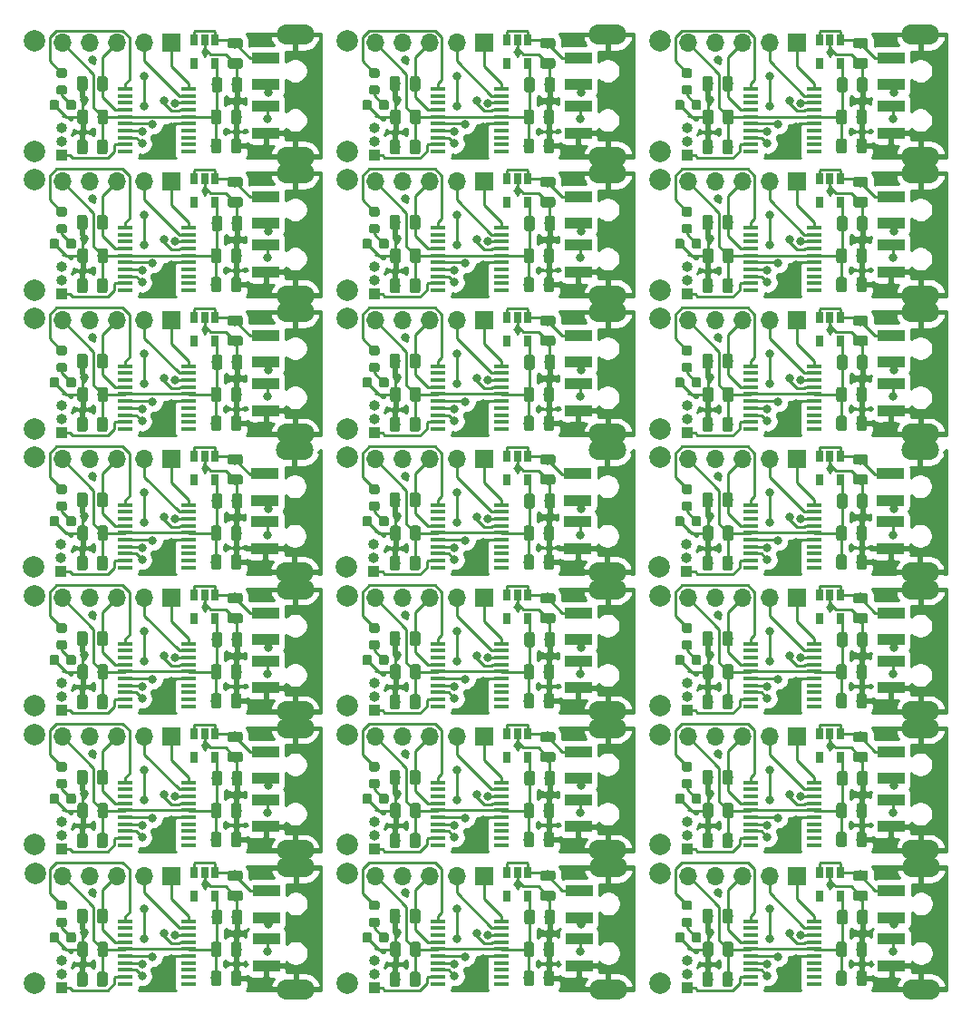
<source format=gbr>
G04 #@! TF.GenerationSoftware,KiCad,Pcbnew,5.1.2*
G04 #@! TF.CreationDate,2019-05-21T19:32:39-05:00*
G04 #@! TF.ProjectId,PlasticFrog,506c6173-7469-4634-9672-6f672e6b6963,rev?*
G04 #@! TF.SameCoordinates,Original*
G04 #@! TF.FileFunction,Copper,L1,Top*
G04 #@! TF.FilePolarity,Positive*
%FSLAX46Y46*%
G04 Gerber Fmt 4.6, Leading zero omitted, Abs format (unit mm)*
G04 Created by KiCad (PCBNEW 5.1.2) date 2019-05-21 19:32:39*
%MOMM*%
%LPD*%
G04 APERTURE LIST*
%ADD10C,0.100000*%
%ADD11C,0.975000*%
%ADD12C,2.000000*%
%ADD13R,1.000000X1.000000*%
%ADD14O,1.000000X1.000000*%
%ADD15R,1.450000X0.450000*%
%ADD16C,0.875000*%
%ADD17R,0.650000X1.060000*%
%ADD18R,1.700000X1.700000*%
%ADD19O,1.700000X1.700000*%
%ADD20O,3.500000X1.900000*%
%ADD21R,2.500000X1.100000*%
%ADD22C,0.800000*%
%ADD23C,0.250000*%
%ADD24C,0.254000*%
G04 APERTURE END LIST*
D10*
G36*
X96205142Y-69551174D02*
G01*
X96228803Y-69554684D01*
X96252007Y-69560496D01*
X96274529Y-69568554D01*
X96296153Y-69578782D01*
X96316670Y-69591079D01*
X96335883Y-69605329D01*
X96353607Y-69621393D01*
X96369671Y-69639117D01*
X96383921Y-69658330D01*
X96396218Y-69678847D01*
X96406446Y-69700471D01*
X96414504Y-69722993D01*
X96420316Y-69746197D01*
X96423826Y-69769858D01*
X96425000Y-69793750D01*
X96425000Y-70706250D01*
X96423826Y-70730142D01*
X96420316Y-70753803D01*
X96414504Y-70777007D01*
X96406446Y-70799529D01*
X96396218Y-70821153D01*
X96383921Y-70841670D01*
X96369671Y-70860883D01*
X96353607Y-70878607D01*
X96335883Y-70894671D01*
X96316670Y-70908921D01*
X96296153Y-70921218D01*
X96274529Y-70931446D01*
X96252007Y-70939504D01*
X96228803Y-70945316D01*
X96205142Y-70948826D01*
X96181250Y-70950000D01*
X95693750Y-70950000D01*
X95669858Y-70948826D01*
X95646197Y-70945316D01*
X95622993Y-70939504D01*
X95600471Y-70931446D01*
X95578847Y-70921218D01*
X95558330Y-70908921D01*
X95539117Y-70894671D01*
X95521393Y-70878607D01*
X95505329Y-70860883D01*
X95491079Y-70841670D01*
X95478782Y-70821153D01*
X95468554Y-70799529D01*
X95460496Y-70777007D01*
X95454684Y-70753803D01*
X95451174Y-70730142D01*
X95450000Y-70706250D01*
X95450000Y-69793750D01*
X95451174Y-69769858D01*
X95454684Y-69746197D01*
X95460496Y-69722993D01*
X95468554Y-69700471D01*
X95478782Y-69678847D01*
X95491079Y-69658330D01*
X95505329Y-69639117D01*
X95521393Y-69621393D01*
X95539117Y-69605329D01*
X95558330Y-69591079D01*
X95578847Y-69578782D01*
X95600471Y-69568554D01*
X95622993Y-69560496D01*
X95646197Y-69554684D01*
X95669858Y-69551174D01*
X95693750Y-69550000D01*
X96181250Y-69550000D01*
X96205142Y-69551174D01*
X96205142Y-69551174D01*
G37*
D11*
X95937500Y-70250000D03*
D10*
G36*
X94330142Y-69551174D02*
G01*
X94353803Y-69554684D01*
X94377007Y-69560496D01*
X94399529Y-69568554D01*
X94421153Y-69578782D01*
X94441670Y-69591079D01*
X94460883Y-69605329D01*
X94478607Y-69621393D01*
X94494671Y-69639117D01*
X94508921Y-69658330D01*
X94521218Y-69678847D01*
X94531446Y-69700471D01*
X94539504Y-69722993D01*
X94545316Y-69746197D01*
X94548826Y-69769858D01*
X94550000Y-69793750D01*
X94550000Y-70706250D01*
X94548826Y-70730142D01*
X94545316Y-70753803D01*
X94539504Y-70777007D01*
X94531446Y-70799529D01*
X94521218Y-70821153D01*
X94508921Y-70841670D01*
X94494671Y-70860883D01*
X94478607Y-70878607D01*
X94460883Y-70894671D01*
X94441670Y-70908921D01*
X94421153Y-70921218D01*
X94399529Y-70931446D01*
X94377007Y-70939504D01*
X94353803Y-70945316D01*
X94330142Y-70948826D01*
X94306250Y-70950000D01*
X93818750Y-70950000D01*
X93794858Y-70948826D01*
X93771197Y-70945316D01*
X93747993Y-70939504D01*
X93725471Y-70931446D01*
X93703847Y-70921218D01*
X93683330Y-70908921D01*
X93664117Y-70894671D01*
X93646393Y-70878607D01*
X93630329Y-70860883D01*
X93616079Y-70841670D01*
X93603782Y-70821153D01*
X93593554Y-70799529D01*
X93585496Y-70777007D01*
X93579684Y-70753803D01*
X93576174Y-70730142D01*
X93575000Y-70706250D01*
X93575000Y-69793750D01*
X93576174Y-69769858D01*
X93579684Y-69746197D01*
X93585496Y-69722993D01*
X93593554Y-69700471D01*
X93603782Y-69678847D01*
X93616079Y-69658330D01*
X93630329Y-69639117D01*
X93646393Y-69621393D01*
X93664117Y-69605329D01*
X93683330Y-69591079D01*
X93703847Y-69578782D01*
X93725471Y-69568554D01*
X93747993Y-69560496D01*
X93771197Y-69554684D01*
X93794858Y-69551174D01*
X93818750Y-69550000D01*
X94306250Y-69550000D01*
X94330142Y-69551174D01*
X94330142Y-69551174D01*
G37*
D11*
X94062500Y-70250000D03*
D12*
X118750000Y-63150000D03*
X89550000Y-73450000D03*
X89550000Y-63150000D03*
D13*
X150500000Y-73850000D03*
D14*
X150500000Y-72580000D03*
X150500000Y-71310000D03*
D15*
X98050000Y-67625000D03*
X98050000Y-68275000D03*
X98050000Y-68925000D03*
X98050000Y-69575000D03*
X98050000Y-70225000D03*
X98050000Y-70875000D03*
X98050000Y-71525000D03*
X98050000Y-72175000D03*
X98050000Y-72825000D03*
X98050000Y-73475000D03*
X103950000Y-73475000D03*
X103950000Y-72825000D03*
X103950000Y-72175000D03*
X103950000Y-71525000D03*
X103950000Y-70875000D03*
X103950000Y-70225000D03*
X103950000Y-69575000D03*
X103950000Y-68925000D03*
X103950000Y-68275000D03*
X103950000Y-67625000D03*
D10*
G36*
X136067642Y-66551174D02*
G01*
X136091303Y-66554684D01*
X136114507Y-66560496D01*
X136137029Y-66568554D01*
X136158653Y-66578782D01*
X136179170Y-66591079D01*
X136198383Y-66605329D01*
X136216107Y-66621393D01*
X136232171Y-66639117D01*
X136246421Y-66658330D01*
X136258718Y-66678847D01*
X136268946Y-66700471D01*
X136277004Y-66722993D01*
X136282816Y-66746197D01*
X136286326Y-66769858D01*
X136287500Y-66793750D01*
X136287500Y-67706250D01*
X136286326Y-67730142D01*
X136282816Y-67753803D01*
X136277004Y-67777007D01*
X136268946Y-67799529D01*
X136258718Y-67821153D01*
X136246421Y-67841670D01*
X136232171Y-67860883D01*
X136216107Y-67878607D01*
X136198383Y-67894671D01*
X136179170Y-67908921D01*
X136158653Y-67921218D01*
X136137029Y-67931446D01*
X136114507Y-67939504D01*
X136091303Y-67945316D01*
X136067642Y-67948826D01*
X136043750Y-67950000D01*
X135556250Y-67950000D01*
X135532358Y-67948826D01*
X135508697Y-67945316D01*
X135485493Y-67939504D01*
X135462971Y-67931446D01*
X135441347Y-67921218D01*
X135420830Y-67908921D01*
X135401617Y-67894671D01*
X135383893Y-67878607D01*
X135367829Y-67860883D01*
X135353579Y-67841670D01*
X135341282Y-67821153D01*
X135331054Y-67799529D01*
X135322996Y-67777007D01*
X135317184Y-67753803D01*
X135313674Y-67730142D01*
X135312500Y-67706250D01*
X135312500Y-66793750D01*
X135313674Y-66769858D01*
X135317184Y-66746197D01*
X135322996Y-66722993D01*
X135331054Y-66700471D01*
X135341282Y-66678847D01*
X135353579Y-66658330D01*
X135367829Y-66639117D01*
X135383893Y-66621393D01*
X135401617Y-66605329D01*
X135420830Y-66591079D01*
X135441347Y-66578782D01*
X135462971Y-66568554D01*
X135485493Y-66560496D01*
X135508697Y-66554684D01*
X135532358Y-66551174D01*
X135556250Y-66550000D01*
X136043750Y-66550000D01*
X136067642Y-66551174D01*
X136067642Y-66551174D01*
G37*
D11*
X135800000Y-67250000D03*
D10*
G36*
X137942642Y-66551174D02*
G01*
X137966303Y-66554684D01*
X137989507Y-66560496D01*
X138012029Y-66568554D01*
X138033653Y-66578782D01*
X138054170Y-66591079D01*
X138073383Y-66605329D01*
X138091107Y-66621393D01*
X138107171Y-66639117D01*
X138121421Y-66658330D01*
X138133718Y-66678847D01*
X138143946Y-66700471D01*
X138152004Y-66722993D01*
X138157816Y-66746197D01*
X138161326Y-66769858D01*
X138162500Y-66793750D01*
X138162500Y-67706250D01*
X138161326Y-67730142D01*
X138157816Y-67753803D01*
X138152004Y-67777007D01*
X138143946Y-67799529D01*
X138133718Y-67821153D01*
X138121421Y-67841670D01*
X138107171Y-67860883D01*
X138091107Y-67878607D01*
X138073383Y-67894671D01*
X138054170Y-67908921D01*
X138033653Y-67921218D01*
X138012029Y-67931446D01*
X137989507Y-67939504D01*
X137966303Y-67945316D01*
X137942642Y-67948826D01*
X137918750Y-67950000D01*
X137431250Y-67950000D01*
X137407358Y-67948826D01*
X137383697Y-67945316D01*
X137360493Y-67939504D01*
X137337971Y-67931446D01*
X137316347Y-67921218D01*
X137295830Y-67908921D01*
X137276617Y-67894671D01*
X137258893Y-67878607D01*
X137242829Y-67860883D01*
X137228579Y-67841670D01*
X137216282Y-67821153D01*
X137206054Y-67799529D01*
X137197996Y-67777007D01*
X137192184Y-67753803D01*
X137188674Y-67730142D01*
X137187500Y-67706250D01*
X137187500Y-66793750D01*
X137188674Y-66769858D01*
X137192184Y-66746197D01*
X137197996Y-66722993D01*
X137206054Y-66700471D01*
X137216282Y-66678847D01*
X137228579Y-66658330D01*
X137242829Y-66639117D01*
X137258893Y-66621393D01*
X137276617Y-66605329D01*
X137295830Y-66591079D01*
X137316347Y-66578782D01*
X137337971Y-66568554D01*
X137360493Y-66560496D01*
X137383697Y-66554684D01*
X137407358Y-66551174D01*
X137431250Y-66550000D01*
X137918750Y-66550000D01*
X137942642Y-66551174D01*
X137942642Y-66551174D01*
G37*
D11*
X137675000Y-67250000D03*
D15*
X156450000Y-67625000D03*
X156450000Y-68275000D03*
X156450000Y-68925000D03*
X156450000Y-69575000D03*
X156450000Y-70225000D03*
X156450000Y-70875000D03*
X156450000Y-71525000D03*
X156450000Y-72175000D03*
X156450000Y-72825000D03*
X156450000Y-73475000D03*
X162350000Y-73475000D03*
X162350000Y-72825000D03*
X162350000Y-72175000D03*
X162350000Y-71525000D03*
X162350000Y-70875000D03*
X162350000Y-70225000D03*
X162350000Y-69575000D03*
X162350000Y-68925000D03*
X162350000Y-68275000D03*
X162350000Y-67625000D03*
D10*
G36*
X167180142Y-62888674D02*
G01*
X167203803Y-62892184D01*
X167227007Y-62897996D01*
X167249529Y-62906054D01*
X167271153Y-62916282D01*
X167291670Y-62928579D01*
X167310883Y-62942829D01*
X167328607Y-62958893D01*
X167344671Y-62976617D01*
X167358921Y-62995830D01*
X167371218Y-63016347D01*
X167381446Y-63037971D01*
X167389504Y-63060493D01*
X167395316Y-63083697D01*
X167398826Y-63107358D01*
X167400000Y-63131250D01*
X167400000Y-63618750D01*
X167398826Y-63642642D01*
X167395316Y-63666303D01*
X167389504Y-63689507D01*
X167381446Y-63712029D01*
X167371218Y-63733653D01*
X167358921Y-63754170D01*
X167344671Y-63773383D01*
X167328607Y-63791107D01*
X167310883Y-63807171D01*
X167291670Y-63821421D01*
X167271153Y-63833718D01*
X167249529Y-63843946D01*
X167227007Y-63852004D01*
X167203803Y-63857816D01*
X167180142Y-63861326D01*
X167156250Y-63862500D01*
X166243750Y-63862500D01*
X166219858Y-63861326D01*
X166196197Y-63857816D01*
X166172993Y-63852004D01*
X166150471Y-63843946D01*
X166128847Y-63833718D01*
X166108330Y-63821421D01*
X166089117Y-63807171D01*
X166071393Y-63791107D01*
X166055329Y-63773383D01*
X166041079Y-63754170D01*
X166028782Y-63733653D01*
X166018554Y-63712029D01*
X166010496Y-63689507D01*
X166004684Y-63666303D01*
X166001174Y-63642642D01*
X166000000Y-63618750D01*
X166000000Y-63131250D01*
X166001174Y-63107358D01*
X166004684Y-63083697D01*
X166010496Y-63060493D01*
X166018554Y-63037971D01*
X166028782Y-63016347D01*
X166041079Y-62995830D01*
X166055329Y-62976617D01*
X166071393Y-62958893D01*
X166089117Y-62942829D01*
X166108330Y-62928579D01*
X166128847Y-62916282D01*
X166150471Y-62906054D01*
X166172993Y-62897996D01*
X166196197Y-62892184D01*
X166219858Y-62888674D01*
X166243750Y-62887500D01*
X167156250Y-62887500D01*
X167180142Y-62888674D01*
X167180142Y-62888674D01*
G37*
D11*
X166700000Y-63375000D03*
D10*
G36*
X167180142Y-64763674D02*
G01*
X167203803Y-64767184D01*
X167227007Y-64772996D01*
X167249529Y-64781054D01*
X167271153Y-64791282D01*
X167291670Y-64803579D01*
X167310883Y-64817829D01*
X167328607Y-64833893D01*
X167344671Y-64851617D01*
X167358921Y-64870830D01*
X167371218Y-64891347D01*
X167381446Y-64912971D01*
X167389504Y-64935493D01*
X167395316Y-64958697D01*
X167398826Y-64982358D01*
X167400000Y-65006250D01*
X167400000Y-65493750D01*
X167398826Y-65517642D01*
X167395316Y-65541303D01*
X167389504Y-65564507D01*
X167381446Y-65587029D01*
X167371218Y-65608653D01*
X167358921Y-65629170D01*
X167344671Y-65648383D01*
X167328607Y-65666107D01*
X167310883Y-65682171D01*
X167291670Y-65696421D01*
X167271153Y-65708718D01*
X167249529Y-65718946D01*
X167227007Y-65727004D01*
X167203803Y-65732816D01*
X167180142Y-65736326D01*
X167156250Y-65737500D01*
X166243750Y-65737500D01*
X166219858Y-65736326D01*
X166196197Y-65732816D01*
X166172993Y-65727004D01*
X166150471Y-65718946D01*
X166128847Y-65708718D01*
X166108330Y-65696421D01*
X166089117Y-65682171D01*
X166071393Y-65666107D01*
X166055329Y-65648383D01*
X166041079Y-65629170D01*
X166028782Y-65608653D01*
X166018554Y-65587029D01*
X166010496Y-65564507D01*
X166004684Y-65541303D01*
X166001174Y-65517642D01*
X166000000Y-65493750D01*
X166000000Y-65006250D01*
X166001174Y-64982358D01*
X166004684Y-64958697D01*
X166010496Y-64935493D01*
X166018554Y-64912971D01*
X166028782Y-64891347D01*
X166041079Y-64870830D01*
X166055329Y-64851617D01*
X166071393Y-64833893D01*
X166089117Y-64817829D01*
X166108330Y-64803579D01*
X166128847Y-64791282D01*
X166150471Y-64781054D01*
X166172993Y-64772996D01*
X166196197Y-64767184D01*
X166219858Y-64763674D01*
X166243750Y-64762500D01*
X167156250Y-64762500D01*
X167180142Y-64763674D01*
X167180142Y-64763674D01*
G37*
D11*
X166700000Y-65250000D03*
D10*
G36*
X125367642Y-72351174D02*
G01*
X125391303Y-72354684D01*
X125414507Y-72360496D01*
X125437029Y-72368554D01*
X125458653Y-72378782D01*
X125479170Y-72391079D01*
X125498383Y-72405329D01*
X125516107Y-72421393D01*
X125532171Y-72439117D01*
X125546421Y-72458330D01*
X125558718Y-72478847D01*
X125568946Y-72500471D01*
X125577004Y-72522993D01*
X125582816Y-72546197D01*
X125586326Y-72569858D01*
X125587500Y-72593750D01*
X125587500Y-73506250D01*
X125586326Y-73530142D01*
X125582816Y-73553803D01*
X125577004Y-73577007D01*
X125568946Y-73599529D01*
X125558718Y-73621153D01*
X125546421Y-73641670D01*
X125532171Y-73660883D01*
X125516107Y-73678607D01*
X125498383Y-73694671D01*
X125479170Y-73708921D01*
X125458653Y-73721218D01*
X125437029Y-73731446D01*
X125414507Y-73739504D01*
X125391303Y-73745316D01*
X125367642Y-73748826D01*
X125343750Y-73750000D01*
X124856250Y-73750000D01*
X124832358Y-73748826D01*
X124808697Y-73745316D01*
X124785493Y-73739504D01*
X124762971Y-73731446D01*
X124741347Y-73721218D01*
X124720830Y-73708921D01*
X124701617Y-73694671D01*
X124683893Y-73678607D01*
X124667829Y-73660883D01*
X124653579Y-73641670D01*
X124641282Y-73621153D01*
X124631054Y-73599529D01*
X124622996Y-73577007D01*
X124617184Y-73553803D01*
X124613674Y-73530142D01*
X124612500Y-73506250D01*
X124612500Y-72593750D01*
X124613674Y-72569858D01*
X124617184Y-72546197D01*
X124622996Y-72522993D01*
X124631054Y-72500471D01*
X124641282Y-72478847D01*
X124653579Y-72458330D01*
X124667829Y-72439117D01*
X124683893Y-72421393D01*
X124701617Y-72405329D01*
X124720830Y-72391079D01*
X124741347Y-72378782D01*
X124762971Y-72368554D01*
X124785493Y-72360496D01*
X124808697Y-72354684D01*
X124832358Y-72351174D01*
X124856250Y-72350000D01*
X125343750Y-72350000D01*
X125367642Y-72351174D01*
X125367642Y-72351174D01*
G37*
D11*
X125100000Y-73050000D03*
D10*
G36*
X123492642Y-72351174D02*
G01*
X123516303Y-72354684D01*
X123539507Y-72360496D01*
X123562029Y-72368554D01*
X123583653Y-72378782D01*
X123604170Y-72391079D01*
X123623383Y-72405329D01*
X123641107Y-72421393D01*
X123657171Y-72439117D01*
X123671421Y-72458330D01*
X123683718Y-72478847D01*
X123693946Y-72500471D01*
X123702004Y-72522993D01*
X123707816Y-72546197D01*
X123711326Y-72569858D01*
X123712500Y-72593750D01*
X123712500Y-73506250D01*
X123711326Y-73530142D01*
X123707816Y-73553803D01*
X123702004Y-73577007D01*
X123693946Y-73599529D01*
X123683718Y-73621153D01*
X123671421Y-73641670D01*
X123657171Y-73660883D01*
X123641107Y-73678607D01*
X123623383Y-73694671D01*
X123604170Y-73708921D01*
X123583653Y-73721218D01*
X123562029Y-73731446D01*
X123539507Y-73739504D01*
X123516303Y-73745316D01*
X123492642Y-73748826D01*
X123468750Y-73750000D01*
X122981250Y-73750000D01*
X122957358Y-73748826D01*
X122933697Y-73745316D01*
X122910493Y-73739504D01*
X122887971Y-73731446D01*
X122866347Y-73721218D01*
X122845830Y-73708921D01*
X122826617Y-73694671D01*
X122808893Y-73678607D01*
X122792829Y-73660883D01*
X122778579Y-73641670D01*
X122766282Y-73621153D01*
X122756054Y-73599529D01*
X122747996Y-73577007D01*
X122742184Y-73553803D01*
X122738674Y-73530142D01*
X122737500Y-73506250D01*
X122737500Y-72593750D01*
X122738674Y-72569858D01*
X122742184Y-72546197D01*
X122747996Y-72522993D01*
X122756054Y-72500471D01*
X122766282Y-72478847D01*
X122778579Y-72458330D01*
X122792829Y-72439117D01*
X122808893Y-72421393D01*
X122826617Y-72405329D01*
X122845830Y-72391079D01*
X122866347Y-72378782D01*
X122887971Y-72368554D01*
X122910493Y-72360496D01*
X122933697Y-72354684D01*
X122957358Y-72351174D01*
X122981250Y-72350000D01*
X123468750Y-72350000D01*
X123492642Y-72351174D01*
X123492642Y-72351174D01*
G37*
D11*
X123225000Y-73050000D03*
D10*
G36*
X91652691Y-68676053D02*
G01*
X91673926Y-68679203D01*
X91694750Y-68684419D01*
X91714962Y-68691651D01*
X91734368Y-68700830D01*
X91752781Y-68711866D01*
X91770024Y-68724654D01*
X91785930Y-68739070D01*
X91800346Y-68754976D01*
X91813134Y-68772219D01*
X91824170Y-68790632D01*
X91833349Y-68810038D01*
X91840581Y-68830250D01*
X91845797Y-68851074D01*
X91848947Y-68872309D01*
X91850000Y-68893750D01*
X91850000Y-69406250D01*
X91848947Y-69427691D01*
X91845797Y-69448926D01*
X91840581Y-69469750D01*
X91833349Y-69489962D01*
X91824170Y-69509368D01*
X91813134Y-69527781D01*
X91800346Y-69545024D01*
X91785930Y-69560930D01*
X91770024Y-69575346D01*
X91752781Y-69588134D01*
X91734368Y-69599170D01*
X91714962Y-69608349D01*
X91694750Y-69615581D01*
X91673926Y-69620797D01*
X91652691Y-69623947D01*
X91631250Y-69625000D01*
X91193750Y-69625000D01*
X91172309Y-69623947D01*
X91151074Y-69620797D01*
X91130250Y-69615581D01*
X91110038Y-69608349D01*
X91090632Y-69599170D01*
X91072219Y-69588134D01*
X91054976Y-69575346D01*
X91039070Y-69560930D01*
X91024654Y-69545024D01*
X91011866Y-69527781D01*
X91000830Y-69509368D01*
X90991651Y-69489962D01*
X90984419Y-69469750D01*
X90979203Y-69448926D01*
X90976053Y-69427691D01*
X90975000Y-69406250D01*
X90975000Y-68893750D01*
X90976053Y-68872309D01*
X90979203Y-68851074D01*
X90984419Y-68830250D01*
X90991651Y-68810038D01*
X91000830Y-68790632D01*
X91011866Y-68772219D01*
X91024654Y-68754976D01*
X91039070Y-68739070D01*
X91054976Y-68724654D01*
X91072219Y-68711866D01*
X91090632Y-68700830D01*
X91110038Y-68691651D01*
X91130250Y-68684419D01*
X91151074Y-68679203D01*
X91172309Y-68676053D01*
X91193750Y-68675000D01*
X91631250Y-68675000D01*
X91652691Y-68676053D01*
X91652691Y-68676053D01*
G37*
D16*
X91412500Y-69150000D03*
D10*
G36*
X93227691Y-68676053D02*
G01*
X93248926Y-68679203D01*
X93269750Y-68684419D01*
X93289962Y-68691651D01*
X93309368Y-68700830D01*
X93327781Y-68711866D01*
X93345024Y-68724654D01*
X93360930Y-68739070D01*
X93375346Y-68754976D01*
X93388134Y-68772219D01*
X93399170Y-68790632D01*
X93408349Y-68810038D01*
X93415581Y-68830250D01*
X93420797Y-68851074D01*
X93423947Y-68872309D01*
X93425000Y-68893750D01*
X93425000Y-69406250D01*
X93423947Y-69427691D01*
X93420797Y-69448926D01*
X93415581Y-69469750D01*
X93408349Y-69489962D01*
X93399170Y-69509368D01*
X93388134Y-69527781D01*
X93375346Y-69545024D01*
X93360930Y-69560930D01*
X93345024Y-69575346D01*
X93327781Y-69588134D01*
X93309368Y-69599170D01*
X93289962Y-69608349D01*
X93269750Y-69615581D01*
X93248926Y-69620797D01*
X93227691Y-69623947D01*
X93206250Y-69625000D01*
X92768750Y-69625000D01*
X92747309Y-69623947D01*
X92726074Y-69620797D01*
X92705250Y-69615581D01*
X92685038Y-69608349D01*
X92665632Y-69599170D01*
X92647219Y-69588134D01*
X92629976Y-69575346D01*
X92614070Y-69560930D01*
X92599654Y-69545024D01*
X92586866Y-69527781D01*
X92575830Y-69509368D01*
X92566651Y-69489962D01*
X92559419Y-69469750D01*
X92554203Y-69448926D01*
X92551053Y-69427691D01*
X92550000Y-69406250D01*
X92550000Y-68893750D01*
X92551053Y-68872309D01*
X92554203Y-68851074D01*
X92559419Y-68830250D01*
X92566651Y-68810038D01*
X92575830Y-68790632D01*
X92586866Y-68772219D01*
X92599654Y-68754976D01*
X92614070Y-68739070D01*
X92629976Y-68724654D01*
X92647219Y-68711866D01*
X92665632Y-68700830D01*
X92685038Y-68691651D01*
X92705250Y-68684419D01*
X92726074Y-68679203D01*
X92747309Y-68676053D01*
X92768750Y-68675000D01*
X93206250Y-68675000D01*
X93227691Y-68676053D01*
X93227691Y-68676053D01*
G37*
D16*
X92987500Y-69150000D03*
D17*
X135600000Y-65250000D03*
X133700000Y-65250000D03*
X133700000Y-63050000D03*
X134650000Y-63050000D03*
X135600000Y-63050000D03*
D10*
G36*
X150052691Y-68676053D02*
G01*
X150073926Y-68679203D01*
X150094750Y-68684419D01*
X150114962Y-68691651D01*
X150134368Y-68700830D01*
X150152781Y-68711866D01*
X150170024Y-68724654D01*
X150185930Y-68739070D01*
X150200346Y-68754976D01*
X150213134Y-68772219D01*
X150224170Y-68790632D01*
X150233349Y-68810038D01*
X150240581Y-68830250D01*
X150245797Y-68851074D01*
X150248947Y-68872309D01*
X150250000Y-68893750D01*
X150250000Y-69406250D01*
X150248947Y-69427691D01*
X150245797Y-69448926D01*
X150240581Y-69469750D01*
X150233349Y-69489962D01*
X150224170Y-69509368D01*
X150213134Y-69527781D01*
X150200346Y-69545024D01*
X150185930Y-69560930D01*
X150170024Y-69575346D01*
X150152781Y-69588134D01*
X150134368Y-69599170D01*
X150114962Y-69608349D01*
X150094750Y-69615581D01*
X150073926Y-69620797D01*
X150052691Y-69623947D01*
X150031250Y-69625000D01*
X149593750Y-69625000D01*
X149572309Y-69623947D01*
X149551074Y-69620797D01*
X149530250Y-69615581D01*
X149510038Y-69608349D01*
X149490632Y-69599170D01*
X149472219Y-69588134D01*
X149454976Y-69575346D01*
X149439070Y-69560930D01*
X149424654Y-69545024D01*
X149411866Y-69527781D01*
X149400830Y-69509368D01*
X149391651Y-69489962D01*
X149384419Y-69469750D01*
X149379203Y-69448926D01*
X149376053Y-69427691D01*
X149375000Y-69406250D01*
X149375000Y-68893750D01*
X149376053Y-68872309D01*
X149379203Y-68851074D01*
X149384419Y-68830250D01*
X149391651Y-68810038D01*
X149400830Y-68790632D01*
X149411866Y-68772219D01*
X149424654Y-68754976D01*
X149439070Y-68739070D01*
X149454976Y-68724654D01*
X149472219Y-68711866D01*
X149490632Y-68700830D01*
X149510038Y-68691651D01*
X149530250Y-68684419D01*
X149551074Y-68679203D01*
X149572309Y-68676053D01*
X149593750Y-68675000D01*
X150031250Y-68675000D01*
X150052691Y-68676053D01*
X150052691Y-68676053D01*
G37*
D16*
X149812500Y-69150000D03*
D10*
G36*
X151627691Y-68676053D02*
G01*
X151648926Y-68679203D01*
X151669750Y-68684419D01*
X151689962Y-68691651D01*
X151709368Y-68700830D01*
X151727781Y-68711866D01*
X151745024Y-68724654D01*
X151760930Y-68739070D01*
X151775346Y-68754976D01*
X151788134Y-68772219D01*
X151799170Y-68790632D01*
X151808349Y-68810038D01*
X151815581Y-68830250D01*
X151820797Y-68851074D01*
X151823947Y-68872309D01*
X151825000Y-68893750D01*
X151825000Y-69406250D01*
X151823947Y-69427691D01*
X151820797Y-69448926D01*
X151815581Y-69469750D01*
X151808349Y-69489962D01*
X151799170Y-69509368D01*
X151788134Y-69527781D01*
X151775346Y-69545024D01*
X151760930Y-69560930D01*
X151745024Y-69575346D01*
X151727781Y-69588134D01*
X151709368Y-69599170D01*
X151689962Y-69608349D01*
X151669750Y-69615581D01*
X151648926Y-69620797D01*
X151627691Y-69623947D01*
X151606250Y-69625000D01*
X151168750Y-69625000D01*
X151147309Y-69623947D01*
X151126074Y-69620797D01*
X151105250Y-69615581D01*
X151085038Y-69608349D01*
X151065632Y-69599170D01*
X151047219Y-69588134D01*
X151029976Y-69575346D01*
X151014070Y-69560930D01*
X150999654Y-69545024D01*
X150986866Y-69527781D01*
X150975830Y-69509368D01*
X150966651Y-69489962D01*
X150959419Y-69469750D01*
X150954203Y-69448926D01*
X150951053Y-69427691D01*
X150950000Y-69406250D01*
X150950000Y-68893750D01*
X150951053Y-68872309D01*
X150954203Y-68851074D01*
X150959419Y-68830250D01*
X150966651Y-68810038D01*
X150975830Y-68790632D01*
X150986866Y-68772219D01*
X150999654Y-68754976D01*
X151014070Y-68739070D01*
X151029976Y-68724654D01*
X151047219Y-68711866D01*
X151065632Y-68700830D01*
X151085038Y-68691651D01*
X151105250Y-68684419D01*
X151126074Y-68679203D01*
X151147309Y-68676053D01*
X151168750Y-68675000D01*
X151606250Y-68675000D01*
X151627691Y-68676053D01*
X151627691Y-68676053D01*
G37*
D16*
X151387500Y-69150000D03*
D10*
G36*
X137980142Y-64763674D02*
G01*
X138003803Y-64767184D01*
X138027007Y-64772996D01*
X138049529Y-64781054D01*
X138071153Y-64791282D01*
X138091670Y-64803579D01*
X138110883Y-64817829D01*
X138128607Y-64833893D01*
X138144671Y-64851617D01*
X138158921Y-64870830D01*
X138171218Y-64891347D01*
X138181446Y-64912971D01*
X138189504Y-64935493D01*
X138195316Y-64958697D01*
X138198826Y-64982358D01*
X138200000Y-65006250D01*
X138200000Y-65493750D01*
X138198826Y-65517642D01*
X138195316Y-65541303D01*
X138189504Y-65564507D01*
X138181446Y-65587029D01*
X138171218Y-65608653D01*
X138158921Y-65629170D01*
X138144671Y-65648383D01*
X138128607Y-65666107D01*
X138110883Y-65682171D01*
X138091670Y-65696421D01*
X138071153Y-65708718D01*
X138049529Y-65718946D01*
X138027007Y-65727004D01*
X138003803Y-65732816D01*
X137980142Y-65736326D01*
X137956250Y-65737500D01*
X137043750Y-65737500D01*
X137019858Y-65736326D01*
X136996197Y-65732816D01*
X136972993Y-65727004D01*
X136950471Y-65718946D01*
X136928847Y-65708718D01*
X136908330Y-65696421D01*
X136889117Y-65682171D01*
X136871393Y-65666107D01*
X136855329Y-65648383D01*
X136841079Y-65629170D01*
X136828782Y-65608653D01*
X136818554Y-65587029D01*
X136810496Y-65564507D01*
X136804684Y-65541303D01*
X136801174Y-65517642D01*
X136800000Y-65493750D01*
X136800000Y-65006250D01*
X136801174Y-64982358D01*
X136804684Y-64958697D01*
X136810496Y-64935493D01*
X136818554Y-64912971D01*
X136828782Y-64891347D01*
X136841079Y-64870830D01*
X136855329Y-64851617D01*
X136871393Y-64833893D01*
X136889117Y-64817829D01*
X136908330Y-64803579D01*
X136928847Y-64791282D01*
X136950471Y-64781054D01*
X136972993Y-64772996D01*
X136996197Y-64767184D01*
X137019858Y-64763674D01*
X137043750Y-64762500D01*
X137956250Y-64762500D01*
X137980142Y-64763674D01*
X137980142Y-64763674D01*
G37*
D11*
X137500000Y-65250000D03*
D10*
G36*
X137980142Y-62888674D02*
G01*
X138003803Y-62892184D01*
X138027007Y-62897996D01*
X138049529Y-62906054D01*
X138071153Y-62916282D01*
X138091670Y-62928579D01*
X138110883Y-62942829D01*
X138128607Y-62958893D01*
X138144671Y-62976617D01*
X138158921Y-62995830D01*
X138171218Y-63016347D01*
X138181446Y-63037971D01*
X138189504Y-63060493D01*
X138195316Y-63083697D01*
X138198826Y-63107358D01*
X138200000Y-63131250D01*
X138200000Y-63618750D01*
X138198826Y-63642642D01*
X138195316Y-63666303D01*
X138189504Y-63689507D01*
X138181446Y-63712029D01*
X138171218Y-63733653D01*
X138158921Y-63754170D01*
X138144671Y-63773383D01*
X138128607Y-63791107D01*
X138110883Y-63807171D01*
X138091670Y-63821421D01*
X138071153Y-63833718D01*
X138049529Y-63843946D01*
X138027007Y-63852004D01*
X138003803Y-63857816D01*
X137980142Y-63861326D01*
X137956250Y-63862500D01*
X137043750Y-63862500D01*
X137019858Y-63861326D01*
X136996197Y-63857816D01*
X136972993Y-63852004D01*
X136950471Y-63843946D01*
X136928847Y-63833718D01*
X136908330Y-63821421D01*
X136889117Y-63807171D01*
X136871393Y-63791107D01*
X136855329Y-63773383D01*
X136841079Y-63754170D01*
X136828782Y-63733653D01*
X136818554Y-63712029D01*
X136810496Y-63689507D01*
X136804684Y-63666303D01*
X136801174Y-63642642D01*
X136800000Y-63618750D01*
X136800000Y-63131250D01*
X136801174Y-63107358D01*
X136804684Y-63083697D01*
X136810496Y-63060493D01*
X136818554Y-63037971D01*
X136828782Y-63016347D01*
X136841079Y-62995830D01*
X136855329Y-62976617D01*
X136871393Y-62958893D01*
X136889117Y-62942829D01*
X136908330Y-62928579D01*
X136928847Y-62916282D01*
X136950471Y-62906054D01*
X136972993Y-62897996D01*
X136996197Y-62892184D01*
X137019858Y-62888674D01*
X137043750Y-62887500D01*
X137956250Y-62887500D01*
X137980142Y-62888674D01*
X137980142Y-62888674D01*
G37*
D11*
X137500000Y-63375000D03*
D10*
G36*
X165192642Y-69551174D02*
G01*
X165216303Y-69554684D01*
X165239507Y-69560496D01*
X165262029Y-69568554D01*
X165283653Y-69578782D01*
X165304170Y-69591079D01*
X165323383Y-69605329D01*
X165341107Y-69621393D01*
X165357171Y-69639117D01*
X165371421Y-69658330D01*
X165383718Y-69678847D01*
X165393946Y-69700471D01*
X165402004Y-69722993D01*
X165407816Y-69746197D01*
X165411326Y-69769858D01*
X165412500Y-69793750D01*
X165412500Y-70706250D01*
X165411326Y-70730142D01*
X165407816Y-70753803D01*
X165402004Y-70777007D01*
X165393946Y-70799529D01*
X165383718Y-70821153D01*
X165371421Y-70841670D01*
X165357171Y-70860883D01*
X165341107Y-70878607D01*
X165323383Y-70894671D01*
X165304170Y-70908921D01*
X165283653Y-70921218D01*
X165262029Y-70931446D01*
X165239507Y-70939504D01*
X165216303Y-70945316D01*
X165192642Y-70948826D01*
X165168750Y-70950000D01*
X164681250Y-70950000D01*
X164657358Y-70948826D01*
X164633697Y-70945316D01*
X164610493Y-70939504D01*
X164587971Y-70931446D01*
X164566347Y-70921218D01*
X164545830Y-70908921D01*
X164526617Y-70894671D01*
X164508893Y-70878607D01*
X164492829Y-70860883D01*
X164478579Y-70841670D01*
X164466282Y-70821153D01*
X164456054Y-70799529D01*
X164447996Y-70777007D01*
X164442184Y-70753803D01*
X164438674Y-70730142D01*
X164437500Y-70706250D01*
X164437500Y-69793750D01*
X164438674Y-69769858D01*
X164442184Y-69746197D01*
X164447996Y-69722993D01*
X164456054Y-69700471D01*
X164466282Y-69678847D01*
X164478579Y-69658330D01*
X164492829Y-69639117D01*
X164508893Y-69621393D01*
X164526617Y-69605329D01*
X164545830Y-69591079D01*
X164566347Y-69578782D01*
X164587971Y-69568554D01*
X164610493Y-69560496D01*
X164633697Y-69554684D01*
X164657358Y-69551174D01*
X164681250Y-69550000D01*
X165168750Y-69550000D01*
X165192642Y-69551174D01*
X165192642Y-69551174D01*
G37*
D11*
X164925000Y-70250000D03*
D10*
G36*
X167067642Y-69551174D02*
G01*
X167091303Y-69554684D01*
X167114507Y-69560496D01*
X167137029Y-69568554D01*
X167158653Y-69578782D01*
X167179170Y-69591079D01*
X167198383Y-69605329D01*
X167216107Y-69621393D01*
X167232171Y-69639117D01*
X167246421Y-69658330D01*
X167258718Y-69678847D01*
X167268946Y-69700471D01*
X167277004Y-69722993D01*
X167282816Y-69746197D01*
X167286326Y-69769858D01*
X167287500Y-69793750D01*
X167287500Y-70706250D01*
X167286326Y-70730142D01*
X167282816Y-70753803D01*
X167277004Y-70777007D01*
X167268946Y-70799529D01*
X167258718Y-70821153D01*
X167246421Y-70841670D01*
X167232171Y-70860883D01*
X167216107Y-70878607D01*
X167198383Y-70894671D01*
X167179170Y-70908921D01*
X167158653Y-70921218D01*
X167137029Y-70931446D01*
X167114507Y-70939504D01*
X167091303Y-70945316D01*
X167067642Y-70948826D01*
X167043750Y-70950000D01*
X166556250Y-70950000D01*
X166532358Y-70948826D01*
X166508697Y-70945316D01*
X166485493Y-70939504D01*
X166462971Y-70931446D01*
X166441347Y-70921218D01*
X166420830Y-70908921D01*
X166401617Y-70894671D01*
X166383893Y-70878607D01*
X166367829Y-70860883D01*
X166353579Y-70841670D01*
X166341282Y-70821153D01*
X166331054Y-70799529D01*
X166322996Y-70777007D01*
X166317184Y-70753803D01*
X166313674Y-70730142D01*
X166312500Y-70706250D01*
X166312500Y-69793750D01*
X166313674Y-69769858D01*
X166317184Y-69746197D01*
X166322996Y-69722993D01*
X166331054Y-69700471D01*
X166341282Y-69678847D01*
X166353579Y-69658330D01*
X166367829Y-69639117D01*
X166383893Y-69621393D01*
X166401617Y-69605329D01*
X166420830Y-69591079D01*
X166441347Y-69578782D01*
X166462971Y-69568554D01*
X166485493Y-69560496D01*
X166508697Y-69554684D01*
X166532358Y-69551174D01*
X166556250Y-69550000D01*
X167043750Y-69550000D01*
X167067642Y-69551174D01*
X167067642Y-69551174D01*
G37*
D11*
X166800000Y-70250000D03*
D18*
X102320000Y-63350000D03*
D19*
X99780000Y-63350000D03*
X97240000Y-63350000D03*
X94700000Y-63350000D03*
X92160000Y-63350000D03*
D10*
G36*
X154605142Y-69551174D02*
G01*
X154628803Y-69554684D01*
X154652007Y-69560496D01*
X154674529Y-69568554D01*
X154696153Y-69578782D01*
X154716670Y-69591079D01*
X154735883Y-69605329D01*
X154753607Y-69621393D01*
X154769671Y-69639117D01*
X154783921Y-69658330D01*
X154796218Y-69678847D01*
X154806446Y-69700471D01*
X154814504Y-69722993D01*
X154820316Y-69746197D01*
X154823826Y-69769858D01*
X154825000Y-69793750D01*
X154825000Y-70706250D01*
X154823826Y-70730142D01*
X154820316Y-70753803D01*
X154814504Y-70777007D01*
X154806446Y-70799529D01*
X154796218Y-70821153D01*
X154783921Y-70841670D01*
X154769671Y-70860883D01*
X154753607Y-70878607D01*
X154735883Y-70894671D01*
X154716670Y-70908921D01*
X154696153Y-70921218D01*
X154674529Y-70931446D01*
X154652007Y-70939504D01*
X154628803Y-70945316D01*
X154605142Y-70948826D01*
X154581250Y-70950000D01*
X154093750Y-70950000D01*
X154069858Y-70948826D01*
X154046197Y-70945316D01*
X154022993Y-70939504D01*
X154000471Y-70931446D01*
X153978847Y-70921218D01*
X153958330Y-70908921D01*
X153939117Y-70894671D01*
X153921393Y-70878607D01*
X153905329Y-70860883D01*
X153891079Y-70841670D01*
X153878782Y-70821153D01*
X153868554Y-70799529D01*
X153860496Y-70777007D01*
X153854684Y-70753803D01*
X153851174Y-70730142D01*
X153850000Y-70706250D01*
X153850000Y-69793750D01*
X153851174Y-69769858D01*
X153854684Y-69746197D01*
X153860496Y-69722993D01*
X153868554Y-69700471D01*
X153878782Y-69678847D01*
X153891079Y-69658330D01*
X153905329Y-69639117D01*
X153921393Y-69621393D01*
X153939117Y-69605329D01*
X153958330Y-69591079D01*
X153978847Y-69578782D01*
X154000471Y-69568554D01*
X154022993Y-69560496D01*
X154046197Y-69554684D01*
X154069858Y-69551174D01*
X154093750Y-69550000D01*
X154581250Y-69550000D01*
X154605142Y-69551174D01*
X154605142Y-69551174D01*
G37*
D11*
X154337500Y-70250000D03*
D10*
G36*
X152730142Y-69551174D02*
G01*
X152753803Y-69554684D01*
X152777007Y-69560496D01*
X152799529Y-69568554D01*
X152821153Y-69578782D01*
X152841670Y-69591079D01*
X152860883Y-69605329D01*
X152878607Y-69621393D01*
X152894671Y-69639117D01*
X152908921Y-69658330D01*
X152921218Y-69678847D01*
X152931446Y-69700471D01*
X152939504Y-69722993D01*
X152945316Y-69746197D01*
X152948826Y-69769858D01*
X152950000Y-69793750D01*
X152950000Y-70706250D01*
X152948826Y-70730142D01*
X152945316Y-70753803D01*
X152939504Y-70777007D01*
X152931446Y-70799529D01*
X152921218Y-70821153D01*
X152908921Y-70841670D01*
X152894671Y-70860883D01*
X152878607Y-70878607D01*
X152860883Y-70894671D01*
X152841670Y-70908921D01*
X152821153Y-70921218D01*
X152799529Y-70931446D01*
X152777007Y-70939504D01*
X152753803Y-70945316D01*
X152730142Y-70948826D01*
X152706250Y-70950000D01*
X152218750Y-70950000D01*
X152194858Y-70948826D01*
X152171197Y-70945316D01*
X152147993Y-70939504D01*
X152125471Y-70931446D01*
X152103847Y-70921218D01*
X152083330Y-70908921D01*
X152064117Y-70894671D01*
X152046393Y-70878607D01*
X152030329Y-70860883D01*
X152016079Y-70841670D01*
X152003782Y-70821153D01*
X151993554Y-70799529D01*
X151985496Y-70777007D01*
X151979684Y-70753803D01*
X151976174Y-70730142D01*
X151975000Y-70706250D01*
X151975000Y-69793750D01*
X151976174Y-69769858D01*
X151979684Y-69746197D01*
X151985496Y-69722993D01*
X151993554Y-69700471D01*
X152003782Y-69678847D01*
X152016079Y-69658330D01*
X152030329Y-69639117D01*
X152046393Y-69621393D01*
X152064117Y-69605329D01*
X152083330Y-69591079D01*
X152103847Y-69578782D01*
X152125471Y-69568554D01*
X152147993Y-69560496D01*
X152171197Y-69554684D01*
X152194858Y-69551174D01*
X152218750Y-69550000D01*
X152706250Y-69550000D01*
X152730142Y-69551174D01*
X152730142Y-69551174D01*
G37*
D11*
X152462500Y-70250000D03*
D10*
G36*
X108667642Y-72251174D02*
G01*
X108691303Y-72254684D01*
X108714507Y-72260496D01*
X108737029Y-72268554D01*
X108758653Y-72278782D01*
X108779170Y-72291079D01*
X108798383Y-72305329D01*
X108816107Y-72321393D01*
X108832171Y-72339117D01*
X108846421Y-72358330D01*
X108858718Y-72378847D01*
X108868946Y-72400471D01*
X108877004Y-72422993D01*
X108882816Y-72446197D01*
X108886326Y-72469858D01*
X108887500Y-72493750D01*
X108887500Y-73406250D01*
X108886326Y-73430142D01*
X108882816Y-73453803D01*
X108877004Y-73477007D01*
X108868946Y-73499529D01*
X108858718Y-73521153D01*
X108846421Y-73541670D01*
X108832171Y-73560883D01*
X108816107Y-73578607D01*
X108798383Y-73594671D01*
X108779170Y-73608921D01*
X108758653Y-73621218D01*
X108737029Y-73631446D01*
X108714507Y-73639504D01*
X108691303Y-73645316D01*
X108667642Y-73648826D01*
X108643750Y-73650000D01*
X108156250Y-73650000D01*
X108132358Y-73648826D01*
X108108697Y-73645316D01*
X108085493Y-73639504D01*
X108062971Y-73631446D01*
X108041347Y-73621218D01*
X108020830Y-73608921D01*
X108001617Y-73594671D01*
X107983893Y-73578607D01*
X107967829Y-73560883D01*
X107953579Y-73541670D01*
X107941282Y-73521153D01*
X107931054Y-73499529D01*
X107922996Y-73477007D01*
X107917184Y-73453803D01*
X107913674Y-73430142D01*
X107912500Y-73406250D01*
X107912500Y-72493750D01*
X107913674Y-72469858D01*
X107917184Y-72446197D01*
X107922996Y-72422993D01*
X107931054Y-72400471D01*
X107941282Y-72378847D01*
X107953579Y-72358330D01*
X107967829Y-72339117D01*
X107983893Y-72321393D01*
X108001617Y-72305329D01*
X108020830Y-72291079D01*
X108041347Y-72278782D01*
X108062971Y-72268554D01*
X108085493Y-72260496D01*
X108108697Y-72254684D01*
X108132358Y-72251174D01*
X108156250Y-72250000D01*
X108643750Y-72250000D01*
X108667642Y-72251174D01*
X108667642Y-72251174D01*
G37*
D11*
X108400000Y-72950000D03*
D10*
G36*
X106792642Y-72251174D02*
G01*
X106816303Y-72254684D01*
X106839507Y-72260496D01*
X106862029Y-72268554D01*
X106883653Y-72278782D01*
X106904170Y-72291079D01*
X106923383Y-72305329D01*
X106941107Y-72321393D01*
X106957171Y-72339117D01*
X106971421Y-72358330D01*
X106983718Y-72378847D01*
X106993946Y-72400471D01*
X107002004Y-72422993D01*
X107007816Y-72446197D01*
X107011326Y-72469858D01*
X107012500Y-72493750D01*
X107012500Y-73406250D01*
X107011326Y-73430142D01*
X107007816Y-73453803D01*
X107002004Y-73477007D01*
X106993946Y-73499529D01*
X106983718Y-73521153D01*
X106971421Y-73541670D01*
X106957171Y-73560883D01*
X106941107Y-73578607D01*
X106923383Y-73594671D01*
X106904170Y-73608921D01*
X106883653Y-73621218D01*
X106862029Y-73631446D01*
X106839507Y-73639504D01*
X106816303Y-73645316D01*
X106792642Y-73648826D01*
X106768750Y-73650000D01*
X106281250Y-73650000D01*
X106257358Y-73648826D01*
X106233697Y-73645316D01*
X106210493Y-73639504D01*
X106187971Y-73631446D01*
X106166347Y-73621218D01*
X106145830Y-73608921D01*
X106126617Y-73594671D01*
X106108893Y-73578607D01*
X106092829Y-73560883D01*
X106078579Y-73541670D01*
X106066282Y-73521153D01*
X106056054Y-73499529D01*
X106047996Y-73477007D01*
X106042184Y-73453803D01*
X106038674Y-73430142D01*
X106037500Y-73406250D01*
X106037500Y-72493750D01*
X106038674Y-72469858D01*
X106042184Y-72446197D01*
X106047996Y-72422993D01*
X106056054Y-72400471D01*
X106066282Y-72378847D01*
X106078579Y-72358330D01*
X106092829Y-72339117D01*
X106108893Y-72321393D01*
X106126617Y-72305329D01*
X106145830Y-72291079D01*
X106166347Y-72278782D01*
X106187971Y-72268554D01*
X106210493Y-72260496D01*
X106233697Y-72254684D01*
X106257358Y-72251174D01*
X106281250Y-72250000D01*
X106768750Y-72250000D01*
X106792642Y-72251174D01*
X106792642Y-72251174D01*
G37*
D11*
X106525000Y-72950000D03*
D10*
G36*
X108742642Y-66551174D02*
G01*
X108766303Y-66554684D01*
X108789507Y-66560496D01*
X108812029Y-66568554D01*
X108833653Y-66578782D01*
X108854170Y-66591079D01*
X108873383Y-66605329D01*
X108891107Y-66621393D01*
X108907171Y-66639117D01*
X108921421Y-66658330D01*
X108933718Y-66678847D01*
X108943946Y-66700471D01*
X108952004Y-66722993D01*
X108957816Y-66746197D01*
X108961326Y-66769858D01*
X108962500Y-66793750D01*
X108962500Y-67706250D01*
X108961326Y-67730142D01*
X108957816Y-67753803D01*
X108952004Y-67777007D01*
X108943946Y-67799529D01*
X108933718Y-67821153D01*
X108921421Y-67841670D01*
X108907171Y-67860883D01*
X108891107Y-67878607D01*
X108873383Y-67894671D01*
X108854170Y-67908921D01*
X108833653Y-67921218D01*
X108812029Y-67931446D01*
X108789507Y-67939504D01*
X108766303Y-67945316D01*
X108742642Y-67948826D01*
X108718750Y-67950000D01*
X108231250Y-67950000D01*
X108207358Y-67948826D01*
X108183697Y-67945316D01*
X108160493Y-67939504D01*
X108137971Y-67931446D01*
X108116347Y-67921218D01*
X108095830Y-67908921D01*
X108076617Y-67894671D01*
X108058893Y-67878607D01*
X108042829Y-67860883D01*
X108028579Y-67841670D01*
X108016282Y-67821153D01*
X108006054Y-67799529D01*
X107997996Y-67777007D01*
X107992184Y-67753803D01*
X107988674Y-67730142D01*
X107987500Y-67706250D01*
X107987500Y-66793750D01*
X107988674Y-66769858D01*
X107992184Y-66746197D01*
X107997996Y-66722993D01*
X108006054Y-66700471D01*
X108016282Y-66678847D01*
X108028579Y-66658330D01*
X108042829Y-66639117D01*
X108058893Y-66621393D01*
X108076617Y-66605329D01*
X108095830Y-66591079D01*
X108116347Y-66578782D01*
X108137971Y-66568554D01*
X108160493Y-66560496D01*
X108183697Y-66554684D01*
X108207358Y-66551174D01*
X108231250Y-66550000D01*
X108718750Y-66550000D01*
X108742642Y-66551174D01*
X108742642Y-66551174D01*
G37*
D11*
X108475000Y-67250000D03*
D10*
G36*
X106867642Y-66551174D02*
G01*
X106891303Y-66554684D01*
X106914507Y-66560496D01*
X106937029Y-66568554D01*
X106958653Y-66578782D01*
X106979170Y-66591079D01*
X106998383Y-66605329D01*
X107016107Y-66621393D01*
X107032171Y-66639117D01*
X107046421Y-66658330D01*
X107058718Y-66678847D01*
X107068946Y-66700471D01*
X107077004Y-66722993D01*
X107082816Y-66746197D01*
X107086326Y-66769858D01*
X107087500Y-66793750D01*
X107087500Y-67706250D01*
X107086326Y-67730142D01*
X107082816Y-67753803D01*
X107077004Y-67777007D01*
X107068946Y-67799529D01*
X107058718Y-67821153D01*
X107046421Y-67841670D01*
X107032171Y-67860883D01*
X107016107Y-67878607D01*
X106998383Y-67894671D01*
X106979170Y-67908921D01*
X106958653Y-67921218D01*
X106937029Y-67931446D01*
X106914507Y-67939504D01*
X106891303Y-67945316D01*
X106867642Y-67948826D01*
X106843750Y-67950000D01*
X106356250Y-67950000D01*
X106332358Y-67948826D01*
X106308697Y-67945316D01*
X106285493Y-67939504D01*
X106262971Y-67931446D01*
X106241347Y-67921218D01*
X106220830Y-67908921D01*
X106201617Y-67894671D01*
X106183893Y-67878607D01*
X106167829Y-67860883D01*
X106153579Y-67841670D01*
X106141282Y-67821153D01*
X106131054Y-67799529D01*
X106122996Y-67777007D01*
X106117184Y-67753803D01*
X106113674Y-67730142D01*
X106112500Y-67706250D01*
X106112500Y-66793750D01*
X106113674Y-66769858D01*
X106117184Y-66746197D01*
X106122996Y-66722993D01*
X106131054Y-66700471D01*
X106141282Y-66678847D01*
X106153579Y-66658330D01*
X106167829Y-66639117D01*
X106183893Y-66621393D01*
X106201617Y-66605329D01*
X106220830Y-66591079D01*
X106241347Y-66578782D01*
X106262971Y-66568554D01*
X106285493Y-66560496D01*
X106308697Y-66554684D01*
X106332358Y-66551174D01*
X106356250Y-66550000D01*
X106843750Y-66550000D01*
X106867642Y-66551174D01*
X106867642Y-66551174D01*
G37*
D11*
X106600000Y-67250000D03*
D10*
G36*
X123530142Y-69551174D02*
G01*
X123553803Y-69554684D01*
X123577007Y-69560496D01*
X123599529Y-69568554D01*
X123621153Y-69578782D01*
X123641670Y-69591079D01*
X123660883Y-69605329D01*
X123678607Y-69621393D01*
X123694671Y-69639117D01*
X123708921Y-69658330D01*
X123721218Y-69678847D01*
X123731446Y-69700471D01*
X123739504Y-69722993D01*
X123745316Y-69746197D01*
X123748826Y-69769858D01*
X123750000Y-69793750D01*
X123750000Y-70706250D01*
X123748826Y-70730142D01*
X123745316Y-70753803D01*
X123739504Y-70777007D01*
X123731446Y-70799529D01*
X123721218Y-70821153D01*
X123708921Y-70841670D01*
X123694671Y-70860883D01*
X123678607Y-70878607D01*
X123660883Y-70894671D01*
X123641670Y-70908921D01*
X123621153Y-70921218D01*
X123599529Y-70931446D01*
X123577007Y-70939504D01*
X123553803Y-70945316D01*
X123530142Y-70948826D01*
X123506250Y-70950000D01*
X123018750Y-70950000D01*
X122994858Y-70948826D01*
X122971197Y-70945316D01*
X122947993Y-70939504D01*
X122925471Y-70931446D01*
X122903847Y-70921218D01*
X122883330Y-70908921D01*
X122864117Y-70894671D01*
X122846393Y-70878607D01*
X122830329Y-70860883D01*
X122816079Y-70841670D01*
X122803782Y-70821153D01*
X122793554Y-70799529D01*
X122785496Y-70777007D01*
X122779684Y-70753803D01*
X122776174Y-70730142D01*
X122775000Y-70706250D01*
X122775000Y-69793750D01*
X122776174Y-69769858D01*
X122779684Y-69746197D01*
X122785496Y-69722993D01*
X122793554Y-69700471D01*
X122803782Y-69678847D01*
X122816079Y-69658330D01*
X122830329Y-69639117D01*
X122846393Y-69621393D01*
X122864117Y-69605329D01*
X122883330Y-69591079D01*
X122903847Y-69578782D01*
X122925471Y-69568554D01*
X122947993Y-69560496D01*
X122971197Y-69554684D01*
X122994858Y-69551174D01*
X123018750Y-69550000D01*
X123506250Y-69550000D01*
X123530142Y-69551174D01*
X123530142Y-69551174D01*
G37*
D11*
X123262500Y-70250000D03*
D10*
G36*
X125405142Y-69551174D02*
G01*
X125428803Y-69554684D01*
X125452007Y-69560496D01*
X125474529Y-69568554D01*
X125496153Y-69578782D01*
X125516670Y-69591079D01*
X125535883Y-69605329D01*
X125553607Y-69621393D01*
X125569671Y-69639117D01*
X125583921Y-69658330D01*
X125596218Y-69678847D01*
X125606446Y-69700471D01*
X125614504Y-69722993D01*
X125620316Y-69746197D01*
X125623826Y-69769858D01*
X125625000Y-69793750D01*
X125625000Y-70706250D01*
X125623826Y-70730142D01*
X125620316Y-70753803D01*
X125614504Y-70777007D01*
X125606446Y-70799529D01*
X125596218Y-70821153D01*
X125583921Y-70841670D01*
X125569671Y-70860883D01*
X125553607Y-70878607D01*
X125535883Y-70894671D01*
X125516670Y-70908921D01*
X125496153Y-70921218D01*
X125474529Y-70931446D01*
X125452007Y-70939504D01*
X125428803Y-70945316D01*
X125405142Y-70948826D01*
X125381250Y-70950000D01*
X124893750Y-70950000D01*
X124869858Y-70948826D01*
X124846197Y-70945316D01*
X124822993Y-70939504D01*
X124800471Y-70931446D01*
X124778847Y-70921218D01*
X124758330Y-70908921D01*
X124739117Y-70894671D01*
X124721393Y-70878607D01*
X124705329Y-70860883D01*
X124691079Y-70841670D01*
X124678782Y-70821153D01*
X124668554Y-70799529D01*
X124660496Y-70777007D01*
X124654684Y-70753803D01*
X124651174Y-70730142D01*
X124650000Y-70706250D01*
X124650000Y-69793750D01*
X124651174Y-69769858D01*
X124654684Y-69746197D01*
X124660496Y-69722993D01*
X124668554Y-69700471D01*
X124678782Y-69678847D01*
X124691079Y-69658330D01*
X124705329Y-69639117D01*
X124721393Y-69621393D01*
X124739117Y-69605329D01*
X124758330Y-69591079D01*
X124778847Y-69578782D01*
X124800471Y-69568554D01*
X124822993Y-69560496D01*
X124846197Y-69554684D01*
X124869858Y-69551174D01*
X124893750Y-69550000D01*
X125381250Y-69550000D01*
X125405142Y-69551174D01*
X125405142Y-69551174D01*
G37*
D11*
X125137500Y-70250000D03*
D19*
X121360000Y-63350000D03*
X123900000Y-63350000D03*
X126440000Y-63350000D03*
X128980000Y-63350000D03*
D18*
X131520000Y-63350000D03*
D20*
X143100000Y-73950000D03*
X143100000Y-62550000D03*
D21*
X140350000Y-71750000D03*
X140350000Y-64750000D03*
X140350000Y-69250000D03*
X140350000Y-67250000D03*
D10*
G36*
X152692642Y-72351174D02*
G01*
X152716303Y-72354684D01*
X152739507Y-72360496D01*
X152762029Y-72368554D01*
X152783653Y-72378782D01*
X152804170Y-72391079D01*
X152823383Y-72405329D01*
X152841107Y-72421393D01*
X152857171Y-72439117D01*
X152871421Y-72458330D01*
X152883718Y-72478847D01*
X152893946Y-72500471D01*
X152902004Y-72522993D01*
X152907816Y-72546197D01*
X152911326Y-72569858D01*
X152912500Y-72593750D01*
X152912500Y-73506250D01*
X152911326Y-73530142D01*
X152907816Y-73553803D01*
X152902004Y-73577007D01*
X152893946Y-73599529D01*
X152883718Y-73621153D01*
X152871421Y-73641670D01*
X152857171Y-73660883D01*
X152841107Y-73678607D01*
X152823383Y-73694671D01*
X152804170Y-73708921D01*
X152783653Y-73721218D01*
X152762029Y-73731446D01*
X152739507Y-73739504D01*
X152716303Y-73745316D01*
X152692642Y-73748826D01*
X152668750Y-73750000D01*
X152181250Y-73750000D01*
X152157358Y-73748826D01*
X152133697Y-73745316D01*
X152110493Y-73739504D01*
X152087971Y-73731446D01*
X152066347Y-73721218D01*
X152045830Y-73708921D01*
X152026617Y-73694671D01*
X152008893Y-73678607D01*
X151992829Y-73660883D01*
X151978579Y-73641670D01*
X151966282Y-73621153D01*
X151956054Y-73599529D01*
X151947996Y-73577007D01*
X151942184Y-73553803D01*
X151938674Y-73530142D01*
X151937500Y-73506250D01*
X151937500Y-72593750D01*
X151938674Y-72569858D01*
X151942184Y-72546197D01*
X151947996Y-72522993D01*
X151956054Y-72500471D01*
X151966282Y-72478847D01*
X151978579Y-72458330D01*
X151992829Y-72439117D01*
X152008893Y-72421393D01*
X152026617Y-72405329D01*
X152045830Y-72391079D01*
X152066347Y-72378782D01*
X152087971Y-72368554D01*
X152110493Y-72360496D01*
X152133697Y-72354684D01*
X152157358Y-72351174D01*
X152181250Y-72350000D01*
X152668750Y-72350000D01*
X152692642Y-72351174D01*
X152692642Y-72351174D01*
G37*
D11*
X152425000Y-73050000D03*
D10*
G36*
X154567642Y-72351174D02*
G01*
X154591303Y-72354684D01*
X154614507Y-72360496D01*
X154637029Y-72368554D01*
X154658653Y-72378782D01*
X154679170Y-72391079D01*
X154698383Y-72405329D01*
X154716107Y-72421393D01*
X154732171Y-72439117D01*
X154746421Y-72458330D01*
X154758718Y-72478847D01*
X154768946Y-72500471D01*
X154777004Y-72522993D01*
X154782816Y-72546197D01*
X154786326Y-72569858D01*
X154787500Y-72593750D01*
X154787500Y-73506250D01*
X154786326Y-73530142D01*
X154782816Y-73553803D01*
X154777004Y-73577007D01*
X154768946Y-73599529D01*
X154758718Y-73621153D01*
X154746421Y-73641670D01*
X154732171Y-73660883D01*
X154716107Y-73678607D01*
X154698383Y-73694671D01*
X154679170Y-73708921D01*
X154658653Y-73721218D01*
X154637029Y-73731446D01*
X154614507Y-73739504D01*
X154591303Y-73745316D01*
X154567642Y-73748826D01*
X154543750Y-73750000D01*
X154056250Y-73750000D01*
X154032358Y-73748826D01*
X154008697Y-73745316D01*
X153985493Y-73739504D01*
X153962971Y-73731446D01*
X153941347Y-73721218D01*
X153920830Y-73708921D01*
X153901617Y-73694671D01*
X153883893Y-73678607D01*
X153867829Y-73660883D01*
X153853579Y-73641670D01*
X153841282Y-73621153D01*
X153831054Y-73599529D01*
X153822996Y-73577007D01*
X153817184Y-73553803D01*
X153813674Y-73530142D01*
X153812500Y-73506250D01*
X153812500Y-72593750D01*
X153813674Y-72569858D01*
X153817184Y-72546197D01*
X153822996Y-72522993D01*
X153831054Y-72500471D01*
X153841282Y-72478847D01*
X153853579Y-72458330D01*
X153867829Y-72439117D01*
X153883893Y-72421393D01*
X153901617Y-72405329D01*
X153920830Y-72391079D01*
X153941347Y-72378782D01*
X153962971Y-72368554D01*
X153985493Y-72360496D01*
X154008697Y-72354684D01*
X154032358Y-72351174D01*
X154056250Y-72350000D01*
X154543750Y-72350000D01*
X154567642Y-72351174D01*
X154567642Y-72351174D01*
G37*
D11*
X154300000Y-73050000D03*
D10*
G36*
X150777691Y-65726053D02*
G01*
X150798926Y-65729203D01*
X150819750Y-65734419D01*
X150839962Y-65741651D01*
X150859368Y-65750830D01*
X150877781Y-65761866D01*
X150895024Y-65774654D01*
X150910930Y-65789070D01*
X150925346Y-65804976D01*
X150938134Y-65822219D01*
X150949170Y-65840632D01*
X150958349Y-65860038D01*
X150965581Y-65880250D01*
X150970797Y-65901074D01*
X150973947Y-65922309D01*
X150975000Y-65943750D01*
X150975000Y-66381250D01*
X150973947Y-66402691D01*
X150970797Y-66423926D01*
X150965581Y-66444750D01*
X150958349Y-66464962D01*
X150949170Y-66484368D01*
X150938134Y-66502781D01*
X150925346Y-66520024D01*
X150910930Y-66535930D01*
X150895024Y-66550346D01*
X150877781Y-66563134D01*
X150859368Y-66574170D01*
X150839962Y-66583349D01*
X150819750Y-66590581D01*
X150798926Y-66595797D01*
X150777691Y-66598947D01*
X150756250Y-66600000D01*
X150243750Y-66600000D01*
X150222309Y-66598947D01*
X150201074Y-66595797D01*
X150180250Y-66590581D01*
X150160038Y-66583349D01*
X150140632Y-66574170D01*
X150122219Y-66563134D01*
X150104976Y-66550346D01*
X150089070Y-66535930D01*
X150074654Y-66520024D01*
X150061866Y-66502781D01*
X150050830Y-66484368D01*
X150041651Y-66464962D01*
X150034419Y-66444750D01*
X150029203Y-66423926D01*
X150026053Y-66402691D01*
X150025000Y-66381250D01*
X150025000Y-65943750D01*
X150026053Y-65922309D01*
X150029203Y-65901074D01*
X150034419Y-65880250D01*
X150041651Y-65860038D01*
X150050830Y-65840632D01*
X150061866Y-65822219D01*
X150074654Y-65804976D01*
X150089070Y-65789070D01*
X150104976Y-65774654D01*
X150122219Y-65761866D01*
X150140632Y-65750830D01*
X150160038Y-65741651D01*
X150180250Y-65734419D01*
X150201074Y-65729203D01*
X150222309Y-65726053D01*
X150243750Y-65725000D01*
X150756250Y-65725000D01*
X150777691Y-65726053D01*
X150777691Y-65726053D01*
G37*
D16*
X150500000Y-66162500D03*
D10*
G36*
X150777691Y-67301053D02*
G01*
X150798926Y-67304203D01*
X150819750Y-67309419D01*
X150839962Y-67316651D01*
X150859368Y-67325830D01*
X150877781Y-67336866D01*
X150895024Y-67349654D01*
X150910930Y-67364070D01*
X150925346Y-67379976D01*
X150938134Y-67397219D01*
X150949170Y-67415632D01*
X150958349Y-67435038D01*
X150965581Y-67455250D01*
X150970797Y-67476074D01*
X150973947Y-67497309D01*
X150975000Y-67518750D01*
X150975000Y-67956250D01*
X150973947Y-67977691D01*
X150970797Y-67998926D01*
X150965581Y-68019750D01*
X150958349Y-68039962D01*
X150949170Y-68059368D01*
X150938134Y-68077781D01*
X150925346Y-68095024D01*
X150910930Y-68110930D01*
X150895024Y-68125346D01*
X150877781Y-68138134D01*
X150859368Y-68149170D01*
X150839962Y-68158349D01*
X150819750Y-68165581D01*
X150798926Y-68170797D01*
X150777691Y-68173947D01*
X150756250Y-68175000D01*
X150243750Y-68175000D01*
X150222309Y-68173947D01*
X150201074Y-68170797D01*
X150180250Y-68165581D01*
X150160038Y-68158349D01*
X150140632Y-68149170D01*
X150122219Y-68138134D01*
X150104976Y-68125346D01*
X150089070Y-68110930D01*
X150074654Y-68095024D01*
X150061866Y-68077781D01*
X150050830Y-68059368D01*
X150041651Y-68039962D01*
X150034419Y-68019750D01*
X150029203Y-67998926D01*
X150026053Y-67977691D01*
X150025000Y-67956250D01*
X150025000Y-67518750D01*
X150026053Y-67497309D01*
X150029203Y-67476074D01*
X150034419Y-67455250D01*
X150041651Y-67435038D01*
X150050830Y-67415632D01*
X150061866Y-67397219D01*
X150074654Y-67379976D01*
X150089070Y-67364070D01*
X150104976Y-67349654D01*
X150122219Y-67336866D01*
X150140632Y-67325830D01*
X150160038Y-67316651D01*
X150180250Y-67309419D01*
X150201074Y-67304203D01*
X150222309Y-67301053D01*
X150243750Y-67300000D01*
X150756250Y-67300000D01*
X150777691Y-67301053D01*
X150777691Y-67301053D01*
G37*
D16*
X150500000Y-67737500D03*
D14*
X121300000Y-71310000D03*
X121300000Y-72580000D03*
D13*
X121300000Y-73850000D03*
D10*
G36*
X135992642Y-72251174D02*
G01*
X136016303Y-72254684D01*
X136039507Y-72260496D01*
X136062029Y-72268554D01*
X136083653Y-72278782D01*
X136104170Y-72291079D01*
X136123383Y-72305329D01*
X136141107Y-72321393D01*
X136157171Y-72339117D01*
X136171421Y-72358330D01*
X136183718Y-72378847D01*
X136193946Y-72400471D01*
X136202004Y-72422993D01*
X136207816Y-72446197D01*
X136211326Y-72469858D01*
X136212500Y-72493750D01*
X136212500Y-73406250D01*
X136211326Y-73430142D01*
X136207816Y-73453803D01*
X136202004Y-73477007D01*
X136193946Y-73499529D01*
X136183718Y-73521153D01*
X136171421Y-73541670D01*
X136157171Y-73560883D01*
X136141107Y-73578607D01*
X136123383Y-73594671D01*
X136104170Y-73608921D01*
X136083653Y-73621218D01*
X136062029Y-73631446D01*
X136039507Y-73639504D01*
X136016303Y-73645316D01*
X135992642Y-73648826D01*
X135968750Y-73650000D01*
X135481250Y-73650000D01*
X135457358Y-73648826D01*
X135433697Y-73645316D01*
X135410493Y-73639504D01*
X135387971Y-73631446D01*
X135366347Y-73621218D01*
X135345830Y-73608921D01*
X135326617Y-73594671D01*
X135308893Y-73578607D01*
X135292829Y-73560883D01*
X135278579Y-73541670D01*
X135266282Y-73521153D01*
X135256054Y-73499529D01*
X135247996Y-73477007D01*
X135242184Y-73453803D01*
X135238674Y-73430142D01*
X135237500Y-73406250D01*
X135237500Y-72493750D01*
X135238674Y-72469858D01*
X135242184Y-72446197D01*
X135247996Y-72422993D01*
X135256054Y-72400471D01*
X135266282Y-72378847D01*
X135278579Y-72358330D01*
X135292829Y-72339117D01*
X135308893Y-72321393D01*
X135326617Y-72305329D01*
X135345830Y-72291079D01*
X135366347Y-72278782D01*
X135387971Y-72268554D01*
X135410493Y-72260496D01*
X135433697Y-72254684D01*
X135457358Y-72251174D01*
X135481250Y-72250000D01*
X135968750Y-72250000D01*
X135992642Y-72251174D01*
X135992642Y-72251174D01*
G37*
D11*
X135725000Y-72950000D03*
D10*
G36*
X137867642Y-72251174D02*
G01*
X137891303Y-72254684D01*
X137914507Y-72260496D01*
X137937029Y-72268554D01*
X137958653Y-72278782D01*
X137979170Y-72291079D01*
X137998383Y-72305329D01*
X138016107Y-72321393D01*
X138032171Y-72339117D01*
X138046421Y-72358330D01*
X138058718Y-72378847D01*
X138068946Y-72400471D01*
X138077004Y-72422993D01*
X138082816Y-72446197D01*
X138086326Y-72469858D01*
X138087500Y-72493750D01*
X138087500Y-73406250D01*
X138086326Y-73430142D01*
X138082816Y-73453803D01*
X138077004Y-73477007D01*
X138068946Y-73499529D01*
X138058718Y-73521153D01*
X138046421Y-73541670D01*
X138032171Y-73560883D01*
X138016107Y-73578607D01*
X137998383Y-73594671D01*
X137979170Y-73608921D01*
X137958653Y-73621218D01*
X137937029Y-73631446D01*
X137914507Y-73639504D01*
X137891303Y-73645316D01*
X137867642Y-73648826D01*
X137843750Y-73650000D01*
X137356250Y-73650000D01*
X137332358Y-73648826D01*
X137308697Y-73645316D01*
X137285493Y-73639504D01*
X137262971Y-73631446D01*
X137241347Y-73621218D01*
X137220830Y-73608921D01*
X137201617Y-73594671D01*
X137183893Y-73578607D01*
X137167829Y-73560883D01*
X137153579Y-73541670D01*
X137141282Y-73521153D01*
X137131054Y-73499529D01*
X137122996Y-73477007D01*
X137117184Y-73453803D01*
X137113674Y-73430142D01*
X137112500Y-73406250D01*
X137112500Y-72493750D01*
X137113674Y-72469858D01*
X137117184Y-72446197D01*
X137122996Y-72422993D01*
X137131054Y-72400471D01*
X137141282Y-72378847D01*
X137153579Y-72358330D01*
X137167829Y-72339117D01*
X137183893Y-72321393D01*
X137201617Y-72305329D01*
X137220830Y-72291079D01*
X137241347Y-72278782D01*
X137262971Y-72268554D01*
X137285493Y-72260496D01*
X137308697Y-72254684D01*
X137332358Y-72251174D01*
X137356250Y-72250000D01*
X137843750Y-72250000D01*
X137867642Y-72251174D01*
X137867642Y-72251174D01*
G37*
D11*
X137600000Y-72950000D03*
D10*
G36*
X108780142Y-62888674D02*
G01*
X108803803Y-62892184D01*
X108827007Y-62897996D01*
X108849529Y-62906054D01*
X108871153Y-62916282D01*
X108891670Y-62928579D01*
X108910883Y-62942829D01*
X108928607Y-62958893D01*
X108944671Y-62976617D01*
X108958921Y-62995830D01*
X108971218Y-63016347D01*
X108981446Y-63037971D01*
X108989504Y-63060493D01*
X108995316Y-63083697D01*
X108998826Y-63107358D01*
X109000000Y-63131250D01*
X109000000Y-63618750D01*
X108998826Y-63642642D01*
X108995316Y-63666303D01*
X108989504Y-63689507D01*
X108981446Y-63712029D01*
X108971218Y-63733653D01*
X108958921Y-63754170D01*
X108944671Y-63773383D01*
X108928607Y-63791107D01*
X108910883Y-63807171D01*
X108891670Y-63821421D01*
X108871153Y-63833718D01*
X108849529Y-63843946D01*
X108827007Y-63852004D01*
X108803803Y-63857816D01*
X108780142Y-63861326D01*
X108756250Y-63862500D01*
X107843750Y-63862500D01*
X107819858Y-63861326D01*
X107796197Y-63857816D01*
X107772993Y-63852004D01*
X107750471Y-63843946D01*
X107728847Y-63833718D01*
X107708330Y-63821421D01*
X107689117Y-63807171D01*
X107671393Y-63791107D01*
X107655329Y-63773383D01*
X107641079Y-63754170D01*
X107628782Y-63733653D01*
X107618554Y-63712029D01*
X107610496Y-63689507D01*
X107604684Y-63666303D01*
X107601174Y-63642642D01*
X107600000Y-63618750D01*
X107600000Y-63131250D01*
X107601174Y-63107358D01*
X107604684Y-63083697D01*
X107610496Y-63060493D01*
X107618554Y-63037971D01*
X107628782Y-63016347D01*
X107641079Y-62995830D01*
X107655329Y-62976617D01*
X107671393Y-62958893D01*
X107689117Y-62942829D01*
X107708330Y-62928579D01*
X107728847Y-62916282D01*
X107750471Y-62906054D01*
X107772993Y-62897996D01*
X107796197Y-62892184D01*
X107819858Y-62888674D01*
X107843750Y-62887500D01*
X108756250Y-62887500D01*
X108780142Y-62888674D01*
X108780142Y-62888674D01*
G37*
D11*
X108300000Y-63375000D03*
D10*
G36*
X108780142Y-64763674D02*
G01*
X108803803Y-64767184D01*
X108827007Y-64772996D01*
X108849529Y-64781054D01*
X108871153Y-64791282D01*
X108891670Y-64803579D01*
X108910883Y-64817829D01*
X108928607Y-64833893D01*
X108944671Y-64851617D01*
X108958921Y-64870830D01*
X108971218Y-64891347D01*
X108981446Y-64912971D01*
X108989504Y-64935493D01*
X108995316Y-64958697D01*
X108998826Y-64982358D01*
X109000000Y-65006250D01*
X109000000Y-65493750D01*
X108998826Y-65517642D01*
X108995316Y-65541303D01*
X108989504Y-65564507D01*
X108981446Y-65587029D01*
X108971218Y-65608653D01*
X108958921Y-65629170D01*
X108944671Y-65648383D01*
X108928607Y-65666107D01*
X108910883Y-65682171D01*
X108891670Y-65696421D01*
X108871153Y-65708718D01*
X108849529Y-65718946D01*
X108827007Y-65727004D01*
X108803803Y-65732816D01*
X108780142Y-65736326D01*
X108756250Y-65737500D01*
X107843750Y-65737500D01*
X107819858Y-65736326D01*
X107796197Y-65732816D01*
X107772993Y-65727004D01*
X107750471Y-65718946D01*
X107728847Y-65708718D01*
X107708330Y-65696421D01*
X107689117Y-65682171D01*
X107671393Y-65666107D01*
X107655329Y-65648383D01*
X107641079Y-65629170D01*
X107628782Y-65608653D01*
X107618554Y-65587029D01*
X107610496Y-65564507D01*
X107604684Y-65541303D01*
X107601174Y-65517642D01*
X107600000Y-65493750D01*
X107600000Y-65006250D01*
X107601174Y-64982358D01*
X107604684Y-64958697D01*
X107610496Y-64935493D01*
X107618554Y-64912971D01*
X107628782Y-64891347D01*
X107641079Y-64870830D01*
X107655329Y-64851617D01*
X107671393Y-64833893D01*
X107689117Y-64817829D01*
X107708330Y-64803579D01*
X107728847Y-64791282D01*
X107750471Y-64781054D01*
X107772993Y-64772996D01*
X107796197Y-64767184D01*
X107819858Y-64763674D01*
X107843750Y-64762500D01*
X108756250Y-64762500D01*
X108780142Y-64763674D01*
X108780142Y-64763674D01*
G37*
D11*
X108300000Y-65250000D03*
D10*
G36*
X152692642Y-66451174D02*
G01*
X152716303Y-66454684D01*
X152739507Y-66460496D01*
X152762029Y-66468554D01*
X152783653Y-66478782D01*
X152804170Y-66491079D01*
X152823383Y-66505329D01*
X152841107Y-66521393D01*
X152857171Y-66539117D01*
X152871421Y-66558330D01*
X152883718Y-66578847D01*
X152893946Y-66600471D01*
X152902004Y-66622993D01*
X152907816Y-66646197D01*
X152911326Y-66669858D01*
X152912500Y-66693750D01*
X152912500Y-67606250D01*
X152911326Y-67630142D01*
X152907816Y-67653803D01*
X152902004Y-67677007D01*
X152893946Y-67699529D01*
X152883718Y-67721153D01*
X152871421Y-67741670D01*
X152857171Y-67760883D01*
X152841107Y-67778607D01*
X152823383Y-67794671D01*
X152804170Y-67808921D01*
X152783653Y-67821218D01*
X152762029Y-67831446D01*
X152739507Y-67839504D01*
X152716303Y-67845316D01*
X152692642Y-67848826D01*
X152668750Y-67850000D01*
X152181250Y-67850000D01*
X152157358Y-67848826D01*
X152133697Y-67845316D01*
X152110493Y-67839504D01*
X152087971Y-67831446D01*
X152066347Y-67821218D01*
X152045830Y-67808921D01*
X152026617Y-67794671D01*
X152008893Y-67778607D01*
X151992829Y-67760883D01*
X151978579Y-67741670D01*
X151966282Y-67721153D01*
X151956054Y-67699529D01*
X151947996Y-67677007D01*
X151942184Y-67653803D01*
X151938674Y-67630142D01*
X151937500Y-67606250D01*
X151937500Y-66693750D01*
X151938674Y-66669858D01*
X151942184Y-66646197D01*
X151947996Y-66622993D01*
X151956054Y-66600471D01*
X151966282Y-66578847D01*
X151978579Y-66558330D01*
X151992829Y-66539117D01*
X152008893Y-66521393D01*
X152026617Y-66505329D01*
X152045830Y-66491079D01*
X152066347Y-66478782D01*
X152087971Y-66468554D01*
X152110493Y-66460496D01*
X152133697Y-66454684D01*
X152157358Y-66451174D01*
X152181250Y-66450000D01*
X152668750Y-66450000D01*
X152692642Y-66451174D01*
X152692642Y-66451174D01*
G37*
D11*
X152425000Y-67150000D03*
D10*
G36*
X154567642Y-66451174D02*
G01*
X154591303Y-66454684D01*
X154614507Y-66460496D01*
X154637029Y-66468554D01*
X154658653Y-66478782D01*
X154679170Y-66491079D01*
X154698383Y-66505329D01*
X154716107Y-66521393D01*
X154732171Y-66539117D01*
X154746421Y-66558330D01*
X154758718Y-66578847D01*
X154768946Y-66600471D01*
X154777004Y-66622993D01*
X154782816Y-66646197D01*
X154786326Y-66669858D01*
X154787500Y-66693750D01*
X154787500Y-67606250D01*
X154786326Y-67630142D01*
X154782816Y-67653803D01*
X154777004Y-67677007D01*
X154768946Y-67699529D01*
X154758718Y-67721153D01*
X154746421Y-67741670D01*
X154732171Y-67760883D01*
X154716107Y-67778607D01*
X154698383Y-67794671D01*
X154679170Y-67808921D01*
X154658653Y-67821218D01*
X154637029Y-67831446D01*
X154614507Y-67839504D01*
X154591303Y-67845316D01*
X154567642Y-67848826D01*
X154543750Y-67850000D01*
X154056250Y-67850000D01*
X154032358Y-67848826D01*
X154008697Y-67845316D01*
X153985493Y-67839504D01*
X153962971Y-67831446D01*
X153941347Y-67821218D01*
X153920830Y-67808921D01*
X153901617Y-67794671D01*
X153883893Y-67778607D01*
X153867829Y-67760883D01*
X153853579Y-67741670D01*
X153841282Y-67721153D01*
X153831054Y-67699529D01*
X153822996Y-67677007D01*
X153817184Y-67653803D01*
X153813674Y-67630142D01*
X153812500Y-67606250D01*
X153812500Y-66693750D01*
X153813674Y-66669858D01*
X153817184Y-66646197D01*
X153822996Y-66622993D01*
X153831054Y-66600471D01*
X153841282Y-66578847D01*
X153853579Y-66558330D01*
X153867829Y-66539117D01*
X153883893Y-66521393D01*
X153901617Y-66505329D01*
X153920830Y-66491079D01*
X153941347Y-66478782D01*
X153962971Y-66468554D01*
X153985493Y-66460496D01*
X154008697Y-66454684D01*
X154032358Y-66451174D01*
X154056250Y-66450000D01*
X154543750Y-66450000D01*
X154567642Y-66451174D01*
X154567642Y-66451174D01*
G37*
D11*
X154300000Y-67150000D03*
D10*
G36*
X106792642Y-69551174D02*
G01*
X106816303Y-69554684D01*
X106839507Y-69560496D01*
X106862029Y-69568554D01*
X106883653Y-69578782D01*
X106904170Y-69591079D01*
X106923383Y-69605329D01*
X106941107Y-69621393D01*
X106957171Y-69639117D01*
X106971421Y-69658330D01*
X106983718Y-69678847D01*
X106993946Y-69700471D01*
X107002004Y-69722993D01*
X107007816Y-69746197D01*
X107011326Y-69769858D01*
X107012500Y-69793750D01*
X107012500Y-70706250D01*
X107011326Y-70730142D01*
X107007816Y-70753803D01*
X107002004Y-70777007D01*
X106993946Y-70799529D01*
X106983718Y-70821153D01*
X106971421Y-70841670D01*
X106957171Y-70860883D01*
X106941107Y-70878607D01*
X106923383Y-70894671D01*
X106904170Y-70908921D01*
X106883653Y-70921218D01*
X106862029Y-70931446D01*
X106839507Y-70939504D01*
X106816303Y-70945316D01*
X106792642Y-70948826D01*
X106768750Y-70950000D01*
X106281250Y-70950000D01*
X106257358Y-70948826D01*
X106233697Y-70945316D01*
X106210493Y-70939504D01*
X106187971Y-70931446D01*
X106166347Y-70921218D01*
X106145830Y-70908921D01*
X106126617Y-70894671D01*
X106108893Y-70878607D01*
X106092829Y-70860883D01*
X106078579Y-70841670D01*
X106066282Y-70821153D01*
X106056054Y-70799529D01*
X106047996Y-70777007D01*
X106042184Y-70753803D01*
X106038674Y-70730142D01*
X106037500Y-70706250D01*
X106037500Y-69793750D01*
X106038674Y-69769858D01*
X106042184Y-69746197D01*
X106047996Y-69722993D01*
X106056054Y-69700471D01*
X106066282Y-69678847D01*
X106078579Y-69658330D01*
X106092829Y-69639117D01*
X106108893Y-69621393D01*
X106126617Y-69605329D01*
X106145830Y-69591079D01*
X106166347Y-69578782D01*
X106187971Y-69568554D01*
X106210493Y-69560496D01*
X106233697Y-69554684D01*
X106257358Y-69551174D01*
X106281250Y-69550000D01*
X106768750Y-69550000D01*
X106792642Y-69551174D01*
X106792642Y-69551174D01*
G37*
D11*
X106525000Y-70250000D03*
D10*
G36*
X108667642Y-69551174D02*
G01*
X108691303Y-69554684D01*
X108714507Y-69560496D01*
X108737029Y-69568554D01*
X108758653Y-69578782D01*
X108779170Y-69591079D01*
X108798383Y-69605329D01*
X108816107Y-69621393D01*
X108832171Y-69639117D01*
X108846421Y-69658330D01*
X108858718Y-69678847D01*
X108868946Y-69700471D01*
X108877004Y-69722993D01*
X108882816Y-69746197D01*
X108886326Y-69769858D01*
X108887500Y-69793750D01*
X108887500Y-70706250D01*
X108886326Y-70730142D01*
X108882816Y-70753803D01*
X108877004Y-70777007D01*
X108868946Y-70799529D01*
X108858718Y-70821153D01*
X108846421Y-70841670D01*
X108832171Y-70860883D01*
X108816107Y-70878607D01*
X108798383Y-70894671D01*
X108779170Y-70908921D01*
X108758653Y-70921218D01*
X108737029Y-70931446D01*
X108714507Y-70939504D01*
X108691303Y-70945316D01*
X108667642Y-70948826D01*
X108643750Y-70950000D01*
X108156250Y-70950000D01*
X108132358Y-70948826D01*
X108108697Y-70945316D01*
X108085493Y-70939504D01*
X108062971Y-70931446D01*
X108041347Y-70921218D01*
X108020830Y-70908921D01*
X108001617Y-70894671D01*
X107983893Y-70878607D01*
X107967829Y-70860883D01*
X107953579Y-70841670D01*
X107941282Y-70821153D01*
X107931054Y-70799529D01*
X107922996Y-70777007D01*
X107917184Y-70753803D01*
X107913674Y-70730142D01*
X107912500Y-70706250D01*
X107912500Y-69793750D01*
X107913674Y-69769858D01*
X107917184Y-69746197D01*
X107922996Y-69722993D01*
X107931054Y-69700471D01*
X107941282Y-69678847D01*
X107953579Y-69658330D01*
X107967829Y-69639117D01*
X107983893Y-69621393D01*
X108001617Y-69605329D01*
X108020830Y-69591079D01*
X108041347Y-69578782D01*
X108062971Y-69568554D01*
X108085493Y-69560496D01*
X108108697Y-69554684D01*
X108132358Y-69551174D01*
X108156250Y-69550000D01*
X108643750Y-69550000D01*
X108667642Y-69551174D01*
X108667642Y-69551174D01*
G37*
D11*
X108400000Y-70250000D03*
D13*
X92100000Y-73850000D03*
D14*
X92100000Y-72580000D03*
X92100000Y-71310000D03*
D21*
X169550000Y-67250000D03*
X169550000Y-69250000D03*
X169550000Y-64750000D03*
X169550000Y-71750000D03*
D20*
X172300000Y-62550000D03*
X172300000Y-73950000D03*
D10*
G36*
X121577691Y-67301053D02*
G01*
X121598926Y-67304203D01*
X121619750Y-67309419D01*
X121639962Y-67316651D01*
X121659368Y-67325830D01*
X121677781Y-67336866D01*
X121695024Y-67349654D01*
X121710930Y-67364070D01*
X121725346Y-67379976D01*
X121738134Y-67397219D01*
X121749170Y-67415632D01*
X121758349Y-67435038D01*
X121765581Y-67455250D01*
X121770797Y-67476074D01*
X121773947Y-67497309D01*
X121775000Y-67518750D01*
X121775000Y-67956250D01*
X121773947Y-67977691D01*
X121770797Y-67998926D01*
X121765581Y-68019750D01*
X121758349Y-68039962D01*
X121749170Y-68059368D01*
X121738134Y-68077781D01*
X121725346Y-68095024D01*
X121710930Y-68110930D01*
X121695024Y-68125346D01*
X121677781Y-68138134D01*
X121659368Y-68149170D01*
X121639962Y-68158349D01*
X121619750Y-68165581D01*
X121598926Y-68170797D01*
X121577691Y-68173947D01*
X121556250Y-68175000D01*
X121043750Y-68175000D01*
X121022309Y-68173947D01*
X121001074Y-68170797D01*
X120980250Y-68165581D01*
X120960038Y-68158349D01*
X120940632Y-68149170D01*
X120922219Y-68138134D01*
X120904976Y-68125346D01*
X120889070Y-68110930D01*
X120874654Y-68095024D01*
X120861866Y-68077781D01*
X120850830Y-68059368D01*
X120841651Y-68039962D01*
X120834419Y-68019750D01*
X120829203Y-67998926D01*
X120826053Y-67977691D01*
X120825000Y-67956250D01*
X120825000Y-67518750D01*
X120826053Y-67497309D01*
X120829203Y-67476074D01*
X120834419Y-67455250D01*
X120841651Y-67435038D01*
X120850830Y-67415632D01*
X120861866Y-67397219D01*
X120874654Y-67379976D01*
X120889070Y-67364070D01*
X120904976Y-67349654D01*
X120922219Y-67336866D01*
X120940632Y-67325830D01*
X120960038Y-67316651D01*
X120980250Y-67309419D01*
X121001074Y-67304203D01*
X121022309Y-67301053D01*
X121043750Y-67300000D01*
X121556250Y-67300000D01*
X121577691Y-67301053D01*
X121577691Y-67301053D01*
G37*
D16*
X121300000Y-67737500D03*
D10*
G36*
X121577691Y-65726053D02*
G01*
X121598926Y-65729203D01*
X121619750Y-65734419D01*
X121639962Y-65741651D01*
X121659368Y-65750830D01*
X121677781Y-65761866D01*
X121695024Y-65774654D01*
X121710930Y-65789070D01*
X121725346Y-65804976D01*
X121738134Y-65822219D01*
X121749170Y-65840632D01*
X121758349Y-65860038D01*
X121765581Y-65880250D01*
X121770797Y-65901074D01*
X121773947Y-65922309D01*
X121775000Y-65943750D01*
X121775000Y-66381250D01*
X121773947Y-66402691D01*
X121770797Y-66423926D01*
X121765581Y-66444750D01*
X121758349Y-66464962D01*
X121749170Y-66484368D01*
X121738134Y-66502781D01*
X121725346Y-66520024D01*
X121710930Y-66535930D01*
X121695024Y-66550346D01*
X121677781Y-66563134D01*
X121659368Y-66574170D01*
X121639962Y-66583349D01*
X121619750Y-66590581D01*
X121598926Y-66595797D01*
X121577691Y-66598947D01*
X121556250Y-66600000D01*
X121043750Y-66600000D01*
X121022309Y-66598947D01*
X121001074Y-66595797D01*
X120980250Y-66590581D01*
X120960038Y-66583349D01*
X120940632Y-66574170D01*
X120922219Y-66563134D01*
X120904976Y-66550346D01*
X120889070Y-66535930D01*
X120874654Y-66520024D01*
X120861866Y-66502781D01*
X120850830Y-66484368D01*
X120841651Y-66464962D01*
X120834419Y-66444750D01*
X120829203Y-66423926D01*
X120826053Y-66402691D01*
X120825000Y-66381250D01*
X120825000Y-65943750D01*
X120826053Y-65922309D01*
X120829203Y-65901074D01*
X120834419Y-65880250D01*
X120841651Y-65860038D01*
X120850830Y-65840632D01*
X120861866Y-65822219D01*
X120874654Y-65804976D01*
X120889070Y-65789070D01*
X120904976Y-65774654D01*
X120922219Y-65761866D01*
X120940632Y-65750830D01*
X120960038Y-65741651D01*
X120980250Y-65734419D01*
X121001074Y-65729203D01*
X121022309Y-65726053D01*
X121043750Y-65725000D01*
X121556250Y-65725000D01*
X121577691Y-65726053D01*
X121577691Y-65726053D01*
G37*
D16*
X121300000Y-66162500D03*
D10*
G36*
X167067642Y-72251174D02*
G01*
X167091303Y-72254684D01*
X167114507Y-72260496D01*
X167137029Y-72268554D01*
X167158653Y-72278782D01*
X167179170Y-72291079D01*
X167198383Y-72305329D01*
X167216107Y-72321393D01*
X167232171Y-72339117D01*
X167246421Y-72358330D01*
X167258718Y-72378847D01*
X167268946Y-72400471D01*
X167277004Y-72422993D01*
X167282816Y-72446197D01*
X167286326Y-72469858D01*
X167287500Y-72493750D01*
X167287500Y-73406250D01*
X167286326Y-73430142D01*
X167282816Y-73453803D01*
X167277004Y-73477007D01*
X167268946Y-73499529D01*
X167258718Y-73521153D01*
X167246421Y-73541670D01*
X167232171Y-73560883D01*
X167216107Y-73578607D01*
X167198383Y-73594671D01*
X167179170Y-73608921D01*
X167158653Y-73621218D01*
X167137029Y-73631446D01*
X167114507Y-73639504D01*
X167091303Y-73645316D01*
X167067642Y-73648826D01*
X167043750Y-73650000D01*
X166556250Y-73650000D01*
X166532358Y-73648826D01*
X166508697Y-73645316D01*
X166485493Y-73639504D01*
X166462971Y-73631446D01*
X166441347Y-73621218D01*
X166420830Y-73608921D01*
X166401617Y-73594671D01*
X166383893Y-73578607D01*
X166367829Y-73560883D01*
X166353579Y-73541670D01*
X166341282Y-73521153D01*
X166331054Y-73499529D01*
X166322996Y-73477007D01*
X166317184Y-73453803D01*
X166313674Y-73430142D01*
X166312500Y-73406250D01*
X166312500Y-72493750D01*
X166313674Y-72469858D01*
X166317184Y-72446197D01*
X166322996Y-72422993D01*
X166331054Y-72400471D01*
X166341282Y-72378847D01*
X166353579Y-72358330D01*
X166367829Y-72339117D01*
X166383893Y-72321393D01*
X166401617Y-72305329D01*
X166420830Y-72291079D01*
X166441347Y-72278782D01*
X166462971Y-72268554D01*
X166485493Y-72260496D01*
X166508697Y-72254684D01*
X166532358Y-72251174D01*
X166556250Y-72250000D01*
X167043750Y-72250000D01*
X167067642Y-72251174D01*
X167067642Y-72251174D01*
G37*
D11*
X166800000Y-72950000D03*
D10*
G36*
X165192642Y-72251174D02*
G01*
X165216303Y-72254684D01*
X165239507Y-72260496D01*
X165262029Y-72268554D01*
X165283653Y-72278782D01*
X165304170Y-72291079D01*
X165323383Y-72305329D01*
X165341107Y-72321393D01*
X165357171Y-72339117D01*
X165371421Y-72358330D01*
X165383718Y-72378847D01*
X165393946Y-72400471D01*
X165402004Y-72422993D01*
X165407816Y-72446197D01*
X165411326Y-72469858D01*
X165412500Y-72493750D01*
X165412500Y-73406250D01*
X165411326Y-73430142D01*
X165407816Y-73453803D01*
X165402004Y-73477007D01*
X165393946Y-73499529D01*
X165383718Y-73521153D01*
X165371421Y-73541670D01*
X165357171Y-73560883D01*
X165341107Y-73578607D01*
X165323383Y-73594671D01*
X165304170Y-73608921D01*
X165283653Y-73621218D01*
X165262029Y-73631446D01*
X165239507Y-73639504D01*
X165216303Y-73645316D01*
X165192642Y-73648826D01*
X165168750Y-73650000D01*
X164681250Y-73650000D01*
X164657358Y-73648826D01*
X164633697Y-73645316D01*
X164610493Y-73639504D01*
X164587971Y-73631446D01*
X164566347Y-73621218D01*
X164545830Y-73608921D01*
X164526617Y-73594671D01*
X164508893Y-73578607D01*
X164492829Y-73560883D01*
X164478579Y-73541670D01*
X164466282Y-73521153D01*
X164456054Y-73499529D01*
X164447996Y-73477007D01*
X164442184Y-73453803D01*
X164438674Y-73430142D01*
X164437500Y-73406250D01*
X164437500Y-72493750D01*
X164438674Y-72469858D01*
X164442184Y-72446197D01*
X164447996Y-72422993D01*
X164456054Y-72400471D01*
X164466282Y-72378847D01*
X164478579Y-72358330D01*
X164492829Y-72339117D01*
X164508893Y-72321393D01*
X164526617Y-72305329D01*
X164545830Y-72291079D01*
X164566347Y-72278782D01*
X164587971Y-72268554D01*
X164610493Y-72260496D01*
X164633697Y-72254684D01*
X164657358Y-72251174D01*
X164681250Y-72250000D01*
X165168750Y-72250000D01*
X165192642Y-72251174D01*
X165192642Y-72251174D01*
G37*
D11*
X164925000Y-72950000D03*
D15*
X133150000Y-67625000D03*
X133150000Y-68275000D03*
X133150000Y-68925000D03*
X133150000Y-69575000D03*
X133150000Y-70225000D03*
X133150000Y-70875000D03*
X133150000Y-71525000D03*
X133150000Y-72175000D03*
X133150000Y-72825000D03*
X133150000Y-73475000D03*
X127250000Y-73475000D03*
X127250000Y-72825000D03*
X127250000Y-72175000D03*
X127250000Y-71525000D03*
X127250000Y-70875000D03*
X127250000Y-70225000D03*
X127250000Y-69575000D03*
X127250000Y-68925000D03*
X127250000Y-68275000D03*
X127250000Y-67625000D03*
D18*
X160720000Y-63350000D03*
D19*
X158180000Y-63350000D03*
X155640000Y-63350000D03*
X153100000Y-63350000D03*
X150560000Y-63350000D03*
D10*
G36*
X167142642Y-66551174D02*
G01*
X167166303Y-66554684D01*
X167189507Y-66560496D01*
X167212029Y-66568554D01*
X167233653Y-66578782D01*
X167254170Y-66591079D01*
X167273383Y-66605329D01*
X167291107Y-66621393D01*
X167307171Y-66639117D01*
X167321421Y-66658330D01*
X167333718Y-66678847D01*
X167343946Y-66700471D01*
X167352004Y-66722993D01*
X167357816Y-66746197D01*
X167361326Y-66769858D01*
X167362500Y-66793750D01*
X167362500Y-67706250D01*
X167361326Y-67730142D01*
X167357816Y-67753803D01*
X167352004Y-67777007D01*
X167343946Y-67799529D01*
X167333718Y-67821153D01*
X167321421Y-67841670D01*
X167307171Y-67860883D01*
X167291107Y-67878607D01*
X167273383Y-67894671D01*
X167254170Y-67908921D01*
X167233653Y-67921218D01*
X167212029Y-67931446D01*
X167189507Y-67939504D01*
X167166303Y-67945316D01*
X167142642Y-67948826D01*
X167118750Y-67950000D01*
X166631250Y-67950000D01*
X166607358Y-67948826D01*
X166583697Y-67945316D01*
X166560493Y-67939504D01*
X166537971Y-67931446D01*
X166516347Y-67921218D01*
X166495830Y-67908921D01*
X166476617Y-67894671D01*
X166458893Y-67878607D01*
X166442829Y-67860883D01*
X166428579Y-67841670D01*
X166416282Y-67821153D01*
X166406054Y-67799529D01*
X166397996Y-67777007D01*
X166392184Y-67753803D01*
X166388674Y-67730142D01*
X166387500Y-67706250D01*
X166387500Y-66793750D01*
X166388674Y-66769858D01*
X166392184Y-66746197D01*
X166397996Y-66722993D01*
X166406054Y-66700471D01*
X166416282Y-66678847D01*
X166428579Y-66658330D01*
X166442829Y-66639117D01*
X166458893Y-66621393D01*
X166476617Y-66605329D01*
X166495830Y-66591079D01*
X166516347Y-66578782D01*
X166537971Y-66568554D01*
X166560493Y-66560496D01*
X166583697Y-66554684D01*
X166607358Y-66551174D01*
X166631250Y-66550000D01*
X167118750Y-66550000D01*
X167142642Y-66551174D01*
X167142642Y-66551174D01*
G37*
D11*
X166875000Y-67250000D03*
D10*
G36*
X165267642Y-66551174D02*
G01*
X165291303Y-66554684D01*
X165314507Y-66560496D01*
X165337029Y-66568554D01*
X165358653Y-66578782D01*
X165379170Y-66591079D01*
X165398383Y-66605329D01*
X165416107Y-66621393D01*
X165432171Y-66639117D01*
X165446421Y-66658330D01*
X165458718Y-66678847D01*
X165468946Y-66700471D01*
X165477004Y-66722993D01*
X165482816Y-66746197D01*
X165486326Y-66769858D01*
X165487500Y-66793750D01*
X165487500Y-67706250D01*
X165486326Y-67730142D01*
X165482816Y-67753803D01*
X165477004Y-67777007D01*
X165468946Y-67799529D01*
X165458718Y-67821153D01*
X165446421Y-67841670D01*
X165432171Y-67860883D01*
X165416107Y-67878607D01*
X165398383Y-67894671D01*
X165379170Y-67908921D01*
X165358653Y-67921218D01*
X165337029Y-67931446D01*
X165314507Y-67939504D01*
X165291303Y-67945316D01*
X165267642Y-67948826D01*
X165243750Y-67950000D01*
X164756250Y-67950000D01*
X164732358Y-67948826D01*
X164708697Y-67945316D01*
X164685493Y-67939504D01*
X164662971Y-67931446D01*
X164641347Y-67921218D01*
X164620830Y-67908921D01*
X164601617Y-67894671D01*
X164583893Y-67878607D01*
X164567829Y-67860883D01*
X164553579Y-67841670D01*
X164541282Y-67821153D01*
X164531054Y-67799529D01*
X164522996Y-67777007D01*
X164517184Y-67753803D01*
X164513674Y-67730142D01*
X164512500Y-67706250D01*
X164512500Y-66793750D01*
X164513674Y-66769858D01*
X164517184Y-66746197D01*
X164522996Y-66722993D01*
X164531054Y-66700471D01*
X164541282Y-66678847D01*
X164553579Y-66658330D01*
X164567829Y-66639117D01*
X164583893Y-66621393D01*
X164601617Y-66605329D01*
X164620830Y-66591079D01*
X164641347Y-66578782D01*
X164662971Y-66568554D01*
X164685493Y-66560496D01*
X164708697Y-66554684D01*
X164732358Y-66551174D01*
X164756250Y-66550000D01*
X165243750Y-66550000D01*
X165267642Y-66551174D01*
X165267642Y-66551174D01*
G37*
D11*
X165000000Y-67250000D03*
D12*
X147950000Y-73450000D03*
X118750000Y-73450000D03*
D10*
G36*
X92377691Y-65726053D02*
G01*
X92398926Y-65729203D01*
X92419750Y-65734419D01*
X92439962Y-65741651D01*
X92459368Y-65750830D01*
X92477781Y-65761866D01*
X92495024Y-65774654D01*
X92510930Y-65789070D01*
X92525346Y-65804976D01*
X92538134Y-65822219D01*
X92549170Y-65840632D01*
X92558349Y-65860038D01*
X92565581Y-65880250D01*
X92570797Y-65901074D01*
X92573947Y-65922309D01*
X92575000Y-65943750D01*
X92575000Y-66381250D01*
X92573947Y-66402691D01*
X92570797Y-66423926D01*
X92565581Y-66444750D01*
X92558349Y-66464962D01*
X92549170Y-66484368D01*
X92538134Y-66502781D01*
X92525346Y-66520024D01*
X92510930Y-66535930D01*
X92495024Y-66550346D01*
X92477781Y-66563134D01*
X92459368Y-66574170D01*
X92439962Y-66583349D01*
X92419750Y-66590581D01*
X92398926Y-66595797D01*
X92377691Y-66598947D01*
X92356250Y-66600000D01*
X91843750Y-66600000D01*
X91822309Y-66598947D01*
X91801074Y-66595797D01*
X91780250Y-66590581D01*
X91760038Y-66583349D01*
X91740632Y-66574170D01*
X91722219Y-66563134D01*
X91704976Y-66550346D01*
X91689070Y-66535930D01*
X91674654Y-66520024D01*
X91661866Y-66502781D01*
X91650830Y-66484368D01*
X91641651Y-66464962D01*
X91634419Y-66444750D01*
X91629203Y-66423926D01*
X91626053Y-66402691D01*
X91625000Y-66381250D01*
X91625000Y-65943750D01*
X91626053Y-65922309D01*
X91629203Y-65901074D01*
X91634419Y-65880250D01*
X91641651Y-65860038D01*
X91650830Y-65840632D01*
X91661866Y-65822219D01*
X91674654Y-65804976D01*
X91689070Y-65789070D01*
X91704976Y-65774654D01*
X91722219Y-65761866D01*
X91740632Y-65750830D01*
X91760038Y-65741651D01*
X91780250Y-65734419D01*
X91801074Y-65729203D01*
X91822309Y-65726053D01*
X91843750Y-65725000D01*
X92356250Y-65725000D01*
X92377691Y-65726053D01*
X92377691Y-65726053D01*
G37*
D16*
X92100000Y-66162500D03*
D10*
G36*
X92377691Y-67301053D02*
G01*
X92398926Y-67304203D01*
X92419750Y-67309419D01*
X92439962Y-67316651D01*
X92459368Y-67325830D01*
X92477781Y-67336866D01*
X92495024Y-67349654D01*
X92510930Y-67364070D01*
X92525346Y-67379976D01*
X92538134Y-67397219D01*
X92549170Y-67415632D01*
X92558349Y-67435038D01*
X92565581Y-67455250D01*
X92570797Y-67476074D01*
X92573947Y-67497309D01*
X92575000Y-67518750D01*
X92575000Y-67956250D01*
X92573947Y-67977691D01*
X92570797Y-67998926D01*
X92565581Y-68019750D01*
X92558349Y-68039962D01*
X92549170Y-68059368D01*
X92538134Y-68077781D01*
X92525346Y-68095024D01*
X92510930Y-68110930D01*
X92495024Y-68125346D01*
X92477781Y-68138134D01*
X92459368Y-68149170D01*
X92439962Y-68158349D01*
X92419750Y-68165581D01*
X92398926Y-68170797D01*
X92377691Y-68173947D01*
X92356250Y-68175000D01*
X91843750Y-68175000D01*
X91822309Y-68173947D01*
X91801074Y-68170797D01*
X91780250Y-68165581D01*
X91760038Y-68158349D01*
X91740632Y-68149170D01*
X91722219Y-68138134D01*
X91704976Y-68125346D01*
X91689070Y-68110930D01*
X91674654Y-68095024D01*
X91661866Y-68077781D01*
X91650830Y-68059368D01*
X91641651Y-68039962D01*
X91634419Y-68019750D01*
X91629203Y-67998926D01*
X91626053Y-67977691D01*
X91625000Y-67956250D01*
X91625000Y-67518750D01*
X91626053Y-67497309D01*
X91629203Y-67476074D01*
X91634419Y-67455250D01*
X91641651Y-67435038D01*
X91650830Y-67415632D01*
X91661866Y-67397219D01*
X91674654Y-67379976D01*
X91689070Y-67364070D01*
X91704976Y-67349654D01*
X91722219Y-67336866D01*
X91740632Y-67325830D01*
X91760038Y-67316651D01*
X91780250Y-67309419D01*
X91801074Y-67304203D01*
X91822309Y-67301053D01*
X91843750Y-67300000D01*
X92356250Y-67300000D01*
X92377691Y-67301053D01*
X92377691Y-67301053D01*
G37*
D16*
X92100000Y-67737500D03*
D10*
G36*
X94292642Y-72351174D02*
G01*
X94316303Y-72354684D01*
X94339507Y-72360496D01*
X94362029Y-72368554D01*
X94383653Y-72378782D01*
X94404170Y-72391079D01*
X94423383Y-72405329D01*
X94441107Y-72421393D01*
X94457171Y-72439117D01*
X94471421Y-72458330D01*
X94483718Y-72478847D01*
X94493946Y-72500471D01*
X94502004Y-72522993D01*
X94507816Y-72546197D01*
X94511326Y-72569858D01*
X94512500Y-72593750D01*
X94512500Y-73506250D01*
X94511326Y-73530142D01*
X94507816Y-73553803D01*
X94502004Y-73577007D01*
X94493946Y-73599529D01*
X94483718Y-73621153D01*
X94471421Y-73641670D01*
X94457171Y-73660883D01*
X94441107Y-73678607D01*
X94423383Y-73694671D01*
X94404170Y-73708921D01*
X94383653Y-73721218D01*
X94362029Y-73731446D01*
X94339507Y-73739504D01*
X94316303Y-73745316D01*
X94292642Y-73748826D01*
X94268750Y-73750000D01*
X93781250Y-73750000D01*
X93757358Y-73748826D01*
X93733697Y-73745316D01*
X93710493Y-73739504D01*
X93687971Y-73731446D01*
X93666347Y-73721218D01*
X93645830Y-73708921D01*
X93626617Y-73694671D01*
X93608893Y-73678607D01*
X93592829Y-73660883D01*
X93578579Y-73641670D01*
X93566282Y-73621153D01*
X93556054Y-73599529D01*
X93547996Y-73577007D01*
X93542184Y-73553803D01*
X93538674Y-73530142D01*
X93537500Y-73506250D01*
X93537500Y-72593750D01*
X93538674Y-72569858D01*
X93542184Y-72546197D01*
X93547996Y-72522993D01*
X93556054Y-72500471D01*
X93566282Y-72478847D01*
X93578579Y-72458330D01*
X93592829Y-72439117D01*
X93608893Y-72421393D01*
X93626617Y-72405329D01*
X93645830Y-72391079D01*
X93666347Y-72378782D01*
X93687971Y-72368554D01*
X93710493Y-72360496D01*
X93733697Y-72354684D01*
X93757358Y-72351174D01*
X93781250Y-72350000D01*
X94268750Y-72350000D01*
X94292642Y-72351174D01*
X94292642Y-72351174D01*
G37*
D11*
X94025000Y-73050000D03*
D10*
G36*
X96167642Y-72351174D02*
G01*
X96191303Y-72354684D01*
X96214507Y-72360496D01*
X96237029Y-72368554D01*
X96258653Y-72378782D01*
X96279170Y-72391079D01*
X96298383Y-72405329D01*
X96316107Y-72421393D01*
X96332171Y-72439117D01*
X96346421Y-72458330D01*
X96358718Y-72478847D01*
X96368946Y-72500471D01*
X96377004Y-72522993D01*
X96382816Y-72546197D01*
X96386326Y-72569858D01*
X96387500Y-72593750D01*
X96387500Y-73506250D01*
X96386326Y-73530142D01*
X96382816Y-73553803D01*
X96377004Y-73577007D01*
X96368946Y-73599529D01*
X96358718Y-73621153D01*
X96346421Y-73641670D01*
X96332171Y-73660883D01*
X96316107Y-73678607D01*
X96298383Y-73694671D01*
X96279170Y-73708921D01*
X96258653Y-73721218D01*
X96237029Y-73731446D01*
X96214507Y-73739504D01*
X96191303Y-73745316D01*
X96167642Y-73748826D01*
X96143750Y-73750000D01*
X95656250Y-73750000D01*
X95632358Y-73748826D01*
X95608697Y-73745316D01*
X95585493Y-73739504D01*
X95562971Y-73731446D01*
X95541347Y-73721218D01*
X95520830Y-73708921D01*
X95501617Y-73694671D01*
X95483893Y-73678607D01*
X95467829Y-73660883D01*
X95453579Y-73641670D01*
X95441282Y-73621153D01*
X95431054Y-73599529D01*
X95422996Y-73577007D01*
X95417184Y-73553803D01*
X95413674Y-73530142D01*
X95412500Y-73506250D01*
X95412500Y-72593750D01*
X95413674Y-72569858D01*
X95417184Y-72546197D01*
X95422996Y-72522993D01*
X95431054Y-72500471D01*
X95441282Y-72478847D01*
X95453579Y-72458330D01*
X95467829Y-72439117D01*
X95483893Y-72421393D01*
X95501617Y-72405329D01*
X95520830Y-72391079D01*
X95541347Y-72378782D01*
X95562971Y-72368554D01*
X95585493Y-72360496D01*
X95608697Y-72354684D01*
X95632358Y-72351174D01*
X95656250Y-72350000D01*
X96143750Y-72350000D01*
X96167642Y-72351174D01*
X96167642Y-72351174D01*
G37*
D11*
X95900000Y-73050000D03*
D17*
X106400000Y-63050000D03*
X105450000Y-63050000D03*
X104500000Y-63050000D03*
X104500000Y-65250000D03*
X106400000Y-65250000D03*
D10*
G36*
X94292642Y-66451174D02*
G01*
X94316303Y-66454684D01*
X94339507Y-66460496D01*
X94362029Y-66468554D01*
X94383653Y-66478782D01*
X94404170Y-66491079D01*
X94423383Y-66505329D01*
X94441107Y-66521393D01*
X94457171Y-66539117D01*
X94471421Y-66558330D01*
X94483718Y-66578847D01*
X94493946Y-66600471D01*
X94502004Y-66622993D01*
X94507816Y-66646197D01*
X94511326Y-66669858D01*
X94512500Y-66693750D01*
X94512500Y-67606250D01*
X94511326Y-67630142D01*
X94507816Y-67653803D01*
X94502004Y-67677007D01*
X94493946Y-67699529D01*
X94483718Y-67721153D01*
X94471421Y-67741670D01*
X94457171Y-67760883D01*
X94441107Y-67778607D01*
X94423383Y-67794671D01*
X94404170Y-67808921D01*
X94383653Y-67821218D01*
X94362029Y-67831446D01*
X94339507Y-67839504D01*
X94316303Y-67845316D01*
X94292642Y-67848826D01*
X94268750Y-67850000D01*
X93781250Y-67850000D01*
X93757358Y-67848826D01*
X93733697Y-67845316D01*
X93710493Y-67839504D01*
X93687971Y-67831446D01*
X93666347Y-67821218D01*
X93645830Y-67808921D01*
X93626617Y-67794671D01*
X93608893Y-67778607D01*
X93592829Y-67760883D01*
X93578579Y-67741670D01*
X93566282Y-67721153D01*
X93556054Y-67699529D01*
X93547996Y-67677007D01*
X93542184Y-67653803D01*
X93538674Y-67630142D01*
X93537500Y-67606250D01*
X93537500Y-66693750D01*
X93538674Y-66669858D01*
X93542184Y-66646197D01*
X93547996Y-66622993D01*
X93556054Y-66600471D01*
X93566282Y-66578847D01*
X93578579Y-66558330D01*
X93592829Y-66539117D01*
X93608893Y-66521393D01*
X93626617Y-66505329D01*
X93645830Y-66491079D01*
X93666347Y-66478782D01*
X93687971Y-66468554D01*
X93710493Y-66460496D01*
X93733697Y-66454684D01*
X93757358Y-66451174D01*
X93781250Y-66450000D01*
X94268750Y-66450000D01*
X94292642Y-66451174D01*
X94292642Y-66451174D01*
G37*
D11*
X94025000Y-67150000D03*
D10*
G36*
X96167642Y-66451174D02*
G01*
X96191303Y-66454684D01*
X96214507Y-66460496D01*
X96237029Y-66468554D01*
X96258653Y-66478782D01*
X96279170Y-66491079D01*
X96298383Y-66505329D01*
X96316107Y-66521393D01*
X96332171Y-66539117D01*
X96346421Y-66558330D01*
X96358718Y-66578847D01*
X96368946Y-66600471D01*
X96377004Y-66622993D01*
X96382816Y-66646197D01*
X96386326Y-66669858D01*
X96387500Y-66693750D01*
X96387500Y-67606250D01*
X96386326Y-67630142D01*
X96382816Y-67653803D01*
X96377004Y-67677007D01*
X96368946Y-67699529D01*
X96358718Y-67721153D01*
X96346421Y-67741670D01*
X96332171Y-67760883D01*
X96316107Y-67778607D01*
X96298383Y-67794671D01*
X96279170Y-67808921D01*
X96258653Y-67821218D01*
X96237029Y-67831446D01*
X96214507Y-67839504D01*
X96191303Y-67845316D01*
X96167642Y-67848826D01*
X96143750Y-67850000D01*
X95656250Y-67850000D01*
X95632358Y-67848826D01*
X95608697Y-67845316D01*
X95585493Y-67839504D01*
X95562971Y-67831446D01*
X95541347Y-67821218D01*
X95520830Y-67808921D01*
X95501617Y-67794671D01*
X95483893Y-67778607D01*
X95467829Y-67760883D01*
X95453579Y-67741670D01*
X95441282Y-67721153D01*
X95431054Y-67699529D01*
X95422996Y-67677007D01*
X95417184Y-67653803D01*
X95413674Y-67630142D01*
X95412500Y-67606250D01*
X95412500Y-66693750D01*
X95413674Y-66669858D01*
X95417184Y-66646197D01*
X95422996Y-66622993D01*
X95431054Y-66600471D01*
X95441282Y-66578847D01*
X95453579Y-66558330D01*
X95467829Y-66539117D01*
X95483893Y-66521393D01*
X95501617Y-66505329D01*
X95520830Y-66491079D01*
X95541347Y-66478782D01*
X95562971Y-66468554D01*
X95585493Y-66460496D01*
X95608697Y-66454684D01*
X95632358Y-66451174D01*
X95656250Y-66450000D01*
X96143750Y-66450000D01*
X96167642Y-66451174D01*
X96167642Y-66451174D01*
G37*
D11*
X95900000Y-67150000D03*
D10*
G36*
X125367642Y-66451174D02*
G01*
X125391303Y-66454684D01*
X125414507Y-66460496D01*
X125437029Y-66468554D01*
X125458653Y-66478782D01*
X125479170Y-66491079D01*
X125498383Y-66505329D01*
X125516107Y-66521393D01*
X125532171Y-66539117D01*
X125546421Y-66558330D01*
X125558718Y-66578847D01*
X125568946Y-66600471D01*
X125577004Y-66622993D01*
X125582816Y-66646197D01*
X125586326Y-66669858D01*
X125587500Y-66693750D01*
X125587500Y-67606250D01*
X125586326Y-67630142D01*
X125582816Y-67653803D01*
X125577004Y-67677007D01*
X125568946Y-67699529D01*
X125558718Y-67721153D01*
X125546421Y-67741670D01*
X125532171Y-67760883D01*
X125516107Y-67778607D01*
X125498383Y-67794671D01*
X125479170Y-67808921D01*
X125458653Y-67821218D01*
X125437029Y-67831446D01*
X125414507Y-67839504D01*
X125391303Y-67845316D01*
X125367642Y-67848826D01*
X125343750Y-67850000D01*
X124856250Y-67850000D01*
X124832358Y-67848826D01*
X124808697Y-67845316D01*
X124785493Y-67839504D01*
X124762971Y-67831446D01*
X124741347Y-67821218D01*
X124720830Y-67808921D01*
X124701617Y-67794671D01*
X124683893Y-67778607D01*
X124667829Y-67760883D01*
X124653579Y-67741670D01*
X124641282Y-67721153D01*
X124631054Y-67699529D01*
X124622996Y-67677007D01*
X124617184Y-67653803D01*
X124613674Y-67630142D01*
X124612500Y-67606250D01*
X124612500Y-66693750D01*
X124613674Y-66669858D01*
X124617184Y-66646197D01*
X124622996Y-66622993D01*
X124631054Y-66600471D01*
X124641282Y-66578847D01*
X124653579Y-66558330D01*
X124667829Y-66539117D01*
X124683893Y-66521393D01*
X124701617Y-66505329D01*
X124720830Y-66491079D01*
X124741347Y-66478782D01*
X124762971Y-66468554D01*
X124785493Y-66460496D01*
X124808697Y-66454684D01*
X124832358Y-66451174D01*
X124856250Y-66450000D01*
X125343750Y-66450000D01*
X125367642Y-66451174D01*
X125367642Y-66451174D01*
G37*
D11*
X125100000Y-67150000D03*
D10*
G36*
X123492642Y-66451174D02*
G01*
X123516303Y-66454684D01*
X123539507Y-66460496D01*
X123562029Y-66468554D01*
X123583653Y-66478782D01*
X123604170Y-66491079D01*
X123623383Y-66505329D01*
X123641107Y-66521393D01*
X123657171Y-66539117D01*
X123671421Y-66558330D01*
X123683718Y-66578847D01*
X123693946Y-66600471D01*
X123702004Y-66622993D01*
X123707816Y-66646197D01*
X123711326Y-66669858D01*
X123712500Y-66693750D01*
X123712500Y-67606250D01*
X123711326Y-67630142D01*
X123707816Y-67653803D01*
X123702004Y-67677007D01*
X123693946Y-67699529D01*
X123683718Y-67721153D01*
X123671421Y-67741670D01*
X123657171Y-67760883D01*
X123641107Y-67778607D01*
X123623383Y-67794671D01*
X123604170Y-67808921D01*
X123583653Y-67821218D01*
X123562029Y-67831446D01*
X123539507Y-67839504D01*
X123516303Y-67845316D01*
X123492642Y-67848826D01*
X123468750Y-67850000D01*
X122981250Y-67850000D01*
X122957358Y-67848826D01*
X122933697Y-67845316D01*
X122910493Y-67839504D01*
X122887971Y-67831446D01*
X122866347Y-67821218D01*
X122845830Y-67808921D01*
X122826617Y-67794671D01*
X122808893Y-67778607D01*
X122792829Y-67760883D01*
X122778579Y-67741670D01*
X122766282Y-67721153D01*
X122756054Y-67699529D01*
X122747996Y-67677007D01*
X122742184Y-67653803D01*
X122738674Y-67630142D01*
X122737500Y-67606250D01*
X122737500Y-66693750D01*
X122738674Y-66669858D01*
X122742184Y-66646197D01*
X122747996Y-66622993D01*
X122756054Y-66600471D01*
X122766282Y-66578847D01*
X122778579Y-66558330D01*
X122792829Y-66539117D01*
X122808893Y-66521393D01*
X122826617Y-66505329D01*
X122845830Y-66491079D01*
X122866347Y-66478782D01*
X122887971Y-66468554D01*
X122910493Y-66460496D01*
X122933697Y-66454684D01*
X122957358Y-66451174D01*
X122981250Y-66450000D01*
X123468750Y-66450000D01*
X123492642Y-66451174D01*
X123492642Y-66451174D01*
G37*
D11*
X123225000Y-67150000D03*
D12*
X147950000Y-63150000D03*
D10*
G36*
X122427691Y-68676053D02*
G01*
X122448926Y-68679203D01*
X122469750Y-68684419D01*
X122489962Y-68691651D01*
X122509368Y-68700830D01*
X122527781Y-68711866D01*
X122545024Y-68724654D01*
X122560930Y-68739070D01*
X122575346Y-68754976D01*
X122588134Y-68772219D01*
X122599170Y-68790632D01*
X122608349Y-68810038D01*
X122615581Y-68830250D01*
X122620797Y-68851074D01*
X122623947Y-68872309D01*
X122625000Y-68893750D01*
X122625000Y-69406250D01*
X122623947Y-69427691D01*
X122620797Y-69448926D01*
X122615581Y-69469750D01*
X122608349Y-69489962D01*
X122599170Y-69509368D01*
X122588134Y-69527781D01*
X122575346Y-69545024D01*
X122560930Y-69560930D01*
X122545024Y-69575346D01*
X122527781Y-69588134D01*
X122509368Y-69599170D01*
X122489962Y-69608349D01*
X122469750Y-69615581D01*
X122448926Y-69620797D01*
X122427691Y-69623947D01*
X122406250Y-69625000D01*
X121968750Y-69625000D01*
X121947309Y-69623947D01*
X121926074Y-69620797D01*
X121905250Y-69615581D01*
X121885038Y-69608349D01*
X121865632Y-69599170D01*
X121847219Y-69588134D01*
X121829976Y-69575346D01*
X121814070Y-69560930D01*
X121799654Y-69545024D01*
X121786866Y-69527781D01*
X121775830Y-69509368D01*
X121766651Y-69489962D01*
X121759419Y-69469750D01*
X121754203Y-69448926D01*
X121751053Y-69427691D01*
X121750000Y-69406250D01*
X121750000Y-68893750D01*
X121751053Y-68872309D01*
X121754203Y-68851074D01*
X121759419Y-68830250D01*
X121766651Y-68810038D01*
X121775830Y-68790632D01*
X121786866Y-68772219D01*
X121799654Y-68754976D01*
X121814070Y-68739070D01*
X121829976Y-68724654D01*
X121847219Y-68711866D01*
X121865632Y-68700830D01*
X121885038Y-68691651D01*
X121905250Y-68684419D01*
X121926074Y-68679203D01*
X121947309Y-68676053D01*
X121968750Y-68675000D01*
X122406250Y-68675000D01*
X122427691Y-68676053D01*
X122427691Y-68676053D01*
G37*
D16*
X122187500Y-69150000D03*
D10*
G36*
X120852691Y-68676053D02*
G01*
X120873926Y-68679203D01*
X120894750Y-68684419D01*
X120914962Y-68691651D01*
X120934368Y-68700830D01*
X120952781Y-68711866D01*
X120970024Y-68724654D01*
X120985930Y-68739070D01*
X121000346Y-68754976D01*
X121013134Y-68772219D01*
X121024170Y-68790632D01*
X121033349Y-68810038D01*
X121040581Y-68830250D01*
X121045797Y-68851074D01*
X121048947Y-68872309D01*
X121050000Y-68893750D01*
X121050000Y-69406250D01*
X121048947Y-69427691D01*
X121045797Y-69448926D01*
X121040581Y-69469750D01*
X121033349Y-69489962D01*
X121024170Y-69509368D01*
X121013134Y-69527781D01*
X121000346Y-69545024D01*
X120985930Y-69560930D01*
X120970024Y-69575346D01*
X120952781Y-69588134D01*
X120934368Y-69599170D01*
X120914962Y-69608349D01*
X120894750Y-69615581D01*
X120873926Y-69620797D01*
X120852691Y-69623947D01*
X120831250Y-69625000D01*
X120393750Y-69625000D01*
X120372309Y-69623947D01*
X120351074Y-69620797D01*
X120330250Y-69615581D01*
X120310038Y-69608349D01*
X120290632Y-69599170D01*
X120272219Y-69588134D01*
X120254976Y-69575346D01*
X120239070Y-69560930D01*
X120224654Y-69545024D01*
X120211866Y-69527781D01*
X120200830Y-69509368D01*
X120191651Y-69489962D01*
X120184419Y-69469750D01*
X120179203Y-69448926D01*
X120176053Y-69427691D01*
X120175000Y-69406250D01*
X120175000Y-68893750D01*
X120176053Y-68872309D01*
X120179203Y-68851074D01*
X120184419Y-68830250D01*
X120191651Y-68810038D01*
X120200830Y-68790632D01*
X120211866Y-68772219D01*
X120224654Y-68754976D01*
X120239070Y-68739070D01*
X120254976Y-68724654D01*
X120272219Y-68711866D01*
X120290632Y-68700830D01*
X120310038Y-68691651D01*
X120330250Y-68684419D01*
X120351074Y-68679203D01*
X120372309Y-68676053D01*
X120393750Y-68675000D01*
X120831250Y-68675000D01*
X120852691Y-68676053D01*
X120852691Y-68676053D01*
G37*
D16*
X120612500Y-69150000D03*
D21*
X111150000Y-67250000D03*
X111150000Y-69250000D03*
X111150000Y-64750000D03*
X111150000Y-71750000D03*
D20*
X113900000Y-62550000D03*
X113900000Y-73950000D03*
D17*
X164800000Y-63050000D03*
X163850000Y-63050000D03*
X162900000Y-63050000D03*
X162900000Y-65250000D03*
X164800000Y-65250000D03*
D10*
G36*
X137867642Y-69551174D02*
G01*
X137891303Y-69554684D01*
X137914507Y-69560496D01*
X137937029Y-69568554D01*
X137958653Y-69578782D01*
X137979170Y-69591079D01*
X137998383Y-69605329D01*
X138016107Y-69621393D01*
X138032171Y-69639117D01*
X138046421Y-69658330D01*
X138058718Y-69678847D01*
X138068946Y-69700471D01*
X138077004Y-69722993D01*
X138082816Y-69746197D01*
X138086326Y-69769858D01*
X138087500Y-69793750D01*
X138087500Y-70706250D01*
X138086326Y-70730142D01*
X138082816Y-70753803D01*
X138077004Y-70777007D01*
X138068946Y-70799529D01*
X138058718Y-70821153D01*
X138046421Y-70841670D01*
X138032171Y-70860883D01*
X138016107Y-70878607D01*
X137998383Y-70894671D01*
X137979170Y-70908921D01*
X137958653Y-70921218D01*
X137937029Y-70931446D01*
X137914507Y-70939504D01*
X137891303Y-70945316D01*
X137867642Y-70948826D01*
X137843750Y-70950000D01*
X137356250Y-70950000D01*
X137332358Y-70948826D01*
X137308697Y-70945316D01*
X137285493Y-70939504D01*
X137262971Y-70931446D01*
X137241347Y-70921218D01*
X137220830Y-70908921D01*
X137201617Y-70894671D01*
X137183893Y-70878607D01*
X137167829Y-70860883D01*
X137153579Y-70841670D01*
X137141282Y-70821153D01*
X137131054Y-70799529D01*
X137122996Y-70777007D01*
X137117184Y-70753803D01*
X137113674Y-70730142D01*
X137112500Y-70706250D01*
X137112500Y-69793750D01*
X137113674Y-69769858D01*
X137117184Y-69746197D01*
X137122996Y-69722993D01*
X137131054Y-69700471D01*
X137141282Y-69678847D01*
X137153579Y-69658330D01*
X137167829Y-69639117D01*
X137183893Y-69621393D01*
X137201617Y-69605329D01*
X137220830Y-69591079D01*
X137241347Y-69578782D01*
X137262971Y-69568554D01*
X137285493Y-69560496D01*
X137308697Y-69554684D01*
X137332358Y-69551174D01*
X137356250Y-69550000D01*
X137843750Y-69550000D01*
X137867642Y-69551174D01*
X137867642Y-69551174D01*
G37*
D11*
X137600000Y-70250000D03*
D10*
G36*
X135992642Y-69551174D02*
G01*
X136016303Y-69554684D01*
X136039507Y-69560496D01*
X136062029Y-69568554D01*
X136083653Y-69578782D01*
X136104170Y-69591079D01*
X136123383Y-69605329D01*
X136141107Y-69621393D01*
X136157171Y-69639117D01*
X136171421Y-69658330D01*
X136183718Y-69678847D01*
X136193946Y-69700471D01*
X136202004Y-69722993D01*
X136207816Y-69746197D01*
X136211326Y-69769858D01*
X136212500Y-69793750D01*
X136212500Y-70706250D01*
X136211326Y-70730142D01*
X136207816Y-70753803D01*
X136202004Y-70777007D01*
X136193946Y-70799529D01*
X136183718Y-70821153D01*
X136171421Y-70841670D01*
X136157171Y-70860883D01*
X136141107Y-70878607D01*
X136123383Y-70894671D01*
X136104170Y-70908921D01*
X136083653Y-70921218D01*
X136062029Y-70931446D01*
X136039507Y-70939504D01*
X136016303Y-70945316D01*
X135992642Y-70948826D01*
X135968750Y-70950000D01*
X135481250Y-70950000D01*
X135457358Y-70948826D01*
X135433697Y-70945316D01*
X135410493Y-70939504D01*
X135387971Y-70931446D01*
X135366347Y-70921218D01*
X135345830Y-70908921D01*
X135326617Y-70894671D01*
X135308893Y-70878607D01*
X135292829Y-70860883D01*
X135278579Y-70841670D01*
X135266282Y-70821153D01*
X135256054Y-70799529D01*
X135247996Y-70777007D01*
X135242184Y-70753803D01*
X135238674Y-70730142D01*
X135237500Y-70706250D01*
X135237500Y-69793750D01*
X135238674Y-69769858D01*
X135242184Y-69746197D01*
X135247996Y-69722993D01*
X135256054Y-69700471D01*
X135266282Y-69678847D01*
X135278579Y-69658330D01*
X135292829Y-69639117D01*
X135308893Y-69621393D01*
X135326617Y-69605329D01*
X135345830Y-69591079D01*
X135366347Y-69578782D01*
X135387971Y-69568554D01*
X135410493Y-69560496D01*
X135433697Y-69554684D01*
X135457358Y-69551174D01*
X135481250Y-69550000D01*
X135968750Y-69550000D01*
X135992642Y-69551174D01*
X135992642Y-69551174D01*
G37*
D11*
X135725000Y-70250000D03*
D12*
X89550000Y-50200000D03*
D10*
G36*
X154567642Y-53501174D02*
G01*
X154591303Y-53504684D01*
X154614507Y-53510496D01*
X154637029Y-53518554D01*
X154658653Y-53528782D01*
X154679170Y-53541079D01*
X154698383Y-53555329D01*
X154716107Y-53571393D01*
X154732171Y-53589117D01*
X154746421Y-53608330D01*
X154758718Y-53628847D01*
X154768946Y-53650471D01*
X154777004Y-53672993D01*
X154782816Y-53696197D01*
X154786326Y-53719858D01*
X154787500Y-53743750D01*
X154787500Y-54656250D01*
X154786326Y-54680142D01*
X154782816Y-54703803D01*
X154777004Y-54727007D01*
X154768946Y-54749529D01*
X154758718Y-54771153D01*
X154746421Y-54791670D01*
X154732171Y-54810883D01*
X154716107Y-54828607D01*
X154698383Y-54844671D01*
X154679170Y-54858921D01*
X154658653Y-54871218D01*
X154637029Y-54881446D01*
X154614507Y-54889504D01*
X154591303Y-54895316D01*
X154567642Y-54898826D01*
X154543750Y-54900000D01*
X154056250Y-54900000D01*
X154032358Y-54898826D01*
X154008697Y-54895316D01*
X153985493Y-54889504D01*
X153962971Y-54881446D01*
X153941347Y-54871218D01*
X153920830Y-54858921D01*
X153901617Y-54844671D01*
X153883893Y-54828607D01*
X153867829Y-54810883D01*
X153853579Y-54791670D01*
X153841282Y-54771153D01*
X153831054Y-54749529D01*
X153822996Y-54727007D01*
X153817184Y-54703803D01*
X153813674Y-54680142D01*
X153812500Y-54656250D01*
X153812500Y-53743750D01*
X153813674Y-53719858D01*
X153817184Y-53696197D01*
X153822996Y-53672993D01*
X153831054Y-53650471D01*
X153841282Y-53628847D01*
X153853579Y-53608330D01*
X153867829Y-53589117D01*
X153883893Y-53571393D01*
X153901617Y-53555329D01*
X153920830Y-53541079D01*
X153941347Y-53528782D01*
X153962971Y-53518554D01*
X153985493Y-53510496D01*
X154008697Y-53504684D01*
X154032358Y-53501174D01*
X154056250Y-53500000D01*
X154543750Y-53500000D01*
X154567642Y-53501174D01*
X154567642Y-53501174D01*
G37*
D11*
X154300000Y-54200000D03*
D10*
G36*
X152692642Y-53501174D02*
G01*
X152716303Y-53504684D01*
X152739507Y-53510496D01*
X152762029Y-53518554D01*
X152783653Y-53528782D01*
X152804170Y-53541079D01*
X152823383Y-53555329D01*
X152841107Y-53571393D01*
X152857171Y-53589117D01*
X152871421Y-53608330D01*
X152883718Y-53628847D01*
X152893946Y-53650471D01*
X152902004Y-53672993D01*
X152907816Y-53696197D01*
X152911326Y-53719858D01*
X152912500Y-53743750D01*
X152912500Y-54656250D01*
X152911326Y-54680142D01*
X152907816Y-54703803D01*
X152902004Y-54727007D01*
X152893946Y-54749529D01*
X152883718Y-54771153D01*
X152871421Y-54791670D01*
X152857171Y-54810883D01*
X152841107Y-54828607D01*
X152823383Y-54844671D01*
X152804170Y-54858921D01*
X152783653Y-54871218D01*
X152762029Y-54881446D01*
X152739507Y-54889504D01*
X152716303Y-54895316D01*
X152692642Y-54898826D01*
X152668750Y-54900000D01*
X152181250Y-54900000D01*
X152157358Y-54898826D01*
X152133697Y-54895316D01*
X152110493Y-54889504D01*
X152087971Y-54881446D01*
X152066347Y-54871218D01*
X152045830Y-54858921D01*
X152026617Y-54844671D01*
X152008893Y-54828607D01*
X151992829Y-54810883D01*
X151978579Y-54791670D01*
X151966282Y-54771153D01*
X151956054Y-54749529D01*
X151947996Y-54727007D01*
X151942184Y-54703803D01*
X151938674Y-54680142D01*
X151937500Y-54656250D01*
X151937500Y-53743750D01*
X151938674Y-53719858D01*
X151942184Y-53696197D01*
X151947996Y-53672993D01*
X151956054Y-53650471D01*
X151966282Y-53628847D01*
X151978579Y-53608330D01*
X151992829Y-53589117D01*
X152008893Y-53571393D01*
X152026617Y-53555329D01*
X152045830Y-53541079D01*
X152066347Y-53528782D01*
X152087971Y-53518554D01*
X152110493Y-53510496D01*
X152133697Y-53504684D01*
X152157358Y-53501174D01*
X152181250Y-53500000D01*
X152668750Y-53500000D01*
X152692642Y-53501174D01*
X152692642Y-53501174D01*
G37*
D11*
X152425000Y-54200000D03*
D10*
G36*
X108780142Y-51813674D02*
G01*
X108803803Y-51817184D01*
X108827007Y-51822996D01*
X108849529Y-51831054D01*
X108871153Y-51841282D01*
X108891670Y-51853579D01*
X108910883Y-51867829D01*
X108928607Y-51883893D01*
X108944671Y-51901617D01*
X108958921Y-51920830D01*
X108971218Y-51941347D01*
X108981446Y-51962971D01*
X108989504Y-51985493D01*
X108995316Y-52008697D01*
X108998826Y-52032358D01*
X109000000Y-52056250D01*
X109000000Y-52543750D01*
X108998826Y-52567642D01*
X108995316Y-52591303D01*
X108989504Y-52614507D01*
X108981446Y-52637029D01*
X108971218Y-52658653D01*
X108958921Y-52679170D01*
X108944671Y-52698383D01*
X108928607Y-52716107D01*
X108910883Y-52732171D01*
X108891670Y-52746421D01*
X108871153Y-52758718D01*
X108849529Y-52768946D01*
X108827007Y-52777004D01*
X108803803Y-52782816D01*
X108780142Y-52786326D01*
X108756250Y-52787500D01*
X107843750Y-52787500D01*
X107819858Y-52786326D01*
X107796197Y-52782816D01*
X107772993Y-52777004D01*
X107750471Y-52768946D01*
X107728847Y-52758718D01*
X107708330Y-52746421D01*
X107689117Y-52732171D01*
X107671393Y-52716107D01*
X107655329Y-52698383D01*
X107641079Y-52679170D01*
X107628782Y-52658653D01*
X107618554Y-52637029D01*
X107610496Y-52614507D01*
X107604684Y-52591303D01*
X107601174Y-52567642D01*
X107600000Y-52543750D01*
X107600000Y-52056250D01*
X107601174Y-52032358D01*
X107604684Y-52008697D01*
X107610496Y-51985493D01*
X107618554Y-51962971D01*
X107628782Y-51941347D01*
X107641079Y-51920830D01*
X107655329Y-51901617D01*
X107671393Y-51883893D01*
X107689117Y-51867829D01*
X107708330Y-51853579D01*
X107728847Y-51841282D01*
X107750471Y-51831054D01*
X107772993Y-51822996D01*
X107796197Y-51817184D01*
X107819858Y-51813674D01*
X107843750Y-51812500D01*
X108756250Y-51812500D01*
X108780142Y-51813674D01*
X108780142Y-51813674D01*
G37*
D11*
X108300000Y-52300000D03*
D10*
G36*
X108780142Y-49938674D02*
G01*
X108803803Y-49942184D01*
X108827007Y-49947996D01*
X108849529Y-49956054D01*
X108871153Y-49966282D01*
X108891670Y-49978579D01*
X108910883Y-49992829D01*
X108928607Y-50008893D01*
X108944671Y-50026617D01*
X108958921Y-50045830D01*
X108971218Y-50066347D01*
X108981446Y-50087971D01*
X108989504Y-50110493D01*
X108995316Y-50133697D01*
X108998826Y-50157358D01*
X109000000Y-50181250D01*
X109000000Y-50668750D01*
X108998826Y-50692642D01*
X108995316Y-50716303D01*
X108989504Y-50739507D01*
X108981446Y-50762029D01*
X108971218Y-50783653D01*
X108958921Y-50804170D01*
X108944671Y-50823383D01*
X108928607Y-50841107D01*
X108910883Y-50857171D01*
X108891670Y-50871421D01*
X108871153Y-50883718D01*
X108849529Y-50893946D01*
X108827007Y-50902004D01*
X108803803Y-50907816D01*
X108780142Y-50911326D01*
X108756250Y-50912500D01*
X107843750Y-50912500D01*
X107819858Y-50911326D01*
X107796197Y-50907816D01*
X107772993Y-50902004D01*
X107750471Y-50893946D01*
X107728847Y-50883718D01*
X107708330Y-50871421D01*
X107689117Y-50857171D01*
X107671393Y-50841107D01*
X107655329Y-50823383D01*
X107641079Y-50804170D01*
X107628782Y-50783653D01*
X107618554Y-50762029D01*
X107610496Y-50739507D01*
X107604684Y-50716303D01*
X107601174Y-50692642D01*
X107600000Y-50668750D01*
X107600000Y-50181250D01*
X107601174Y-50157358D01*
X107604684Y-50133697D01*
X107610496Y-50110493D01*
X107618554Y-50087971D01*
X107628782Y-50066347D01*
X107641079Y-50045830D01*
X107655329Y-50026617D01*
X107671393Y-50008893D01*
X107689117Y-49992829D01*
X107708330Y-49978579D01*
X107728847Y-49966282D01*
X107750471Y-49956054D01*
X107772993Y-49947996D01*
X107796197Y-49942184D01*
X107819858Y-49938674D01*
X107843750Y-49937500D01*
X108756250Y-49937500D01*
X108780142Y-49938674D01*
X108780142Y-49938674D01*
G37*
D11*
X108300000Y-50425000D03*
D10*
G36*
X92377691Y-54351053D02*
G01*
X92398926Y-54354203D01*
X92419750Y-54359419D01*
X92439962Y-54366651D01*
X92459368Y-54375830D01*
X92477781Y-54386866D01*
X92495024Y-54399654D01*
X92510930Y-54414070D01*
X92525346Y-54429976D01*
X92538134Y-54447219D01*
X92549170Y-54465632D01*
X92558349Y-54485038D01*
X92565581Y-54505250D01*
X92570797Y-54526074D01*
X92573947Y-54547309D01*
X92575000Y-54568750D01*
X92575000Y-55006250D01*
X92573947Y-55027691D01*
X92570797Y-55048926D01*
X92565581Y-55069750D01*
X92558349Y-55089962D01*
X92549170Y-55109368D01*
X92538134Y-55127781D01*
X92525346Y-55145024D01*
X92510930Y-55160930D01*
X92495024Y-55175346D01*
X92477781Y-55188134D01*
X92459368Y-55199170D01*
X92439962Y-55208349D01*
X92419750Y-55215581D01*
X92398926Y-55220797D01*
X92377691Y-55223947D01*
X92356250Y-55225000D01*
X91843750Y-55225000D01*
X91822309Y-55223947D01*
X91801074Y-55220797D01*
X91780250Y-55215581D01*
X91760038Y-55208349D01*
X91740632Y-55199170D01*
X91722219Y-55188134D01*
X91704976Y-55175346D01*
X91689070Y-55160930D01*
X91674654Y-55145024D01*
X91661866Y-55127781D01*
X91650830Y-55109368D01*
X91641651Y-55089962D01*
X91634419Y-55069750D01*
X91629203Y-55048926D01*
X91626053Y-55027691D01*
X91625000Y-55006250D01*
X91625000Y-54568750D01*
X91626053Y-54547309D01*
X91629203Y-54526074D01*
X91634419Y-54505250D01*
X91641651Y-54485038D01*
X91650830Y-54465632D01*
X91661866Y-54447219D01*
X91674654Y-54429976D01*
X91689070Y-54414070D01*
X91704976Y-54399654D01*
X91722219Y-54386866D01*
X91740632Y-54375830D01*
X91760038Y-54366651D01*
X91780250Y-54359419D01*
X91801074Y-54354203D01*
X91822309Y-54351053D01*
X91843750Y-54350000D01*
X92356250Y-54350000D01*
X92377691Y-54351053D01*
X92377691Y-54351053D01*
G37*
D16*
X92100000Y-54787500D03*
D10*
G36*
X92377691Y-52776053D02*
G01*
X92398926Y-52779203D01*
X92419750Y-52784419D01*
X92439962Y-52791651D01*
X92459368Y-52800830D01*
X92477781Y-52811866D01*
X92495024Y-52824654D01*
X92510930Y-52839070D01*
X92525346Y-52854976D01*
X92538134Y-52872219D01*
X92549170Y-52890632D01*
X92558349Y-52910038D01*
X92565581Y-52930250D01*
X92570797Y-52951074D01*
X92573947Y-52972309D01*
X92575000Y-52993750D01*
X92575000Y-53431250D01*
X92573947Y-53452691D01*
X92570797Y-53473926D01*
X92565581Y-53494750D01*
X92558349Y-53514962D01*
X92549170Y-53534368D01*
X92538134Y-53552781D01*
X92525346Y-53570024D01*
X92510930Y-53585930D01*
X92495024Y-53600346D01*
X92477781Y-53613134D01*
X92459368Y-53624170D01*
X92439962Y-53633349D01*
X92419750Y-53640581D01*
X92398926Y-53645797D01*
X92377691Y-53648947D01*
X92356250Y-53650000D01*
X91843750Y-53650000D01*
X91822309Y-53648947D01*
X91801074Y-53645797D01*
X91780250Y-53640581D01*
X91760038Y-53633349D01*
X91740632Y-53624170D01*
X91722219Y-53613134D01*
X91704976Y-53600346D01*
X91689070Y-53585930D01*
X91674654Y-53570024D01*
X91661866Y-53552781D01*
X91650830Y-53534368D01*
X91641651Y-53514962D01*
X91634419Y-53494750D01*
X91629203Y-53473926D01*
X91626053Y-53452691D01*
X91625000Y-53431250D01*
X91625000Y-52993750D01*
X91626053Y-52972309D01*
X91629203Y-52951074D01*
X91634419Y-52930250D01*
X91641651Y-52910038D01*
X91650830Y-52890632D01*
X91661866Y-52872219D01*
X91674654Y-52854976D01*
X91689070Y-52839070D01*
X91704976Y-52824654D01*
X91722219Y-52811866D01*
X91740632Y-52800830D01*
X91760038Y-52791651D01*
X91780250Y-52784419D01*
X91801074Y-52779203D01*
X91822309Y-52776053D01*
X91843750Y-52775000D01*
X92356250Y-52775000D01*
X92377691Y-52776053D01*
X92377691Y-52776053D01*
G37*
D16*
X92100000Y-53212500D03*
D17*
X164800000Y-52300000D03*
X162900000Y-52300000D03*
X162900000Y-50100000D03*
X163850000Y-50100000D03*
X164800000Y-50100000D03*
D10*
G36*
X151627691Y-55726053D02*
G01*
X151648926Y-55729203D01*
X151669750Y-55734419D01*
X151689962Y-55741651D01*
X151709368Y-55750830D01*
X151727781Y-55761866D01*
X151745024Y-55774654D01*
X151760930Y-55789070D01*
X151775346Y-55804976D01*
X151788134Y-55822219D01*
X151799170Y-55840632D01*
X151808349Y-55860038D01*
X151815581Y-55880250D01*
X151820797Y-55901074D01*
X151823947Y-55922309D01*
X151825000Y-55943750D01*
X151825000Y-56456250D01*
X151823947Y-56477691D01*
X151820797Y-56498926D01*
X151815581Y-56519750D01*
X151808349Y-56539962D01*
X151799170Y-56559368D01*
X151788134Y-56577781D01*
X151775346Y-56595024D01*
X151760930Y-56610930D01*
X151745024Y-56625346D01*
X151727781Y-56638134D01*
X151709368Y-56649170D01*
X151689962Y-56658349D01*
X151669750Y-56665581D01*
X151648926Y-56670797D01*
X151627691Y-56673947D01*
X151606250Y-56675000D01*
X151168750Y-56675000D01*
X151147309Y-56673947D01*
X151126074Y-56670797D01*
X151105250Y-56665581D01*
X151085038Y-56658349D01*
X151065632Y-56649170D01*
X151047219Y-56638134D01*
X151029976Y-56625346D01*
X151014070Y-56610930D01*
X150999654Y-56595024D01*
X150986866Y-56577781D01*
X150975830Y-56559368D01*
X150966651Y-56539962D01*
X150959419Y-56519750D01*
X150954203Y-56498926D01*
X150951053Y-56477691D01*
X150950000Y-56456250D01*
X150950000Y-55943750D01*
X150951053Y-55922309D01*
X150954203Y-55901074D01*
X150959419Y-55880250D01*
X150966651Y-55860038D01*
X150975830Y-55840632D01*
X150986866Y-55822219D01*
X150999654Y-55804976D01*
X151014070Y-55789070D01*
X151029976Y-55774654D01*
X151047219Y-55761866D01*
X151065632Y-55750830D01*
X151085038Y-55741651D01*
X151105250Y-55734419D01*
X151126074Y-55729203D01*
X151147309Y-55726053D01*
X151168750Y-55725000D01*
X151606250Y-55725000D01*
X151627691Y-55726053D01*
X151627691Y-55726053D01*
G37*
D16*
X151387500Y-56200000D03*
D10*
G36*
X150052691Y-55726053D02*
G01*
X150073926Y-55729203D01*
X150094750Y-55734419D01*
X150114962Y-55741651D01*
X150134368Y-55750830D01*
X150152781Y-55761866D01*
X150170024Y-55774654D01*
X150185930Y-55789070D01*
X150200346Y-55804976D01*
X150213134Y-55822219D01*
X150224170Y-55840632D01*
X150233349Y-55860038D01*
X150240581Y-55880250D01*
X150245797Y-55901074D01*
X150248947Y-55922309D01*
X150250000Y-55943750D01*
X150250000Y-56456250D01*
X150248947Y-56477691D01*
X150245797Y-56498926D01*
X150240581Y-56519750D01*
X150233349Y-56539962D01*
X150224170Y-56559368D01*
X150213134Y-56577781D01*
X150200346Y-56595024D01*
X150185930Y-56610930D01*
X150170024Y-56625346D01*
X150152781Y-56638134D01*
X150134368Y-56649170D01*
X150114962Y-56658349D01*
X150094750Y-56665581D01*
X150073926Y-56670797D01*
X150052691Y-56673947D01*
X150031250Y-56675000D01*
X149593750Y-56675000D01*
X149572309Y-56673947D01*
X149551074Y-56670797D01*
X149530250Y-56665581D01*
X149510038Y-56658349D01*
X149490632Y-56649170D01*
X149472219Y-56638134D01*
X149454976Y-56625346D01*
X149439070Y-56610930D01*
X149424654Y-56595024D01*
X149411866Y-56577781D01*
X149400830Y-56559368D01*
X149391651Y-56539962D01*
X149384419Y-56519750D01*
X149379203Y-56498926D01*
X149376053Y-56477691D01*
X149375000Y-56456250D01*
X149375000Y-55943750D01*
X149376053Y-55922309D01*
X149379203Y-55901074D01*
X149384419Y-55880250D01*
X149391651Y-55860038D01*
X149400830Y-55840632D01*
X149411866Y-55822219D01*
X149424654Y-55804976D01*
X149439070Y-55789070D01*
X149454976Y-55774654D01*
X149472219Y-55761866D01*
X149490632Y-55750830D01*
X149510038Y-55741651D01*
X149530250Y-55734419D01*
X149551074Y-55729203D01*
X149572309Y-55726053D01*
X149593750Y-55725000D01*
X150031250Y-55725000D01*
X150052691Y-55726053D01*
X150052691Y-55726053D01*
G37*
D16*
X149812500Y-56200000D03*
D15*
X127250000Y-54675000D03*
X127250000Y-55325000D03*
X127250000Y-55975000D03*
X127250000Y-56625000D03*
X127250000Y-57275000D03*
X127250000Y-57925000D03*
X127250000Y-58575000D03*
X127250000Y-59225000D03*
X127250000Y-59875000D03*
X127250000Y-60525000D03*
X133150000Y-60525000D03*
X133150000Y-59875000D03*
X133150000Y-59225000D03*
X133150000Y-58575000D03*
X133150000Y-57925000D03*
X133150000Y-57275000D03*
X133150000Y-56625000D03*
X133150000Y-55975000D03*
X133150000Y-55325000D03*
X133150000Y-54675000D03*
D10*
G36*
X137867642Y-59301174D02*
G01*
X137891303Y-59304684D01*
X137914507Y-59310496D01*
X137937029Y-59318554D01*
X137958653Y-59328782D01*
X137979170Y-59341079D01*
X137998383Y-59355329D01*
X138016107Y-59371393D01*
X138032171Y-59389117D01*
X138046421Y-59408330D01*
X138058718Y-59428847D01*
X138068946Y-59450471D01*
X138077004Y-59472993D01*
X138082816Y-59496197D01*
X138086326Y-59519858D01*
X138087500Y-59543750D01*
X138087500Y-60456250D01*
X138086326Y-60480142D01*
X138082816Y-60503803D01*
X138077004Y-60527007D01*
X138068946Y-60549529D01*
X138058718Y-60571153D01*
X138046421Y-60591670D01*
X138032171Y-60610883D01*
X138016107Y-60628607D01*
X137998383Y-60644671D01*
X137979170Y-60658921D01*
X137958653Y-60671218D01*
X137937029Y-60681446D01*
X137914507Y-60689504D01*
X137891303Y-60695316D01*
X137867642Y-60698826D01*
X137843750Y-60700000D01*
X137356250Y-60700000D01*
X137332358Y-60698826D01*
X137308697Y-60695316D01*
X137285493Y-60689504D01*
X137262971Y-60681446D01*
X137241347Y-60671218D01*
X137220830Y-60658921D01*
X137201617Y-60644671D01*
X137183893Y-60628607D01*
X137167829Y-60610883D01*
X137153579Y-60591670D01*
X137141282Y-60571153D01*
X137131054Y-60549529D01*
X137122996Y-60527007D01*
X137117184Y-60503803D01*
X137113674Y-60480142D01*
X137112500Y-60456250D01*
X137112500Y-59543750D01*
X137113674Y-59519858D01*
X137117184Y-59496197D01*
X137122996Y-59472993D01*
X137131054Y-59450471D01*
X137141282Y-59428847D01*
X137153579Y-59408330D01*
X137167829Y-59389117D01*
X137183893Y-59371393D01*
X137201617Y-59355329D01*
X137220830Y-59341079D01*
X137241347Y-59328782D01*
X137262971Y-59318554D01*
X137285493Y-59310496D01*
X137308697Y-59304684D01*
X137332358Y-59301174D01*
X137356250Y-59300000D01*
X137843750Y-59300000D01*
X137867642Y-59301174D01*
X137867642Y-59301174D01*
G37*
D11*
X137600000Y-60000000D03*
D10*
G36*
X135992642Y-59301174D02*
G01*
X136016303Y-59304684D01*
X136039507Y-59310496D01*
X136062029Y-59318554D01*
X136083653Y-59328782D01*
X136104170Y-59341079D01*
X136123383Y-59355329D01*
X136141107Y-59371393D01*
X136157171Y-59389117D01*
X136171421Y-59408330D01*
X136183718Y-59428847D01*
X136193946Y-59450471D01*
X136202004Y-59472993D01*
X136207816Y-59496197D01*
X136211326Y-59519858D01*
X136212500Y-59543750D01*
X136212500Y-60456250D01*
X136211326Y-60480142D01*
X136207816Y-60503803D01*
X136202004Y-60527007D01*
X136193946Y-60549529D01*
X136183718Y-60571153D01*
X136171421Y-60591670D01*
X136157171Y-60610883D01*
X136141107Y-60628607D01*
X136123383Y-60644671D01*
X136104170Y-60658921D01*
X136083653Y-60671218D01*
X136062029Y-60681446D01*
X136039507Y-60689504D01*
X136016303Y-60695316D01*
X135992642Y-60698826D01*
X135968750Y-60700000D01*
X135481250Y-60700000D01*
X135457358Y-60698826D01*
X135433697Y-60695316D01*
X135410493Y-60689504D01*
X135387971Y-60681446D01*
X135366347Y-60671218D01*
X135345830Y-60658921D01*
X135326617Y-60644671D01*
X135308893Y-60628607D01*
X135292829Y-60610883D01*
X135278579Y-60591670D01*
X135266282Y-60571153D01*
X135256054Y-60549529D01*
X135247996Y-60527007D01*
X135242184Y-60503803D01*
X135238674Y-60480142D01*
X135237500Y-60456250D01*
X135237500Y-59543750D01*
X135238674Y-59519858D01*
X135242184Y-59496197D01*
X135247996Y-59472993D01*
X135256054Y-59450471D01*
X135266282Y-59428847D01*
X135278579Y-59408330D01*
X135292829Y-59389117D01*
X135308893Y-59371393D01*
X135326617Y-59355329D01*
X135345830Y-59341079D01*
X135366347Y-59328782D01*
X135387971Y-59318554D01*
X135410493Y-59310496D01*
X135433697Y-59304684D01*
X135457358Y-59301174D01*
X135481250Y-59300000D01*
X135968750Y-59300000D01*
X135992642Y-59301174D01*
X135992642Y-59301174D01*
G37*
D11*
X135725000Y-60000000D03*
D10*
G36*
X154567642Y-59401174D02*
G01*
X154591303Y-59404684D01*
X154614507Y-59410496D01*
X154637029Y-59418554D01*
X154658653Y-59428782D01*
X154679170Y-59441079D01*
X154698383Y-59455329D01*
X154716107Y-59471393D01*
X154732171Y-59489117D01*
X154746421Y-59508330D01*
X154758718Y-59528847D01*
X154768946Y-59550471D01*
X154777004Y-59572993D01*
X154782816Y-59596197D01*
X154786326Y-59619858D01*
X154787500Y-59643750D01*
X154787500Y-60556250D01*
X154786326Y-60580142D01*
X154782816Y-60603803D01*
X154777004Y-60627007D01*
X154768946Y-60649529D01*
X154758718Y-60671153D01*
X154746421Y-60691670D01*
X154732171Y-60710883D01*
X154716107Y-60728607D01*
X154698383Y-60744671D01*
X154679170Y-60758921D01*
X154658653Y-60771218D01*
X154637029Y-60781446D01*
X154614507Y-60789504D01*
X154591303Y-60795316D01*
X154567642Y-60798826D01*
X154543750Y-60800000D01*
X154056250Y-60800000D01*
X154032358Y-60798826D01*
X154008697Y-60795316D01*
X153985493Y-60789504D01*
X153962971Y-60781446D01*
X153941347Y-60771218D01*
X153920830Y-60758921D01*
X153901617Y-60744671D01*
X153883893Y-60728607D01*
X153867829Y-60710883D01*
X153853579Y-60691670D01*
X153841282Y-60671153D01*
X153831054Y-60649529D01*
X153822996Y-60627007D01*
X153817184Y-60603803D01*
X153813674Y-60580142D01*
X153812500Y-60556250D01*
X153812500Y-59643750D01*
X153813674Y-59619858D01*
X153817184Y-59596197D01*
X153822996Y-59572993D01*
X153831054Y-59550471D01*
X153841282Y-59528847D01*
X153853579Y-59508330D01*
X153867829Y-59489117D01*
X153883893Y-59471393D01*
X153901617Y-59455329D01*
X153920830Y-59441079D01*
X153941347Y-59428782D01*
X153962971Y-59418554D01*
X153985493Y-59410496D01*
X154008697Y-59404684D01*
X154032358Y-59401174D01*
X154056250Y-59400000D01*
X154543750Y-59400000D01*
X154567642Y-59401174D01*
X154567642Y-59401174D01*
G37*
D11*
X154300000Y-60100000D03*
D10*
G36*
X152692642Y-59401174D02*
G01*
X152716303Y-59404684D01*
X152739507Y-59410496D01*
X152762029Y-59418554D01*
X152783653Y-59428782D01*
X152804170Y-59441079D01*
X152823383Y-59455329D01*
X152841107Y-59471393D01*
X152857171Y-59489117D01*
X152871421Y-59508330D01*
X152883718Y-59528847D01*
X152893946Y-59550471D01*
X152902004Y-59572993D01*
X152907816Y-59596197D01*
X152911326Y-59619858D01*
X152912500Y-59643750D01*
X152912500Y-60556250D01*
X152911326Y-60580142D01*
X152907816Y-60603803D01*
X152902004Y-60627007D01*
X152893946Y-60649529D01*
X152883718Y-60671153D01*
X152871421Y-60691670D01*
X152857171Y-60710883D01*
X152841107Y-60728607D01*
X152823383Y-60744671D01*
X152804170Y-60758921D01*
X152783653Y-60771218D01*
X152762029Y-60781446D01*
X152739507Y-60789504D01*
X152716303Y-60795316D01*
X152692642Y-60798826D01*
X152668750Y-60800000D01*
X152181250Y-60800000D01*
X152157358Y-60798826D01*
X152133697Y-60795316D01*
X152110493Y-60789504D01*
X152087971Y-60781446D01*
X152066347Y-60771218D01*
X152045830Y-60758921D01*
X152026617Y-60744671D01*
X152008893Y-60728607D01*
X151992829Y-60710883D01*
X151978579Y-60691670D01*
X151966282Y-60671153D01*
X151956054Y-60649529D01*
X151947996Y-60627007D01*
X151942184Y-60603803D01*
X151938674Y-60580142D01*
X151937500Y-60556250D01*
X151937500Y-59643750D01*
X151938674Y-59619858D01*
X151942184Y-59596197D01*
X151947996Y-59572993D01*
X151956054Y-59550471D01*
X151966282Y-59528847D01*
X151978579Y-59508330D01*
X151992829Y-59489117D01*
X152008893Y-59471393D01*
X152026617Y-59455329D01*
X152045830Y-59441079D01*
X152066347Y-59428782D01*
X152087971Y-59418554D01*
X152110493Y-59410496D01*
X152133697Y-59404684D01*
X152157358Y-59401174D01*
X152181250Y-59400000D01*
X152668750Y-59400000D01*
X152692642Y-59401174D01*
X152692642Y-59401174D01*
G37*
D11*
X152425000Y-60100000D03*
D10*
G36*
X120852691Y-55726053D02*
G01*
X120873926Y-55729203D01*
X120894750Y-55734419D01*
X120914962Y-55741651D01*
X120934368Y-55750830D01*
X120952781Y-55761866D01*
X120970024Y-55774654D01*
X120985930Y-55789070D01*
X121000346Y-55804976D01*
X121013134Y-55822219D01*
X121024170Y-55840632D01*
X121033349Y-55860038D01*
X121040581Y-55880250D01*
X121045797Y-55901074D01*
X121048947Y-55922309D01*
X121050000Y-55943750D01*
X121050000Y-56456250D01*
X121048947Y-56477691D01*
X121045797Y-56498926D01*
X121040581Y-56519750D01*
X121033349Y-56539962D01*
X121024170Y-56559368D01*
X121013134Y-56577781D01*
X121000346Y-56595024D01*
X120985930Y-56610930D01*
X120970024Y-56625346D01*
X120952781Y-56638134D01*
X120934368Y-56649170D01*
X120914962Y-56658349D01*
X120894750Y-56665581D01*
X120873926Y-56670797D01*
X120852691Y-56673947D01*
X120831250Y-56675000D01*
X120393750Y-56675000D01*
X120372309Y-56673947D01*
X120351074Y-56670797D01*
X120330250Y-56665581D01*
X120310038Y-56658349D01*
X120290632Y-56649170D01*
X120272219Y-56638134D01*
X120254976Y-56625346D01*
X120239070Y-56610930D01*
X120224654Y-56595024D01*
X120211866Y-56577781D01*
X120200830Y-56559368D01*
X120191651Y-56539962D01*
X120184419Y-56519750D01*
X120179203Y-56498926D01*
X120176053Y-56477691D01*
X120175000Y-56456250D01*
X120175000Y-55943750D01*
X120176053Y-55922309D01*
X120179203Y-55901074D01*
X120184419Y-55880250D01*
X120191651Y-55860038D01*
X120200830Y-55840632D01*
X120211866Y-55822219D01*
X120224654Y-55804976D01*
X120239070Y-55789070D01*
X120254976Y-55774654D01*
X120272219Y-55761866D01*
X120290632Y-55750830D01*
X120310038Y-55741651D01*
X120330250Y-55734419D01*
X120351074Y-55729203D01*
X120372309Y-55726053D01*
X120393750Y-55725000D01*
X120831250Y-55725000D01*
X120852691Y-55726053D01*
X120852691Y-55726053D01*
G37*
D16*
X120612500Y-56200000D03*
D10*
G36*
X122427691Y-55726053D02*
G01*
X122448926Y-55729203D01*
X122469750Y-55734419D01*
X122489962Y-55741651D01*
X122509368Y-55750830D01*
X122527781Y-55761866D01*
X122545024Y-55774654D01*
X122560930Y-55789070D01*
X122575346Y-55804976D01*
X122588134Y-55822219D01*
X122599170Y-55840632D01*
X122608349Y-55860038D01*
X122615581Y-55880250D01*
X122620797Y-55901074D01*
X122623947Y-55922309D01*
X122625000Y-55943750D01*
X122625000Y-56456250D01*
X122623947Y-56477691D01*
X122620797Y-56498926D01*
X122615581Y-56519750D01*
X122608349Y-56539962D01*
X122599170Y-56559368D01*
X122588134Y-56577781D01*
X122575346Y-56595024D01*
X122560930Y-56610930D01*
X122545024Y-56625346D01*
X122527781Y-56638134D01*
X122509368Y-56649170D01*
X122489962Y-56658349D01*
X122469750Y-56665581D01*
X122448926Y-56670797D01*
X122427691Y-56673947D01*
X122406250Y-56675000D01*
X121968750Y-56675000D01*
X121947309Y-56673947D01*
X121926074Y-56670797D01*
X121905250Y-56665581D01*
X121885038Y-56658349D01*
X121865632Y-56649170D01*
X121847219Y-56638134D01*
X121829976Y-56625346D01*
X121814070Y-56610930D01*
X121799654Y-56595024D01*
X121786866Y-56577781D01*
X121775830Y-56559368D01*
X121766651Y-56539962D01*
X121759419Y-56519750D01*
X121754203Y-56498926D01*
X121751053Y-56477691D01*
X121750000Y-56456250D01*
X121750000Y-55943750D01*
X121751053Y-55922309D01*
X121754203Y-55901074D01*
X121759419Y-55880250D01*
X121766651Y-55860038D01*
X121775830Y-55840632D01*
X121786866Y-55822219D01*
X121799654Y-55804976D01*
X121814070Y-55789070D01*
X121829976Y-55774654D01*
X121847219Y-55761866D01*
X121865632Y-55750830D01*
X121885038Y-55741651D01*
X121905250Y-55734419D01*
X121926074Y-55729203D01*
X121947309Y-55726053D01*
X121968750Y-55725000D01*
X122406250Y-55725000D01*
X122427691Y-55726053D01*
X122427691Y-55726053D01*
G37*
D16*
X122187500Y-56200000D03*
D10*
G36*
X94330142Y-56601174D02*
G01*
X94353803Y-56604684D01*
X94377007Y-56610496D01*
X94399529Y-56618554D01*
X94421153Y-56628782D01*
X94441670Y-56641079D01*
X94460883Y-56655329D01*
X94478607Y-56671393D01*
X94494671Y-56689117D01*
X94508921Y-56708330D01*
X94521218Y-56728847D01*
X94531446Y-56750471D01*
X94539504Y-56772993D01*
X94545316Y-56796197D01*
X94548826Y-56819858D01*
X94550000Y-56843750D01*
X94550000Y-57756250D01*
X94548826Y-57780142D01*
X94545316Y-57803803D01*
X94539504Y-57827007D01*
X94531446Y-57849529D01*
X94521218Y-57871153D01*
X94508921Y-57891670D01*
X94494671Y-57910883D01*
X94478607Y-57928607D01*
X94460883Y-57944671D01*
X94441670Y-57958921D01*
X94421153Y-57971218D01*
X94399529Y-57981446D01*
X94377007Y-57989504D01*
X94353803Y-57995316D01*
X94330142Y-57998826D01*
X94306250Y-58000000D01*
X93818750Y-58000000D01*
X93794858Y-57998826D01*
X93771197Y-57995316D01*
X93747993Y-57989504D01*
X93725471Y-57981446D01*
X93703847Y-57971218D01*
X93683330Y-57958921D01*
X93664117Y-57944671D01*
X93646393Y-57928607D01*
X93630329Y-57910883D01*
X93616079Y-57891670D01*
X93603782Y-57871153D01*
X93593554Y-57849529D01*
X93585496Y-57827007D01*
X93579684Y-57803803D01*
X93576174Y-57780142D01*
X93575000Y-57756250D01*
X93575000Y-56843750D01*
X93576174Y-56819858D01*
X93579684Y-56796197D01*
X93585496Y-56772993D01*
X93593554Y-56750471D01*
X93603782Y-56728847D01*
X93616079Y-56708330D01*
X93630329Y-56689117D01*
X93646393Y-56671393D01*
X93664117Y-56655329D01*
X93683330Y-56641079D01*
X93703847Y-56628782D01*
X93725471Y-56618554D01*
X93747993Y-56610496D01*
X93771197Y-56604684D01*
X93794858Y-56601174D01*
X93818750Y-56600000D01*
X94306250Y-56600000D01*
X94330142Y-56601174D01*
X94330142Y-56601174D01*
G37*
D11*
X94062500Y-57300000D03*
D10*
G36*
X96205142Y-56601174D02*
G01*
X96228803Y-56604684D01*
X96252007Y-56610496D01*
X96274529Y-56618554D01*
X96296153Y-56628782D01*
X96316670Y-56641079D01*
X96335883Y-56655329D01*
X96353607Y-56671393D01*
X96369671Y-56689117D01*
X96383921Y-56708330D01*
X96396218Y-56728847D01*
X96406446Y-56750471D01*
X96414504Y-56772993D01*
X96420316Y-56796197D01*
X96423826Y-56819858D01*
X96425000Y-56843750D01*
X96425000Y-57756250D01*
X96423826Y-57780142D01*
X96420316Y-57803803D01*
X96414504Y-57827007D01*
X96406446Y-57849529D01*
X96396218Y-57871153D01*
X96383921Y-57891670D01*
X96369671Y-57910883D01*
X96353607Y-57928607D01*
X96335883Y-57944671D01*
X96316670Y-57958921D01*
X96296153Y-57971218D01*
X96274529Y-57981446D01*
X96252007Y-57989504D01*
X96228803Y-57995316D01*
X96205142Y-57998826D01*
X96181250Y-58000000D01*
X95693750Y-58000000D01*
X95669858Y-57998826D01*
X95646197Y-57995316D01*
X95622993Y-57989504D01*
X95600471Y-57981446D01*
X95578847Y-57971218D01*
X95558330Y-57958921D01*
X95539117Y-57944671D01*
X95521393Y-57928607D01*
X95505329Y-57910883D01*
X95491079Y-57891670D01*
X95478782Y-57871153D01*
X95468554Y-57849529D01*
X95460496Y-57827007D01*
X95454684Y-57803803D01*
X95451174Y-57780142D01*
X95450000Y-57756250D01*
X95450000Y-56843750D01*
X95451174Y-56819858D01*
X95454684Y-56796197D01*
X95460496Y-56772993D01*
X95468554Y-56750471D01*
X95478782Y-56728847D01*
X95491079Y-56708330D01*
X95505329Y-56689117D01*
X95521393Y-56671393D01*
X95539117Y-56655329D01*
X95558330Y-56641079D01*
X95578847Y-56628782D01*
X95600471Y-56618554D01*
X95622993Y-56610496D01*
X95646197Y-56604684D01*
X95669858Y-56601174D01*
X95693750Y-56600000D01*
X96181250Y-56600000D01*
X96205142Y-56601174D01*
X96205142Y-56601174D01*
G37*
D11*
X95937500Y-57300000D03*
D12*
X118750000Y-50200000D03*
X118750000Y-60500000D03*
D10*
G36*
X165192642Y-59301174D02*
G01*
X165216303Y-59304684D01*
X165239507Y-59310496D01*
X165262029Y-59318554D01*
X165283653Y-59328782D01*
X165304170Y-59341079D01*
X165323383Y-59355329D01*
X165341107Y-59371393D01*
X165357171Y-59389117D01*
X165371421Y-59408330D01*
X165383718Y-59428847D01*
X165393946Y-59450471D01*
X165402004Y-59472993D01*
X165407816Y-59496197D01*
X165411326Y-59519858D01*
X165412500Y-59543750D01*
X165412500Y-60456250D01*
X165411326Y-60480142D01*
X165407816Y-60503803D01*
X165402004Y-60527007D01*
X165393946Y-60549529D01*
X165383718Y-60571153D01*
X165371421Y-60591670D01*
X165357171Y-60610883D01*
X165341107Y-60628607D01*
X165323383Y-60644671D01*
X165304170Y-60658921D01*
X165283653Y-60671218D01*
X165262029Y-60681446D01*
X165239507Y-60689504D01*
X165216303Y-60695316D01*
X165192642Y-60698826D01*
X165168750Y-60700000D01*
X164681250Y-60700000D01*
X164657358Y-60698826D01*
X164633697Y-60695316D01*
X164610493Y-60689504D01*
X164587971Y-60681446D01*
X164566347Y-60671218D01*
X164545830Y-60658921D01*
X164526617Y-60644671D01*
X164508893Y-60628607D01*
X164492829Y-60610883D01*
X164478579Y-60591670D01*
X164466282Y-60571153D01*
X164456054Y-60549529D01*
X164447996Y-60527007D01*
X164442184Y-60503803D01*
X164438674Y-60480142D01*
X164437500Y-60456250D01*
X164437500Y-59543750D01*
X164438674Y-59519858D01*
X164442184Y-59496197D01*
X164447996Y-59472993D01*
X164456054Y-59450471D01*
X164466282Y-59428847D01*
X164478579Y-59408330D01*
X164492829Y-59389117D01*
X164508893Y-59371393D01*
X164526617Y-59355329D01*
X164545830Y-59341079D01*
X164566347Y-59328782D01*
X164587971Y-59318554D01*
X164610493Y-59310496D01*
X164633697Y-59304684D01*
X164657358Y-59301174D01*
X164681250Y-59300000D01*
X165168750Y-59300000D01*
X165192642Y-59301174D01*
X165192642Y-59301174D01*
G37*
D11*
X164925000Y-60000000D03*
D10*
G36*
X167067642Y-59301174D02*
G01*
X167091303Y-59304684D01*
X167114507Y-59310496D01*
X167137029Y-59318554D01*
X167158653Y-59328782D01*
X167179170Y-59341079D01*
X167198383Y-59355329D01*
X167216107Y-59371393D01*
X167232171Y-59389117D01*
X167246421Y-59408330D01*
X167258718Y-59428847D01*
X167268946Y-59450471D01*
X167277004Y-59472993D01*
X167282816Y-59496197D01*
X167286326Y-59519858D01*
X167287500Y-59543750D01*
X167287500Y-60456250D01*
X167286326Y-60480142D01*
X167282816Y-60503803D01*
X167277004Y-60527007D01*
X167268946Y-60549529D01*
X167258718Y-60571153D01*
X167246421Y-60591670D01*
X167232171Y-60610883D01*
X167216107Y-60628607D01*
X167198383Y-60644671D01*
X167179170Y-60658921D01*
X167158653Y-60671218D01*
X167137029Y-60681446D01*
X167114507Y-60689504D01*
X167091303Y-60695316D01*
X167067642Y-60698826D01*
X167043750Y-60700000D01*
X166556250Y-60700000D01*
X166532358Y-60698826D01*
X166508697Y-60695316D01*
X166485493Y-60689504D01*
X166462971Y-60681446D01*
X166441347Y-60671218D01*
X166420830Y-60658921D01*
X166401617Y-60644671D01*
X166383893Y-60628607D01*
X166367829Y-60610883D01*
X166353579Y-60591670D01*
X166341282Y-60571153D01*
X166331054Y-60549529D01*
X166322996Y-60527007D01*
X166317184Y-60503803D01*
X166313674Y-60480142D01*
X166312500Y-60456250D01*
X166312500Y-59543750D01*
X166313674Y-59519858D01*
X166317184Y-59496197D01*
X166322996Y-59472993D01*
X166331054Y-59450471D01*
X166341282Y-59428847D01*
X166353579Y-59408330D01*
X166367829Y-59389117D01*
X166383893Y-59371393D01*
X166401617Y-59355329D01*
X166420830Y-59341079D01*
X166441347Y-59328782D01*
X166462971Y-59318554D01*
X166485493Y-59310496D01*
X166508697Y-59304684D01*
X166532358Y-59301174D01*
X166556250Y-59300000D01*
X167043750Y-59300000D01*
X167067642Y-59301174D01*
X167067642Y-59301174D01*
G37*
D11*
X166800000Y-60000000D03*
D10*
G36*
X152730142Y-56601174D02*
G01*
X152753803Y-56604684D01*
X152777007Y-56610496D01*
X152799529Y-56618554D01*
X152821153Y-56628782D01*
X152841670Y-56641079D01*
X152860883Y-56655329D01*
X152878607Y-56671393D01*
X152894671Y-56689117D01*
X152908921Y-56708330D01*
X152921218Y-56728847D01*
X152931446Y-56750471D01*
X152939504Y-56772993D01*
X152945316Y-56796197D01*
X152948826Y-56819858D01*
X152950000Y-56843750D01*
X152950000Y-57756250D01*
X152948826Y-57780142D01*
X152945316Y-57803803D01*
X152939504Y-57827007D01*
X152931446Y-57849529D01*
X152921218Y-57871153D01*
X152908921Y-57891670D01*
X152894671Y-57910883D01*
X152878607Y-57928607D01*
X152860883Y-57944671D01*
X152841670Y-57958921D01*
X152821153Y-57971218D01*
X152799529Y-57981446D01*
X152777007Y-57989504D01*
X152753803Y-57995316D01*
X152730142Y-57998826D01*
X152706250Y-58000000D01*
X152218750Y-58000000D01*
X152194858Y-57998826D01*
X152171197Y-57995316D01*
X152147993Y-57989504D01*
X152125471Y-57981446D01*
X152103847Y-57971218D01*
X152083330Y-57958921D01*
X152064117Y-57944671D01*
X152046393Y-57928607D01*
X152030329Y-57910883D01*
X152016079Y-57891670D01*
X152003782Y-57871153D01*
X151993554Y-57849529D01*
X151985496Y-57827007D01*
X151979684Y-57803803D01*
X151976174Y-57780142D01*
X151975000Y-57756250D01*
X151975000Y-56843750D01*
X151976174Y-56819858D01*
X151979684Y-56796197D01*
X151985496Y-56772993D01*
X151993554Y-56750471D01*
X152003782Y-56728847D01*
X152016079Y-56708330D01*
X152030329Y-56689117D01*
X152046393Y-56671393D01*
X152064117Y-56655329D01*
X152083330Y-56641079D01*
X152103847Y-56628782D01*
X152125471Y-56618554D01*
X152147993Y-56610496D01*
X152171197Y-56604684D01*
X152194858Y-56601174D01*
X152218750Y-56600000D01*
X152706250Y-56600000D01*
X152730142Y-56601174D01*
X152730142Y-56601174D01*
G37*
D11*
X152462500Y-57300000D03*
D10*
G36*
X154605142Y-56601174D02*
G01*
X154628803Y-56604684D01*
X154652007Y-56610496D01*
X154674529Y-56618554D01*
X154696153Y-56628782D01*
X154716670Y-56641079D01*
X154735883Y-56655329D01*
X154753607Y-56671393D01*
X154769671Y-56689117D01*
X154783921Y-56708330D01*
X154796218Y-56728847D01*
X154806446Y-56750471D01*
X154814504Y-56772993D01*
X154820316Y-56796197D01*
X154823826Y-56819858D01*
X154825000Y-56843750D01*
X154825000Y-57756250D01*
X154823826Y-57780142D01*
X154820316Y-57803803D01*
X154814504Y-57827007D01*
X154806446Y-57849529D01*
X154796218Y-57871153D01*
X154783921Y-57891670D01*
X154769671Y-57910883D01*
X154753607Y-57928607D01*
X154735883Y-57944671D01*
X154716670Y-57958921D01*
X154696153Y-57971218D01*
X154674529Y-57981446D01*
X154652007Y-57989504D01*
X154628803Y-57995316D01*
X154605142Y-57998826D01*
X154581250Y-58000000D01*
X154093750Y-58000000D01*
X154069858Y-57998826D01*
X154046197Y-57995316D01*
X154022993Y-57989504D01*
X154000471Y-57981446D01*
X153978847Y-57971218D01*
X153958330Y-57958921D01*
X153939117Y-57944671D01*
X153921393Y-57928607D01*
X153905329Y-57910883D01*
X153891079Y-57891670D01*
X153878782Y-57871153D01*
X153868554Y-57849529D01*
X153860496Y-57827007D01*
X153854684Y-57803803D01*
X153851174Y-57780142D01*
X153850000Y-57756250D01*
X153850000Y-56843750D01*
X153851174Y-56819858D01*
X153854684Y-56796197D01*
X153860496Y-56772993D01*
X153868554Y-56750471D01*
X153878782Y-56728847D01*
X153891079Y-56708330D01*
X153905329Y-56689117D01*
X153921393Y-56671393D01*
X153939117Y-56655329D01*
X153958330Y-56641079D01*
X153978847Y-56628782D01*
X154000471Y-56618554D01*
X154022993Y-56610496D01*
X154046197Y-56604684D01*
X154069858Y-56601174D01*
X154093750Y-56600000D01*
X154581250Y-56600000D01*
X154605142Y-56601174D01*
X154605142Y-56601174D01*
G37*
D11*
X154337500Y-57300000D03*
D10*
G36*
X93227691Y-55726053D02*
G01*
X93248926Y-55729203D01*
X93269750Y-55734419D01*
X93289962Y-55741651D01*
X93309368Y-55750830D01*
X93327781Y-55761866D01*
X93345024Y-55774654D01*
X93360930Y-55789070D01*
X93375346Y-55804976D01*
X93388134Y-55822219D01*
X93399170Y-55840632D01*
X93408349Y-55860038D01*
X93415581Y-55880250D01*
X93420797Y-55901074D01*
X93423947Y-55922309D01*
X93425000Y-55943750D01*
X93425000Y-56456250D01*
X93423947Y-56477691D01*
X93420797Y-56498926D01*
X93415581Y-56519750D01*
X93408349Y-56539962D01*
X93399170Y-56559368D01*
X93388134Y-56577781D01*
X93375346Y-56595024D01*
X93360930Y-56610930D01*
X93345024Y-56625346D01*
X93327781Y-56638134D01*
X93309368Y-56649170D01*
X93289962Y-56658349D01*
X93269750Y-56665581D01*
X93248926Y-56670797D01*
X93227691Y-56673947D01*
X93206250Y-56675000D01*
X92768750Y-56675000D01*
X92747309Y-56673947D01*
X92726074Y-56670797D01*
X92705250Y-56665581D01*
X92685038Y-56658349D01*
X92665632Y-56649170D01*
X92647219Y-56638134D01*
X92629976Y-56625346D01*
X92614070Y-56610930D01*
X92599654Y-56595024D01*
X92586866Y-56577781D01*
X92575830Y-56559368D01*
X92566651Y-56539962D01*
X92559419Y-56519750D01*
X92554203Y-56498926D01*
X92551053Y-56477691D01*
X92550000Y-56456250D01*
X92550000Y-55943750D01*
X92551053Y-55922309D01*
X92554203Y-55901074D01*
X92559419Y-55880250D01*
X92566651Y-55860038D01*
X92575830Y-55840632D01*
X92586866Y-55822219D01*
X92599654Y-55804976D01*
X92614070Y-55789070D01*
X92629976Y-55774654D01*
X92647219Y-55761866D01*
X92665632Y-55750830D01*
X92685038Y-55741651D01*
X92705250Y-55734419D01*
X92726074Y-55729203D01*
X92747309Y-55726053D01*
X92768750Y-55725000D01*
X93206250Y-55725000D01*
X93227691Y-55726053D01*
X93227691Y-55726053D01*
G37*
D16*
X92987500Y-56200000D03*
D10*
G36*
X91652691Y-55726053D02*
G01*
X91673926Y-55729203D01*
X91694750Y-55734419D01*
X91714962Y-55741651D01*
X91734368Y-55750830D01*
X91752781Y-55761866D01*
X91770024Y-55774654D01*
X91785930Y-55789070D01*
X91800346Y-55804976D01*
X91813134Y-55822219D01*
X91824170Y-55840632D01*
X91833349Y-55860038D01*
X91840581Y-55880250D01*
X91845797Y-55901074D01*
X91848947Y-55922309D01*
X91850000Y-55943750D01*
X91850000Y-56456250D01*
X91848947Y-56477691D01*
X91845797Y-56498926D01*
X91840581Y-56519750D01*
X91833349Y-56539962D01*
X91824170Y-56559368D01*
X91813134Y-56577781D01*
X91800346Y-56595024D01*
X91785930Y-56610930D01*
X91770024Y-56625346D01*
X91752781Y-56638134D01*
X91734368Y-56649170D01*
X91714962Y-56658349D01*
X91694750Y-56665581D01*
X91673926Y-56670797D01*
X91652691Y-56673947D01*
X91631250Y-56675000D01*
X91193750Y-56675000D01*
X91172309Y-56673947D01*
X91151074Y-56670797D01*
X91130250Y-56665581D01*
X91110038Y-56658349D01*
X91090632Y-56649170D01*
X91072219Y-56638134D01*
X91054976Y-56625346D01*
X91039070Y-56610930D01*
X91024654Y-56595024D01*
X91011866Y-56577781D01*
X91000830Y-56559368D01*
X90991651Y-56539962D01*
X90984419Y-56519750D01*
X90979203Y-56498926D01*
X90976053Y-56477691D01*
X90975000Y-56456250D01*
X90975000Y-55943750D01*
X90976053Y-55922309D01*
X90979203Y-55901074D01*
X90984419Y-55880250D01*
X90991651Y-55860038D01*
X91000830Y-55840632D01*
X91011866Y-55822219D01*
X91024654Y-55804976D01*
X91039070Y-55789070D01*
X91054976Y-55774654D01*
X91072219Y-55761866D01*
X91090632Y-55750830D01*
X91110038Y-55741651D01*
X91130250Y-55734419D01*
X91151074Y-55729203D01*
X91172309Y-55726053D01*
X91193750Y-55725000D01*
X91631250Y-55725000D01*
X91652691Y-55726053D01*
X91652691Y-55726053D01*
G37*
D16*
X91412500Y-56200000D03*
D12*
X147950000Y-60500000D03*
D10*
G36*
X135992642Y-56601174D02*
G01*
X136016303Y-56604684D01*
X136039507Y-56610496D01*
X136062029Y-56618554D01*
X136083653Y-56628782D01*
X136104170Y-56641079D01*
X136123383Y-56655329D01*
X136141107Y-56671393D01*
X136157171Y-56689117D01*
X136171421Y-56708330D01*
X136183718Y-56728847D01*
X136193946Y-56750471D01*
X136202004Y-56772993D01*
X136207816Y-56796197D01*
X136211326Y-56819858D01*
X136212500Y-56843750D01*
X136212500Y-57756250D01*
X136211326Y-57780142D01*
X136207816Y-57803803D01*
X136202004Y-57827007D01*
X136193946Y-57849529D01*
X136183718Y-57871153D01*
X136171421Y-57891670D01*
X136157171Y-57910883D01*
X136141107Y-57928607D01*
X136123383Y-57944671D01*
X136104170Y-57958921D01*
X136083653Y-57971218D01*
X136062029Y-57981446D01*
X136039507Y-57989504D01*
X136016303Y-57995316D01*
X135992642Y-57998826D01*
X135968750Y-58000000D01*
X135481250Y-58000000D01*
X135457358Y-57998826D01*
X135433697Y-57995316D01*
X135410493Y-57989504D01*
X135387971Y-57981446D01*
X135366347Y-57971218D01*
X135345830Y-57958921D01*
X135326617Y-57944671D01*
X135308893Y-57928607D01*
X135292829Y-57910883D01*
X135278579Y-57891670D01*
X135266282Y-57871153D01*
X135256054Y-57849529D01*
X135247996Y-57827007D01*
X135242184Y-57803803D01*
X135238674Y-57780142D01*
X135237500Y-57756250D01*
X135237500Y-56843750D01*
X135238674Y-56819858D01*
X135242184Y-56796197D01*
X135247996Y-56772993D01*
X135256054Y-56750471D01*
X135266282Y-56728847D01*
X135278579Y-56708330D01*
X135292829Y-56689117D01*
X135308893Y-56671393D01*
X135326617Y-56655329D01*
X135345830Y-56641079D01*
X135366347Y-56628782D01*
X135387971Y-56618554D01*
X135410493Y-56610496D01*
X135433697Y-56604684D01*
X135457358Y-56601174D01*
X135481250Y-56600000D01*
X135968750Y-56600000D01*
X135992642Y-56601174D01*
X135992642Y-56601174D01*
G37*
D11*
X135725000Y-57300000D03*
D10*
G36*
X137867642Y-56601174D02*
G01*
X137891303Y-56604684D01*
X137914507Y-56610496D01*
X137937029Y-56618554D01*
X137958653Y-56628782D01*
X137979170Y-56641079D01*
X137998383Y-56655329D01*
X138016107Y-56671393D01*
X138032171Y-56689117D01*
X138046421Y-56708330D01*
X138058718Y-56728847D01*
X138068946Y-56750471D01*
X138077004Y-56772993D01*
X138082816Y-56796197D01*
X138086326Y-56819858D01*
X138087500Y-56843750D01*
X138087500Y-57756250D01*
X138086326Y-57780142D01*
X138082816Y-57803803D01*
X138077004Y-57827007D01*
X138068946Y-57849529D01*
X138058718Y-57871153D01*
X138046421Y-57891670D01*
X138032171Y-57910883D01*
X138016107Y-57928607D01*
X137998383Y-57944671D01*
X137979170Y-57958921D01*
X137958653Y-57971218D01*
X137937029Y-57981446D01*
X137914507Y-57989504D01*
X137891303Y-57995316D01*
X137867642Y-57998826D01*
X137843750Y-58000000D01*
X137356250Y-58000000D01*
X137332358Y-57998826D01*
X137308697Y-57995316D01*
X137285493Y-57989504D01*
X137262971Y-57981446D01*
X137241347Y-57971218D01*
X137220830Y-57958921D01*
X137201617Y-57944671D01*
X137183893Y-57928607D01*
X137167829Y-57910883D01*
X137153579Y-57891670D01*
X137141282Y-57871153D01*
X137131054Y-57849529D01*
X137122996Y-57827007D01*
X137117184Y-57803803D01*
X137113674Y-57780142D01*
X137112500Y-57756250D01*
X137112500Y-56843750D01*
X137113674Y-56819858D01*
X137117184Y-56796197D01*
X137122996Y-56772993D01*
X137131054Y-56750471D01*
X137141282Y-56728847D01*
X137153579Y-56708330D01*
X137167829Y-56689117D01*
X137183893Y-56671393D01*
X137201617Y-56655329D01*
X137220830Y-56641079D01*
X137241347Y-56628782D01*
X137262971Y-56618554D01*
X137285493Y-56610496D01*
X137308697Y-56604684D01*
X137332358Y-56601174D01*
X137356250Y-56600000D01*
X137843750Y-56600000D01*
X137867642Y-56601174D01*
X137867642Y-56601174D01*
G37*
D11*
X137600000Y-57300000D03*
D17*
X106400000Y-52300000D03*
X104500000Y-52300000D03*
X104500000Y-50100000D03*
X105450000Y-50100000D03*
X106400000Y-50100000D03*
D10*
G36*
X106792642Y-59301174D02*
G01*
X106816303Y-59304684D01*
X106839507Y-59310496D01*
X106862029Y-59318554D01*
X106883653Y-59328782D01*
X106904170Y-59341079D01*
X106923383Y-59355329D01*
X106941107Y-59371393D01*
X106957171Y-59389117D01*
X106971421Y-59408330D01*
X106983718Y-59428847D01*
X106993946Y-59450471D01*
X107002004Y-59472993D01*
X107007816Y-59496197D01*
X107011326Y-59519858D01*
X107012500Y-59543750D01*
X107012500Y-60456250D01*
X107011326Y-60480142D01*
X107007816Y-60503803D01*
X107002004Y-60527007D01*
X106993946Y-60549529D01*
X106983718Y-60571153D01*
X106971421Y-60591670D01*
X106957171Y-60610883D01*
X106941107Y-60628607D01*
X106923383Y-60644671D01*
X106904170Y-60658921D01*
X106883653Y-60671218D01*
X106862029Y-60681446D01*
X106839507Y-60689504D01*
X106816303Y-60695316D01*
X106792642Y-60698826D01*
X106768750Y-60700000D01*
X106281250Y-60700000D01*
X106257358Y-60698826D01*
X106233697Y-60695316D01*
X106210493Y-60689504D01*
X106187971Y-60681446D01*
X106166347Y-60671218D01*
X106145830Y-60658921D01*
X106126617Y-60644671D01*
X106108893Y-60628607D01*
X106092829Y-60610883D01*
X106078579Y-60591670D01*
X106066282Y-60571153D01*
X106056054Y-60549529D01*
X106047996Y-60527007D01*
X106042184Y-60503803D01*
X106038674Y-60480142D01*
X106037500Y-60456250D01*
X106037500Y-59543750D01*
X106038674Y-59519858D01*
X106042184Y-59496197D01*
X106047996Y-59472993D01*
X106056054Y-59450471D01*
X106066282Y-59428847D01*
X106078579Y-59408330D01*
X106092829Y-59389117D01*
X106108893Y-59371393D01*
X106126617Y-59355329D01*
X106145830Y-59341079D01*
X106166347Y-59328782D01*
X106187971Y-59318554D01*
X106210493Y-59310496D01*
X106233697Y-59304684D01*
X106257358Y-59301174D01*
X106281250Y-59300000D01*
X106768750Y-59300000D01*
X106792642Y-59301174D01*
X106792642Y-59301174D01*
G37*
D11*
X106525000Y-60000000D03*
D10*
G36*
X108667642Y-59301174D02*
G01*
X108691303Y-59304684D01*
X108714507Y-59310496D01*
X108737029Y-59318554D01*
X108758653Y-59328782D01*
X108779170Y-59341079D01*
X108798383Y-59355329D01*
X108816107Y-59371393D01*
X108832171Y-59389117D01*
X108846421Y-59408330D01*
X108858718Y-59428847D01*
X108868946Y-59450471D01*
X108877004Y-59472993D01*
X108882816Y-59496197D01*
X108886326Y-59519858D01*
X108887500Y-59543750D01*
X108887500Y-60456250D01*
X108886326Y-60480142D01*
X108882816Y-60503803D01*
X108877004Y-60527007D01*
X108868946Y-60549529D01*
X108858718Y-60571153D01*
X108846421Y-60591670D01*
X108832171Y-60610883D01*
X108816107Y-60628607D01*
X108798383Y-60644671D01*
X108779170Y-60658921D01*
X108758653Y-60671218D01*
X108737029Y-60681446D01*
X108714507Y-60689504D01*
X108691303Y-60695316D01*
X108667642Y-60698826D01*
X108643750Y-60700000D01*
X108156250Y-60700000D01*
X108132358Y-60698826D01*
X108108697Y-60695316D01*
X108085493Y-60689504D01*
X108062971Y-60681446D01*
X108041347Y-60671218D01*
X108020830Y-60658921D01*
X108001617Y-60644671D01*
X107983893Y-60628607D01*
X107967829Y-60610883D01*
X107953579Y-60591670D01*
X107941282Y-60571153D01*
X107931054Y-60549529D01*
X107922996Y-60527007D01*
X107917184Y-60503803D01*
X107913674Y-60480142D01*
X107912500Y-60456250D01*
X107912500Y-59543750D01*
X107913674Y-59519858D01*
X107917184Y-59496197D01*
X107922996Y-59472993D01*
X107931054Y-59450471D01*
X107941282Y-59428847D01*
X107953579Y-59408330D01*
X107967829Y-59389117D01*
X107983893Y-59371393D01*
X108001617Y-59355329D01*
X108020830Y-59341079D01*
X108041347Y-59328782D01*
X108062971Y-59318554D01*
X108085493Y-59310496D01*
X108108697Y-59304684D01*
X108132358Y-59301174D01*
X108156250Y-59300000D01*
X108643750Y-59300000D01*
X108667642Y-59301174D01*
X108667642Y-59301174D01*
G37*
D11*
X108400000Y-60000000D03*
D14*
X92100000Y-58360000D03*
X92100000Y-59630000D03*
D13*
X92100000Y-60900000D03*
D12*
X147950000Y-50200000D03*
D14*
X150500000Y-58360000D03*
X150500000Y-59630000D03*
D13*
X150500000Y-60900000D03*
D15*
X103950000Y-54675000D03*
X103950000Y-55325000D03*
X103950000Y-55975000D03*
X103950000Y-56625000D03*
X103950000Y-57275000D03*
X103950000Y-57925000D03*
X103950000Y-58575000D03*
X103950000Y-59225000D03*
X103950000Y-59875000D03*
X103950000Y-60525000D03*
X98050000Y-60525000D03*
X98050000Y-59875000D03*
X98050000Y-59225000D03*
X98050000Y-58575000D03*
X98050000Y-57925000D03*
X98050000Y-57275000D03*
X98050000Y-56625000D03*
X98050000Y-55975000D03*
X98050000Y-55325000D03*
X98050000Y-54675000D03*
D13*
X121300000Y-60900000D03*
D14*
X121300000Y-59630000D03*
X121300000Y-58360000D03*
D10*
G36*
X123492642Y-59401174D02*
G01*
X123516303Y-59404684D01*
X123539507Y-59410496D01*
X123562029Y-59418554D01*
X123583653Y-59428782D01*
X123604170Y-59441079D01*
X123623383Y-59455329D01*
X123641107Y-59471393D01*
X123657171Y-59489117D01*
X123671421Y-59508330D01*
X123683718Y-59528847D01*
X123693946Y-59550471D01*
X123702004Y-59572993D01*
X123707816Y-59596197D01*
X123711326Y-59619858D01*
X123712500Y-59643750D01*
X123712500Y-60556250D01*
X123711326Y-60580142D01*
X123707816Y-60603803D01*
X123702004Y-60627007D01*
X123693946Y-60649529D01*
X123683718Y-60671153D01*
X123671421Y-60691670D01*
X123657171Y-60710883D01*
X123641107Y-60728607D01*
X123623383Y-60744671D01*
X123604170Y-60758921D01*
X123583653Y-60771218D01*
X123562029Y-60781446D01*
X123539507Y-60789504D01*
X123516303Y-60795316D01*
X123492642Y-60798826D01*
X123468750Y-60800000D01*
X122981250Y-60800000D01*
X122957358Y-60798826D01*
X122933697Y-60795316D01*
X122910493Y-60789504D01*
X122887971Y-60781446D01*
X122866347Y-60771218D01*
X122845830Y-60758921D01*
X122826617Y-60744671D01*
X122808893Y-60728607D01*
X122792829Y-60710883D01*
X122778579Y-60691670D01*
X122766282Y-60671153D01*
X122756054Y-60649529D01*
X122747996Y-60627007D01*
X122742184Y-60603803D01*
X122738674Y-60580142D01*
X122737500Y-60556250D01*
X122737500Y-59643750D01*
X122738674Y-59619858D01*
X122742184Y-59596197D01*
X122747996Y-59572993D01*
X122756054Y-59550471D01*
X122766282Y-59528847D01*
X122778579Y-59508330D01*
X122792829Y-59489117D01*
X122808893Y-59471393D01*
X122826617Y-59455329D01*
X122845830Y-59441079D01*
X122866347Y-59428782D01*
X122887971Y-59418554D01*
X122910493Y-59410496D01*
X122933697Y-59404684D01*
X122957358Y-59401174D01*
X122981250Y-59400000D01*
X123468750Y-59400000D01*
X123492642Y-59401174D01*
X123492642Y-59401174D01*
G37*
D11*
X123225000Y-60100000D03*
D10*
G36*
X125367642Y-59401174D02*
G01*
X125391303Y-59404684D01*
X125414507Y-59410496D01*
X125437029Y-59418554D01*
X125458653Y-59428782D01*
X125479170Y-59441079D01*
X125498383Y-59455329D01*
X125516107Y-59471393D01*
X125532171Y-59489117D01*
X125546421Y-59508330D01*
X125558718Y-59528847D01*
X125568946Y-59550471D01*
X125577004Y-59572993D01*
X125582816Y-59596197D01*
X125586326Y-59619858D01*
X125587500Y-59643750D01*
X125587500Y-60556250D01*
X125586326Y-60580142D01*
X125582816Y-60603803D01*
X125577004Y-60627007D01*
X125568946Y-60649529D01*
X125558718Y-60671153D01*
X125546421Y-60691670D01*
X125532171Y-60710883D01*
X125516107Y-60728607D01*
X125498383Y-60744671D01*
X125479170Y-60758921D01*
X125458653Y-60771218D01*
X125437029Y-60781446D01*
X125414507Y-60789504D01*
X125391303Y-60795316D01*
X125367642Y-60798826D01*
X125343750Y-60800000D01*
X124856250Y-60800000D01*
X124832358Y-60798826D01*
X124808697Y-60795316D01*
X124785493Y-60789504D01*
X124762971Y-60781446D01*
X124741347Y-60771218D01*
X124720830Y-60758921D01*
X124701617Y-60744671D01*
X124683893Y-60728607D01*
X124667829Y-60710883D01*
X124653579Y-60691670D01*
X124641282Y-60671153D01*
X124631054Y-60649529D01*
X124622996Y-60627007D01*
X124617184Y-60603803D01*
X124613674Y-60580142D01*
X124612500Y-60556250D01*
X124612500Y-59643750D01*
X124613674Y-59619858D01*
X124617184Y-59596197D01*
X124622996Y-59572993D01*
X124631054Y-59550471D01*
X124641282Y-59528847D01*
X124653579Y-59508330D01*
X124667829Y-59489117D01*
X124683893Y-59471393D01*
X124701617Y-59455329D01*
X124720830Y-59441079D01*
X124741347Y-59428782D01*
X124762971Y-59418554D01*
X124785493Y-59410496D01*
X124808697Y-59404684D01*
X124832358Y-59401174D01*
X124856250Y-59400000D01*
X125343750Y-59400000D01*
X125367642Y-59401174D01*
X125367642Y-59401174D01*
G37*
D11*
X125100000Y-60100000D03*
D10*
G36*
X96167642Y-59401174D02*
G01*
X96191303Y-59404684D01*
X96214507Y-59410496D01*
X96237029Y-59418554D01*
X96258653Y-59428782D01*
X96279170Y-59441079D01*
X96298383Y-59455329D01*
X96316107Y-59471393D01*
X96332171Y-59489117D01*
X96346421Y-59508330D01*
X96358718Y-59528847D01*
X96368946Y-59550471D01*
X96377004Y-59572993D01*
X96382816Y-59596197D01*
X96386326Y-59619858D01*
X96387500Y-59643750D01*
X96387500Y-60556250D01*
X96386326Y-60580142D01*
X96382816Y-60603803D01*
X96377004Y-60627007D01*
X96368946Y-60649529D01*
X96358718Y-60671153D01*
X96346421Y-60691670D01*
X96332171Y-60710883D01*
X96316107Y-60728607D01*
X96298383Y-60744671D01*
X96279170Y-60758921D01*
X96258653Y-60771218D01*
X96237029Y-60781446D01*
X96214507Y-60789504D01*
X96191303Y-60795316D01*
X96167642Y-60798826D01*
X96143750Y-60800000D01*
X95656250Y-60800000D01*
X95632358Y-60798826D01*
X95608697Y-60795316D01*
X95585493Y-60789504D01*
X95562971Y-60781446D01*
X95541347Y-60771218D01*
X95520830Y-60758921D01*
X95501617Y-60744671D01*
X95483893Y-60728607D01*
X95467829Y-60710883D01*
X95453579Y-60691670D01*
X95441282Y-60671153D01*
X95431054Y-60649529D01*
X95422996Y-60627007D01*
X95417184Y-60603803D01*
X95413674Y-60580142D01*
X95412500Y-60556250D01*
X95412500Y-59643750D01*
X95413674Y-59619858D01*
X95417184Y-59596197D01*
X95422996Y-59572993D01*
X95431054Y-59550471D01*
X95441282Y-59528847D01*
X95453579Y-59508330D01*
X95467829Y-59489117D01*
X95483893Y-59471393D01*
X95501617Y-59455329D01*
X95520830Y-59441079D01*
X95541347Y-59428782D01*
X95562971Y-59418554D01*
X95585493Y-59410496D01*
X95608697Y-59404684D01*
X95632358Y-59401174D01*
X95656250Y-59400000D01*
X96143750Y-59400000D01*
X96167642Y-59401174D01*
X96167642Y-59401174D01*
G37*
D11*
X95900000Y-60100000D03*
D10*
G36*
X94292642Y-59401174D02*
G01*
X94316303Y-59404684D01*
X94339507Y-59410496D01*
X94362029Y-59418554D01*
X94383653Y-59428782D01*
X94404170Y-59441079D01*
X94423383Y-59455329D01*
X94441107Y-59471393D01*
X94457171Y-59489117D01*
X94471421Y-59508330D01*
X94483718Y-59528847D01*
X94493946Y-59550471D01*
X94502004Y-59572993D01*
X94507816Y-59596197D01*
X94511326Y-59619858D01*
X94512500Y-59643750D01*
X94512500Y-60556250D01*
X94511326Y-60580142D01*
X94507816Y-60603803D01*
X94502004Y-60627007D01*
X94493946Y-60649529D01*
X94483718Y-60671153D01*
X94471421Y-60691670D01*
X94457171Y-60710883D01*
X94441107Y-60728607D01*
X94423383Y-60744671D01*
X94404170Y-60758921D01*
X94383653Y-60771218D01*
X94362029Y-60781446D01*
X94339507Y-60789504D01*
X94316303Y-60795316D01*
X94292642Y-60798826D01*
X94268750Y-60800000D01*
X93781250Y-60800000D01*
X93757358Y-60798826D01*
X93733697Y-60795316D01*
X93710493Y-60789504D01*
X93687971Y-60781446D01*
X93666347Y-60771218D01*
X93645830Y-60758921D01*
X93626617Y-60744671D01*
X93608893Y-60728607D01*
X93592829Y-60710883D01*
X93578579Y-60691670D01*
X93566282Y-60671153D01*
X93556054Y-60649529D01*
X93547996Y-60627007D01*
X93542184Y-60603803D01*
X93538674Y-60580142D01*
X93537500Y-60556250D01*
X93537500Y-59643750D01*
X93538674Y-59619858D01*
X93542184Y-59596197D01*
X93547996Y-59572993D01*
X93556054Y-59550471D01*
X93566282Y-59528847D01*
X93578579Y-59508330D01*
X93592829Y-59489117D01*
X93608893Y-59471393D01*
X93626617Y-59455329D01*
X93645830Y-59441079D01*
X93666347Y-59428782D01*
X93687971Y-59418554D01*
X93710493Y-59410496D01*
X93733697Y-59404684D01*
X93757358Y-59401174D01*
X93781250Y-59400000D01*
X94268750Y-59400000D01*
X94292642Y-59401174D01*
X94292642Y-59401174D01*
G37*
D11*
X94025000Y-60100000D03*
D10*
G36*
X123492642Y-53501174D02*
G01*
X123516303Y-53504684D01*
X123539507Y-53510496D01*
X123562029Y-53518554D01*
X123583653Y-53528782D01*
X123604170Y-53541079D01*
X123623383Y-53555329D01*
X123641107Y-53571393D01*
X123657171Y-53589117D01*
X123671421Y-53608330D01*
X123683718Y-53628847D01*
X123693946Y-53650471D01*
X123702004Y-53672993D01*
X123707816Y-53696197D01*
X123711326Y-53719858D01*
X123712500Y-53743750D01*
X123712500Y-54656250D01*
X123711326Y-54680142D01*
X123707816Y-54703803D01*
X123702004Y-54727007D01*
X123693946Y-54749529D01*
X123683718Y-54771153D01*
X123671421Y-54791670D01*
X123657171Y-54810883D01*
X123641107Y-54828607D01*
X123623383Y-54844671D01*
X123604170Y-54858921D01*
X123583653Y-54871218D01*
X123562029Y-54881446D01*
X123539507Y-54889504D01*
X123516303Y-54895316D01*
X123492642Y-54898826D01*
X123468750Y-54900000D01*
X122981250Y-54900000D01*
X122957358Y-54898826D01*
X122933697Y-54895316D01*
X122910493Y-54889504D01*
X122887971Y-54881446D01*
X122866347Y-54871218D01*
X122845830Y-54858921D01*
X122826617Y-54844671D01*
X122808893Y-54828607D01*
X122792829Y-54810883D01*
X122778579Y-54791670D01*
X122766282Y-54771153D01*
X122756054Y-54749529D01*
X122747996Y-54727007D01*
X122742184Y-54703803D01*
X122738674Y-54680142D01*
X122737500Y-54656250D01*
X122737500Y-53743750D01*
X122738674Y-53719858D01*
X122742184Y-53696197D01*
X122747996Y-53672993D01*
X122756054Y-53650471D01*
X122766282Y-53628847D01*
X122778579Y-53608330D01*
X122792829Y-53589117D01*
X122808893Y-53571393D01*
X122826617Y-53555329D01*
X122845830Y-53541079D01*
X122866347Y-53528782D01*
X122887971Y-53518554D01*
X122910493Y-53510496D01*
X122933697Y-53504684D01*
X122957358Y-53501174D01*
X122981250Y-53500000D01*
X123468750Y-53500000D01*
X123492642Y-53501174D01*
X123492642Y-53501174D01*
G37*
D11*
X123225000Y-54200000D03*
D10*
G36*
X125367642Y-53501174D02*
G01*
X125391303Y-53504684D01*
X125414507Y-53510496D01*
X125437029Y-53518554D01*
X125458653Y-53528782D01*
X125479170Y-53541079D01*
X125498383Y-53555329D01*
X125516107Y-53571393D01*
X125532171Y-53589117D01*
X125546421Y-53608330D01*
X125558718Y-53628847D01*
X125568946Y-53650471D01*
X125577004Y-53672993D01*
X125582816Y-53696197D01*
X125586326Y-53719858D01*
X125587500Y-53743750D01*
X125587500Y-54656250D01*
X125586326Y-54680142D01*
X125582816Y-54703803D01*
X125577004Y-54727007D01*
X125568946Y-54749529D01*
X125558718Y-54771153D01*
X125546421Y-54791670D01*
X125532171Y-54810883D01*
X125516107Y-54828607D01*
X125498383Y-54844671D01*
X125479170Y-54858921D01*
X125458653Y-54871218D01*
X125437029Y-54881446D01*
X125414507Y-54889504D01*
X125391303Y-54895316D01*
X125367642Y-54898826D01*
X125343750Y-54900000D01*
X124856250Y-54900000D01*
X124832358Y-54898826D01*
X124808697Y-54895316D01*
X124785493Y-54889504D01*
X124762971Y-54881446D01*
X124741347Y-54871218D01*
X124720830Y-54858921D01*
X124701617Y-54844671D01*
X124683893Y-54828607D01*
X124667829Y-54810883D01*
X124653579Y-54791670D01*
X124641282Y-54771153D01*
X124631054Y-54749529D01*
X124622996Y-54727007D01*
X124617184Y-54703803D01*
X124613674Y-54680142D01*
X124612500Y-54656250D01*
X124612500Y-53743750D01*
X124613674Y-53719858D01*
X124617184Y-53696197D01*
X124622996Y-53672993D01*
X124631054Y-53650471D01*
X124641282Y-53628847D01*
X124653579Y-53608330D01*
X124667829Y-53589117D01*
X124683893Y-53571393D01*
X124701617Y-53555329D01*
X124720830Y-53541079D01*
X124741347Y-53528782D01*
X124762971Y-53518554D01*
X124785493Y-53510496D01*
X124808697Y-53504684D01*
X124832358Y-53501174D01*
X124856250Y-53500000D01*
X125343750Y-53500000D01*
X125367642Y-53501174D01*
X125367642Y-53501174D01*
G37*
D11*
X125100000Y-54200000D03*
D20*
X172300000Y-61000000D03*
X172300000Y-49600000D03*
D21*
X169550000Y-58800000D03*
X169550000Y-51800000D03*
X169550000Y-56300000D03*
X169550000Y-54300000D03*
D10*
G36*
X137980142Y-49938674D02*
G01*
X138003803Y-49942184D01*
X138027007Y-49947996D01*
X138049529Y-49956054D01*
X138071153Y-49966282D01*
X138091670Y-49978579D01*
X138110883Y-49992829D01*
X138128607Y-50008893D01*
X138144671Y-50026617D01*
X138158921Y-50045830D01*
X138171218Y-50066347D01*
X138181446Y-50087971D01*
X138189504Y-50110493D01*
X138195316Y-50133697D01*
X138198826Y-50157358D01*
X138200000Y-50181250D01*
X138200000Y-50668750D01*
X138198826Y-50692642D01*
X138195316Y-50716303D01*
X138189504Y-50739507D01*
X138181446Y-50762029D01*
X138171218Y-50783653D01*
X138158921Y-50804170D01*
X138144671Y-50823383D01*
X138128607Y-50841107D01*
X138110883Y-50857171D01*
X138091670Y-50871421D01*
X138071153Y-50883718D01*
X138049529Y-50893946D01*
X138027007Y-50902004D01*
X138003803Y-50907816D01*
X137980142Y-50911326D01*
X137956250Y-50912500D01*
X137043750Y-50912500D01*
X137019858Y-50911326D01*
X136996197Y-50907816D01*
X136972993Y-50902004D01*
X136950471Y-50893946D01*
X136928847Y-50883718D01*
X136908330Y-50871421D01*
X136889117Y-50857171D01*
X136871393Y-50841107D01*
X136855329Y-50823383D01*
X136841079Y-50804170D01*
X136828782Y-50783653D01*
X136818554Y-50762029D01*
X136810496Y-50739507D01*
X136804684Y-50716303D01*
X136801174Y-50692642D01*
X136800000Y-50668750D01*
X136800000Y-50181250D01*
X136801174Y-50157358D01*
X136804684Y-50133697D01*
X136810496Y-50110493D01*
X136818554Y-50087971D01*
X136828782Y-50066347D01*
X136841079Y-50045830D01*
X136855329Y-50026617D01*
X136871393Y-50008893D01*
X136889117Y-49992829D01*
X136908330Y-49978579D01*
X136928847Y-49966282D01*
X136950471Y-49956054D01*
X136972993Y-49947996D01*
X136996197Y-49942184D01*
X137019858Y-49938674D01*
X137043750Y-49937500D01*
X137956250Y-49937500D01*
X137980142Y-49938674D01*
X137980142Y-49938674D01*
G37*
D11*
X137500000Y-50425000D03*
D10*
G36*
X137980142Y-51813674D02*
G01*
X138003803Y-51817184D01*
X138027007Y-51822996D01*
X138049529Y-51831054D01*
X138071153Y-51841282D01*
X138091670Y-51853579D01*
X138110883Y-51867829D01*
X138128607Y-51883893D01*
X138144671Y-51901617D01*
X138158921Y-51920830D01*
X138171218Y-51941347D01*
X138181446Y-51962971D01*
X138189504Y-51985493D01*
X138195316Y-52008697D01*
X138198826Y-52032358D01*
X138200000Y-52056250D01*
X138200000Y-52543750D01*
X138198826Y-52567642D01*
X138195316Y-52591303D01*
X138189504Y-52614507D01*
X138181446Y-52637029D01*
X138171218Y-52658653D01*
X138158921Y-52679170D01*
X138144671Y-52698383D01*
X138128607Y-52716107D01*
X138110883Y-52732171D01*
X138091670Y-52746421D01*
X138071153Y-52758718D01*
X138049529Y-52768946D01*
X138027007Y-52777004D01*
X138003803Y-52782816D01*
X137980142Y-52786326D01*
X137956250Y-52787500D01*
X137043750Y-52787500D01*
X137019858Y-52786326D01*
X136996197Y-52782816D01*
X136972993Y-52777004D01*
X136950471Y-52768946D01*
X136928847Y-52758718D01*
X136908330Y-52746421D01*
X136889117Y-52732171D01*
X136871393Y-52716107D01*
X136855329Y-52698383D01*
X136841079Y-52679170D01*
X136828782Y-52658653D01*
X136818554Y-52637029D01*
X136810496Y-52614507D01*
X136804684Y-52591303D01*
X136801174Y-52567642D01*
X136800000Y-52543750D01*
X136800000Y-52056250D01*
X136801174Y-52032358D01*
X136804684Y-52008697D01*
X136810496Y-51985493D01*
X136818554Y-51962971D01*
X136828782Y-51941347D01*
X136841079Y-51920830D01*
X136855329Y-51901617D01*
X136871393Y-51883893D01*
X136889117Y-51867829D01*
X136908330Y-51853579D01*
X136928847Y-51841282D01*
X136950471Y-51831054D01*
X136972993Y-51822996D01*
X136996197Y-51817184D01*
X137019858Y-51813674D01*
X137043750Y-51812500D01*
X137956250Y-51812500D01*
X137980142Y-51813674D01*
X137980142Y-51813674D01*
G37*
D11*
X137500000Y-52300000D03*
D19*
X92160000Y-50400000D03*
X94700000Y-50400000D03*
X97240000Y-50400000D03*
X99780000Y-50400000D03*
D18*
X102320000Y-50400000D03*
D10*
G36*
X167180142Y-51813674D02*
G01*
X167203803Y-51817184D01*
X167227007Y-51822996D01*
X167249529Y-51831054D01*
X167271153Y-51841282D01*
X167291670Y-51853579D01*
X167310883Y-51867829D01*
X167328607Y-51883893D01*
X167344671Y-51901617D01*
X167358921Y-51920830D01*
X167371218Y-51941347D01*
X167381446Y-51962971D01*
X167389504Y-51985493D01*
X167395316Y-52008697D01*
X167398826Y-52032358D01*
X167400000Y-52056250D01*
X167400000Y-52543750D01*
X167398826Y-52567642D01*
X167395316Y-52591303D01*
X167389504Y-52614507D01*
X167381446Y-52637029D01*
X167371218Y-52658653D01*
X167358921Y-52679170D01*
X167344671Y-52698383D01*
X167328607Y-52716107D01*
X167310883Y-52732171D01*
X167291670Y-52746421D01*
X167271153Y-52758718D01*
X167249529Y-52768946D01*
X167227007Y-52777004D01*
X167203803Y-52782816D01*
X167180142Y-52786326D01*
X167156250Y-52787500D01*
X166243750Y-52787500D01*
X166219858Y-52786326D01*
X166196197Y-52782816D01*
X166172993Y-52777004D01*
X166150471Y-52768946D01*
X166128847Y-52758718D01*
X166108330Y-52746421D01*
X166089117Y-52732171D01*
X166071393Y-52716107D01*
X166055329Y-52698383D01*
X166041079Y-52679170D01*
X166028782Y-52658653D01*
X166018554Y-52637029D01*
X166010496Y-52614507D01*
X166004684Y-52591303D01*
X166001174Y-52567642D01*
X166000000Y-52543750D01*
X166000000Y-52056250D01*
X166001174Y-52032358D01*
X166004684Y-52008697D01*
X166010496Y-51985493D01*
X166018554Y-51962971D01*
X166028782Y-51941347D01*
X166041079Y-51920830D01*
X166055329Y-51901617D01*
X166071393Y-51883893D01*
X166089117Y-51867829D01*
X166108330Y-51853579D01*
X166128847Y-51841282D01*
X166150471Y-51831054D01*
X166172993Y-51822996D01*
X166196197Y-51817184D01*
X166219858Y-51813674D01*
X166243750Y-51812500D01*
X167156250Y-51812500D01*
X167180142Y-51813674D01*
X167180142Y-51813674D01*
G37*
D11*
X166700000Y-52300000D03*
D10*
G36*
X167180142Y-49938674D02*
G01*
X167203803Y-49942184D01*
X167227007Y-49947996D01*
X167249529Y-49956054D01*
X167271153Y-49966282D01*
X167291670Y-49978579D01*
X167310883Y-49992829D01*
X167328607Y-50008893D01*
X167344671Y-50026617D01*
X167358921Y-50045830D01*
X167371218Y-50066347D01*
X167381446Y-50087971D01*
X167389504Y-50110493D01*
X167395316Y-50133697D01*
X167398826Y-50157358D01*
X167400000Y-50181250D01*
X167400000Y-50668750D01*
X167398826Y-50692642D01*
X167395316Y-50716303D01*
X167389504Y-50739507D01*
X167381446Y-50762029D01*
X167371218Y-50783653D01*
X167358921Y-50804170D01*
X167344671Y-50823383D01*
X167328607Y-50841107D01*
X167310883Y-50857171D01*
X167291670Y-50871421D01*
X167271153Y-50883718D01*
X167249529Y-50893946D01*
X167227007Y-50902004D01*
X167203803Y-50907816D01*
X167180142Y-50911326D01*
X167156250Y-50912500D01*
X166243750Y-50912500D01*
X166219858Y-50911326D01*
X166196197Y-50907816D01*
X166172993Y-50902004D01*
X166150471Y-50893946D01*
X166128847Y-50883718D01*
X166108330Y-50871421D01*
X166089117Y-50857171D01*
X166071393Y-50841107D01*
X166055329Y-50823383D01*
X166041079Y-50804170D01*
X166028782Y-50783653D01*
X166018554Y-50762029D01*
X166010496Y-50739507D01*
X166004684Y-50716303D01*
X166001174Y-50692642D01*
X166000000Y-50668750D01*
X166000000Y-50181250D01*
X166001174Y-50157358D01*
X166004684Y-50133697D01*
X166010496Y-50110493D01*
X166018554Y-50087971D01*
X166028782Y-50066347D01*
X166041079Y-50045830D01*
X166055329Y-50026617D01*
X166071393Y-50008893D01*
X166089117Y-49992829D01*
X166108330Y-49978579D01*
X166128847Y-49966282D01*
X166150471Y-49956054D01*
X166172993Y-49947996D01*
X166196197Y-49942184D01*
X166219858Y-49938674D01*
X166243750Y-49937500D01*
X167156250Y-49937500D01*
X167180142Y-49938674D01*
X167180142Y-49938674D01*
G37*
D11*
X166700000Y-50425000D03*
D10*
G36*
X150777691Y-54351053D02*
G01*
X150798926Y-54354203D01*
X150819750Y-54359419D01*
X150839962Y-54366651D01*
X150859368Y-54375830D01*
X150877781Y-54386866D01*
X150895024Y-54399654D01*
X150910930Y-54414070D01*
X150925346Y-54429976D01*
X150938134Y-54447219D01*
X150949170Y-54465632D01*
X150958349Y-54485038D01*
X150965581Y-54505250D01*
X150970797Y-54526074D01*
X150973947Y-54547309D01*
X150975000Y-54568750D01*
X150975000Y-55006250D01*
X150973947Y-55027691D01*
X150970797Y-55048926D01*
X150965581Y-55069750D01*
X150958349Y-55089962D01*
X150949170Y-55109368D01*
X150938134Y-55127781D01*
X150925346Y-55145024D01*
X150910930Y-55160930D01*
X150895024Y-55175346D01*
X150877781Y-55188134D01*
X150859368Y-55199170D01*
X150839962Y-55208349D01*
X150819750Y-55215581D01*
X150798926Y-55220797D01*
X150777691Y-55223947D01*
X150756250Y-55225000D01*
X150243750Y-55225000D01*
X150222309Y-55223947D01*
X150201074Y-55220797D01*
X150180250Y-55215581D01*
X150160038Y-55208349D01*
X150140632Y-55199170D01*
X150122219Y-55188134D01*
X150104976Y-55175346D01*
X150089070Y-55160930D01*
X150074654Y-55145024D01*
X150061866Y-55127781D01*
X150050830Y-55109368D01*
X150041651Y-55089962D01*
X150034419Y-55069750D01*
X150029203Y-55048926D01*
X150026053Y-55027691D01*
X150025000Y-55006250D01*
X150025000Y-54568750D01*
X150026053Y-54547309D01*
X150029203Y-54526074D01*
X150034419Y-54505250D01*
X150041651Y-54485038D01*
X150050830Y-54465632D01*
X150061866Y-54447219D01*
X150074654Y-54429976D01*
X150089070Y-54414070D01*
X150104976Y-54399654D01*
X150122219Y-54386866D01*
X150140632Y-54375830D01*
X150160038Y-54366651D01*
X150180250Y-54359419D01*
X150201074Y-54354203D01*
X150222309Y-54351053D01*
X150243750Y-54350000D01*
X150756250Y-54350000D01*
X150777691Y-54351053D01*
X150777691Y-54351053D01*
G37*
D16*
X150500000Y-54787500D03*
D10*
G36*
X150777691Y-52776053D02*
G01*
X150798926Y-52779203D01*
X150819750Y-52784419D01*
X150839962Y-52791651D01*
X150859368Y-52800830D01*
X150877781Y-52811866D01*
X150895024Y-52824654D01*
X150910930Y-52839070D01*
X150925346Y-52854976D01*
X150938134Y-52872219D01*
X150949170Y-52890632D01*
X150958349Y-52910038D01*
X150965581Y-52930250D01*
X150970797Y-52951074D01*
X150973947Y-52972309D01*
X150975000Y-52993750D01*
X150975000Y-53431250D01*
X150973947Y-53452691D01*
X150970797Y-53473926D01*
X150965581Y-53494750D01*
X150958349Y-53514962D01*
X150949170Y-53534368D01*
X150938134Y-53552781D01*
X150925346Y-53570024D01*
X150910930Y-53585930D01*
X150895024Y-53600346D01*
X150877781Y-53613134D01*
X150859368Y-53624170D01*
X150839962Y-53633349D01*
X150819750Y-53640581D01*
X150798926Y-53645797D01*
X150777691Y-53648947D01*
X150756250Y-53650000D01*
X150243750Y-53650000D01*
X150222309Y-53648947D01*
X150201074Y-53645797D01*
X150180250Y-53640581D01*
X150160038Y-53633349D01*
X150140632Y-53624170D01*
X150122219Y-53613134D01*
X150104976Y-53600346D01*
X150089070Y-53585930D01*
X150074654Y-53570024D01*
X150061866Y-53552781D01*
X150050830Y-53534368D01*
X150041651Y-53514962D01*
X150034419Y-53494750D01*
X150029203Y-53473926D01*
X150026053Y-53452691D01*
X150025000Y-53431250D01*
X150025000Y-52993750D01*
X150026053Y-52972309D01*
X150029203Y-52951074D01*
X150034419Y-52930250D01*
X150041651Y-52910038D01*
X150050830Y-52890632D01*
X150061866Y-52872219D01*
X150074654Y-52854976D01*
X150089070Y-52839070D01*
X150104976Y-52824654D01*
X150122219Y-52811866D01*
X150140632Y-52800830D01*
X150160038Y-52791651D01*
X150180250Y-52784419D01*
X150201074Y-52779203D01*
X150222309Y-52776053D01*
X150243750Y-52775000D01*
X150756250Y-52775000D01*
X150777691Y-52776053D01*
X150777691Y-52776053D01*
G37*
D16*
X150500000Y-53212500D03*
D10*
G36*
X137942642Y-53601174D02*
G01*
X137966303Y-53604684D01*
X137989507Y-53610496D01*
X138012029Y-53618554D01*
X138033653Y-53628782D01*
X138054170Y-53641079D01*
X138073383Y-53655329D01*
X138091107Y-53671393D01*
X138107171Y-53689117D01*
X138121421Y-53708330D01*
X138133718Y-53728847D01*
X138143946Y-53750471D01*
X138152004Y-53772993D01*
X138157816Y-53796197D01*
X138161326Y-53819858D01*
X138162500Y-53843750D01*
X138162500Y-54756250D01*
X138161326Y-54780142D01*
X138157816Y-54803803D01*
X138152004Y-54827007D01*
X138143946Y-54849529D01*
X138133718Y-54871153D01*
X138121421Y-54891670D01*
X138107171Y-54910883D01*
X138091107Y-54928607D01*
X138073383Y-54944671D01*
X138054170Y-54958921D01*
X138033653Y-54971218D01*
X138012029Y-54981446D01*
X137989507Y-54989504D01*
X137966303Y-54995316D01*
X137942642Y-54998826D01*
X137918750Y-55000000D01*
X137431250Y-55000000D01*
X137407358Y-54998826D01*
X137383697Y-54995316D01*
X137360493Y-54989504D01*
X137337971Y-54981446D01*
X137316347Y-54971218D01*
X137295830Y-54958921D01*
X137276617Y-54944671D01*
X137258893Y-54928607D01*
X137242829Y-54910883D01*
X137228579Y-54891670D01*
X137216282Y-54871153D01*
X137206054Y-54849529D01*
X137197996Y-54827007D01*
X137192184Y-54803803D01*
X137188674Y-54780142D01*
X137187500Y-54756250D01*
X137187500Y-53843750D01*
X137188674Y-53819858D01*
X137192184Y-53796197D01*
X137197996Y-53772993D01*
X137206054Y-53750471D01*
X137216282Y-53728847D01*
X137228579Y-53708330D01*
X137242829Y-53689117D01*
X137258893Y-53671393D01*
X137276617Y-53655329D01*
X137295830Y-53641079D01*
X137316347Y-53628782D01*
X137337971Y-53618554D01*
X137360493Y-53610496D01*
X137383697Y-53604684D01*
X137407358Y-53601174D01*
X137431250Y-53600000D01*
X137918750Y-53600000D01*
X137942642Y-53601174D01*
X137942642Y-53601174D01*
G37*
D11*
X137675000Y-54300000D03*
D10*
G36*
X136067642Y-53601174D02*
G01*
X136091303Y-53604684D01*
X136114507Y-53610496D01*
X136137029Y-53618554D01*
X136158653Y-53628782D01*
X136179170Y-53641079D01*
X136198383Y-53655329D01*
X136216107Y-53671393D01*
X136232171Y-53689117D01*
X136246421Y-53708330D01*
X136258718Y-53728847D01*
X136268946Y-53750471D01*
X136277004Y-53772993D01*
X136282816Y-53796197D01*
X136286326Y-53819858D01*
X136287500Y-53843750D01*
X136287500Y-54756250D01*
X136286326Y-54780142D01*
X136282816Y-54803803D01*
X136277004Y-54827007D01*
X136268946Y-54849529D01*
X136258718Y-54871153D01*
X136246421Y-54891670D01*
X136232171Y-54910883D01*
X136216107Y-54928607D01*
X136198383Y-54944671D01*
X136179170Y-54958921D01*
X136158653Y-54971218D01*
X136137029Y-54981446D01*
X136114507Y-54989504D01*
X136091303Y-54995316D01*
X136067642Y-54998826D01*
X136043750Y-55000000D01*
X135556250Y-55000000D01*
X135532358Y-54998826D01*
X135508697Y-54995316D01*
X135485493Y-54989504D01*
X135462971Y-54981446D01*
X135441347Y-54971218D01*
X135420830Y-54958921D01*
X135401617Y-54944671D01*
X135383893Y-54928607D01*
X135367829Y-54910883D01*
X135353579Y-54891670D01*
X135341282Y-54871153D01*
X135331054Y-54849529D01*
X135322996Y-54827007D01*
X135317184Y-54803803D01*
X135313674Y-54780142D01*
X135312500Y-54756250D01*
X135312500Y-53843750D01*
X135313674Y-53819858D01*
X135317184Y-53796197D01*
X135322996Y-53772993D01*
X135331054Y-53750471D01*
X135341282Y-53728847D01*
X135353579Y-53708330D01*
X135367829Y-53689117D01*
X135383893Y-53671393D01*
X135401617Y-53655329D01*
X135420830Y-53641079D01*
X135441347Y-53628782D01*
X135462971Y-53618554D01*
X135485493Y-53610496D01*
X135508697Y-53604684D01*
X135532358Y-53601174D01*
X135556250Y-53600000D01*
X136043750Y-53600000D01*
X136067642Y-53601174D01*
X136067642Y-53601174D01*
G37*
D11*
X135800000Y-54300000D03*
D10*
G36*
X121577691Y-52776053D02*
G01*
X121598926Y-52779203D01*
X121619750Y-52784419D01*
X121639962Y-52791651D01*
X121659368Y-52800830D01*
X121677781Y-52811866D01*
X121695024Y-52824654D01*
X121710930Y-52839070D01*
X121725346Y-52854976D01*
X121738134Y-52872219D01*
X121749170Y-52890632D01*
X121758349Y-52910038D01*
X121765581Y-52930250D01*
X121770797Y-52951074D01*
X121773947Y-52972309D01*
X121775000Y-52993750D01*
X121775000Y-53431250D01*
X121773947Y-53452691D01*
X121770797Y-53473926D01*
X121765581Y-53494750D01*
X121758349Y-53514962D01*
X121749170Y-53534368D01*
X121738134Y-53552781D01*
X121725346Y-53570024D01*
X121710930Y-53585930D01*
X121695024Y-53600346D01*
X121677781Y-53613134D01*
X121659368Y-53624170D01*
X121639962Y-53633349D01*
X121619750Y-53640581D01*
X121598926Y-53645797D01*
X121577691Y-53648947D01*
X121556250Y-53650000D01*
X121043750Y-53650000D01*
X121022309Y-53648947D01*
X121001074Y-53645797D01*
X120980250Y-53640581D01*
X120960038Y-53633349D01*
X120940632Y-53624170D01*
X120922219Y-53613134D01*
X120904976Y-53600346D01*
X120889070Y-53585930D01*
X120874654Y-53570024D01*
X120861866Y-53552781D01*
X120850830Y-53534368D01*
X120841651Y-53514962D01*
X120834419Y-53494750D01*
X120829203Y-53473926D01*
X120826053Y-53452691D01*
X120825000Y-53431250D01*
X120825000Y-52993750D01*
X120826053Y-52972309D01*
X120829203Y-52951074D01*
X120834419Y-52930250D01*
X120841651Y-52910038D01*
X120850830Y-52890632D01*
X120861866Y-52872219D01*
X120874654Y-52854976D01*
X120889070Y-52839070D01*
X120904976Y-52824654D01*
X120922219Y-52811866D01*
X120940632Y-52800830D01*
X120960038Y-52791651D01*
X120980250Y-52784419D01*
X121001074Y-52779203D01*
X121022309Y-52776053D01*
X121043750Y-52775000D01*
X121556250Y-52775000D01*
X121577691Y-52776053D01*
X121577691Y-52776053D01*
G37*
D16*
X121300000Y-53212500D03*
D10*
G36*
X121577691Y-54351053D02*
G01*
X121598926Y-54354203D01*
X121619750Y-54359419D01*
X121639962Y-54366651D01*
X121659368Y-54375830D01*
X121677781Y-54386866D01*
X121695024Y-54399654D01*
X121710930Y-54414070D01*
X121725346Y-54429976D01*
X121738134Y-54447219D01*
X121749170Y-54465632D01*
X121758349Y-54485038D01*
X121765581Y-54505250D01*
X121770797Y-54526074D01*
X121773947Y-54547309D01*
X121775000Y-54568750D01*
X121775000Y-55006250D01*
X121773947Y-55027691D01*
X121770797Y-55048926D01*
X121765581Y-55069750D01*
X121758349Y-55089962D01*
X121749170Y-55109368D01*
X121738134Y-55127781D01*
X121725346Y-55145024D01*
X121710930Y-55160930D01*
X121695024Y-55175346D01*
X121677781Y-55188134D01*
X121659368Y-55199170D01*
X121639962Y-55208349D01*
X121619750Y-55215581D01*
X121598926Y-55220797D01*
X121577691Y-55223947D01*
X121556250Y-55225000D01*
X121043750Y-55225000D01*
X121022309Y-55223947D01*
X121001074Y-55220797D01*
X120980250Y-55215581D01*
X120960038Y-55208349D01*
X120940632Y-55199170D01*
X120922219Y-55188134D01*
X120904976Y-55175346D01*
X120889070Y-55160930D01*
X120874654Y-55145024D01*
X120861866Y-55127781D01*
X120850830Y-55109368D01*
X120841651Y-55089962D01*
X120834419Y-55069750D01*
X120829203Y-55048926D01*
X120826053Y-55027691D01*
X120825000Y-55006250D01*
X120825000Y-54568750D01*
X120826053Y-54547309D01*
X120829203Y-54526074D01*
X120834419Y-54505250D01*
X120841651Y-54485038D01*
X120850830Y-54465632D01*
X120861866Y-54447219D01*
X120874654Y-54429976D01*
X120889070Y-54414070D01*
X120904976Y-54399654D01*
X120922219Y-54386866D01*
X120940632Y-54375830D01*
X120960038Y-54366651D01*
X120980250Y-54359419D01*
X121001074Y-54354203D01*
X121022309Y-54351053D01*
X121043750Y-54350000D01*
X121556250Y-54350000D01*
X121577691Y-54351053D01*
X121577691Y-54351053D01*
G37*
D16*
X121300000Y-54787500D03*
D12*
X89550000Y-60500000D03*
D10*
G36*
X165267642Y-53601174D02*
G01*
X165291303Y-53604684D01*
X165314507Y-53610496D01*
X165337029Y-53618554D01*
X165358653Y-53628782D01*
X165379170Y-53641079D01*
X165398383Y-53655329D01*
X165416107Y-53671393D01*
X165432171Y-53689117D01*
X165446421Y-53708330D01*
X165458718Y-53728847D01*
X165468946Y-53750471D01*
X165477004Y-53772993D01*
X165482816Y-53796197D01*
X165486326Y-53819858D01*
X165487500Y-53843750D01*
X165487500Y-54756250D01*
X165486326Y-54780142D01*
X165482816Y-54803803D01*
X165477004Y-54827007D01*
X165468946Y-54849529D01*
X165458718Y-54871153D01*
X165446421Y-54891670D01*
X165432171Y-54910883D01*
X165416107Y-54928607D01*
X165398383Y-54944671D01*
X165379170Y-54958921D01*
X165358653Y-54971218D01*
X165337029Y-54981446D01*
X165314507Y-54989504D01*
X165291303Y-54995316D01*
X165267642Y-54998826D01*
X165243750Y-55000000D01*
X164756250Y-55000000D01*
X164732358Y-54998826D01*
X164708697Y-54995316D01*
X164685493Y-54989504D01*
X164662971Y-54981446D01*
X164641347Y-54971218D01*
X164620830Y-54958921D01*
X164601617Y-54944671D01*
X164583893Y-54928607D01*
X164567829Y-54910883D01*
X164553579Y-54891670D01*
X164541282Y-54871153D01*
X164531054Y-54849529D01*
X164522996Y-54827007D01*
X164517184Y-54803803D01*
X164513674Y-54780142D01*
X164512500Y-54756250D01*
X164512500Y-53843750D01*
X164513674Y-53819858D01*
X164517184Y-53796197D01*
X164522996Y-53772993D01*
X164531054Y-53750471D01*
X164541282Y-53728847D01*
X164553579Y-53708330D01*
X164567829Y-53689117D01*
X164583893Y-53671393D01*
X164601617Y-53655329D01*
X164620830Y-53641079D01*
X164641347Y-53628782D01*
X164662971Y-53618554D01*
X164685493Y-53610496D01*
X164708697Y-53604684D01*
X164732358Y-53601174D01*
X164756250Y-53600000D01*
X165243750Y-53600000D01*
X165267642Y-53601174D01*
X165267642Y-53601174D01*
G37*
D11*
X165000000Y-54300000D03*
D10*
G36*
X167142642Y-53601174D02*
G01*
X167166303Y-53604684D01*
X167189507Y-53610496D01*
X167212029Y-53618554D01*
X167233653Y-53628782D01*
X167254170Y-53641079D01*
X167273383Y-53655329D01*
X167291107Y-53671393D01*
X167307171Y-53689117D01*
X167321421Y-53708330D01*
X167333718Y-53728847D01*
X167343946Y-53750471D01*
X167352004Y-53772993D01*
X167357816Y-53796197D01*
X167361326Y-53819858D01*
X167362500Y-53843750D01*
X167362500Y-54756250D01*
X167361326Y-54780142D01*
X167357816Y-54803803D01*
X167352004Y-54827007D01*
X167343946Y-54849529D01*
X167333718Y-54871153D01*
X167321421Y-54891670D01*
X167307171Y-54910883D01*
X167291107Y-54928607D01*
X167273383Y-54944671D01*
X167254170Y-54958921D01*
X167233653Y-54971218D01*
X167212029Y-54981446D01*
X167189507Y-54989504D01*
X167166303Y-54995316D01*
X167142642Y-54998826D01*
X167118750Y-55000000D01*
X166631250Y-55000000D01*
X166607358Y-54998826D01*
X166583697Y-54995316D01*
X166560493Y-54989504D01*
X166537971Y-54981446D01*
X166516347Y-54971218D01*
X166495830Y-54958921D01*
X166476617Y-54944671D01*
X166458893Y-54928607D01*
X166442829Y-54910883D01*
X166428579Y-54891670D01*
X166416282Y-54871153D01*
X166406054Y-54849529D01*
X166397996Y-54827007D01*
X166392184Y-54803803D01*
X166388674Y-54780142D01*
X166387500Y-54756250D01*
X166387500Y-53843750D01*
X166388674Y-53819858D01*
X166392184Y-53796197D01*
X166397996Y-53772993D01*
X166406054Y-53750471D01*
X166416282Y-53728847D01*
X166428579Y-53708330D01*
X166442829Y-53689117D01*
X166458893Y-53671393D01*
X166476617Y-53655329D01*
X166495830Y-53641079D01*
X166516347Y-53628782D01*
X166537971Y-53618554D01*
X166560493Y-53610496D01*
X166583697Y-53604684D01*
X166607358Y-53601174D01*
X166631250Y-53600000D01*
X167118750Y-53600000D01*
X167142642Y-53601174D01*
X167142642Y-53601174D01*
G37*
D11*
X166875000Y-54300000D03*
D10*
G36*
X106867642Y-53601174D02*
G01*
X106891303Y-53604684D01*
X106914507Y-53610496D01*
X106937029Y-53618554D01*
X106958653Y-53628782D01*
X106979170Y-53641079D01*
X106998383Y-53655329D01*
X107016107Y-53671393D01*
X107032171Y-53689117D01*
X107046421Y-53708330D01*
X107058718Y-53728847D01*
X107068946Y-53750471D01*
X107077004Y-53772993D01*
X107082816Y-53796197D01*
X107086326Y-53819858D01*
X107087500Y-53843750D01*
X107087500Y-54756250D01*
X107086326Y-54780142D01*
X107082816Y-54803803D01*
X107077004Y-54827007D01*
X107068946Y-54849529D01*
X107058718Y-54871153D01*
X107046421Y-54891670D01*
X107032171Y-54910883D01*
X107016107Y-54928607D01*
X106998383Y-54944671D01*
X106979170Y-54958921D01*
X106958653Y-54971218D01*
X106937029Y-54981446D01*
X106914507Y-54989504D01*
X106891303Y-54995316D01*
X106867642Y-54998826D01*
X106843750Y-55000000D01*
X106356250Y-55000000D01*
X106332358Y-54998826D01*
X106308697Y-54995316D01*
X106285493Y-54989504D01*
X106262971Y-54981446D01*
X106241347Y-54971218D01*
X106220830Y-54958921D01*
X106201617Y-54944671D01*
X106183893Y-54928607D01*
X106167829Y-54910883D01*
X106153579Y-54891670D01*
X106141282Y-54871153D01*
X106131054Y-54849529D01*
X106122996Y-54827007D01*
X106117184Y-54803803D01*
X106113674Y-54780142D01*
X106112500Y-54756250D01*
X106112500Y-53843750D01*
X106113674Y-53819858D01*
X106117184Y-53796197D01*
X106122996Y-53772993D01*
X106131054Y-53750471D01*
X106141282Y-53728847D01*
X106153579Y-53708330D01*
X106167829Y-53689117D01*
X106183893Y-53671393D01*
X106201617Y-53655329D01*
X106220830Y-53641079D01*
X106241347Y-53628782D01*
X106262971Y-53618554D01*
X106285493Y-53610496D01*
X106308697Y-53604684D01*
X106332358Y-53601174D01*
X106356250Y-53600000D01*
X106843750Y-53600000D01*
X106867642Y-53601174D01*
X106867642Y-53601174D01*
G37*
D11*
X106600000Y-54300000D03*
D10*
G36*
X108742642Y-53601174D02*
G01*
X108766303Y-53604684D01*
X108789507Y-53610496D01*
X108812029Y-53618554D01*
X108833653Y-53628782D01*
X108854170Y-53641079D01*
X108873383Y-53655329D01*
X108891107Y-53671393D01*
X108907171Y-53689117D01*
X108921421Y-53708330D01*
X108933718Y-53728847D01*
X108943946Y-53750471D01*
X108952004Y-53772993D01*
X108957816Y-53796197D01*
X108961326Y-53819858D01*
X108962500Y-53843750D01*
X108962500Y-54756250D01*
X108961326Y-54780142D01*
X108957816Y-54803803D01*
X108952004Y-54827007D01*
X108943946Y-54849529D01*
X108933718Y-54871153D01*
X108921421Y-54891670D01*
X108907171Y-54910883D01*
X108891107Y-54928607D01*
X108873383Y-54944671D01*
X108854170Y-54958921D01*
X108833653Y-54971218D01*
X108812029Y-54981446D01*
X108789507Y-54989504D01*
X108766303Y-54995316D01*
X108742642Y-54998826D01*
X108718750Y-55000000D01*
X108231250Y-55000000D01*
X108207358Y-54998826D01*
X108183697Y-54995316D01*
X108160493Y-54989504D01*
X108137971Y-54981446D01*
X108116347Y-54971218D01*
X108095830Y-54958921D01*
X108076617Y-54944671D01*
X108058893Y-54928607D01*
X108042829Y-54910883D01*
X108028579Y-54891670D01*
X108016282Y-54871153D01*
X108006054Y-54849529D01*
X107997996Y-54827007D01*
X107992184Y-54803803D01*
X107988674Y-54780142D01*
X107987500Y-54756250D01*
X107987500Y-53843750D01*
X107988674Y-53819858D01*
X107992184Y-53796197D01*
X107997996Y-53772993D01*
X108006054Y-53750471D01*
X108016282Y-53728847D01*
X108028579Y-53708330D01*
X108042829Y-53689117D01*
X108058893Y-53671393D01*
X108076617Y-53655329D01*
X108095830Y-53641079D01*
X108116347Y-53628782D01*
X108137971Y-53618554D01*
X108160493Y-53610496D01*
X108183697Y-53604684D01*
X108207358Y-53601174D01*
X108231250Y-53600000D01*
X108718750Y-53600000D01*
X108742642Y-53601174D01*
X108742642Y-53601174D01*
G37*
D11*
X108475000Y-54300000D03*
D10*
G36*
X108667642Y-56601174D02*
G01*
X108691303Y-56604684D01*
X108714507Y-56610496D01*
X108737029Y-56618554D01*
X108758653Y-56628782D01*
X108779170Y-56641079D01*
X108798383Y-56655329D01*
X108816107Y-56671393D01*
X108832171Y-56689117D01*
X108846421Y-56708330D01*
X108858718Y-56728847D01*
X108868946Y-56750471D01*
X108877004Y-56772993D01*
X108882816Y-56796197D01*
X108886326Y-56819858D01*
X108887500Y-56843750D01*
X108887500Y-57756250D01*
X108886326Y-57780142D01*
X108882816Y-57803803D01*
X108877004Y-57827007D01*
X108868946Y-57849529D01*
X108858718Y-57871153D01*
X108846421Y-57891670D01*
X108832171Y-57910883D01*
X108816107Y-57928607D01*
X108798383Y-57944671D01*
X108779170Y-57958921D01*
X108758653Y-57971218D01*
X108737029Y-57981446D01*
X108714507Y-57989504D01*
X108691303Y-57995316D01*
X108667642Y-57998826D01*
X108643750Y-58000000D01*
X108156250Y-58000000D01*
X108132358Y-57998826D01*
X108108697Y-57995316D01*
X108085493Y-57989504D01*
X108062971Y-57981446D01*
X108041347Y-57971218D01*
X108020830Y-57958921D01*
X108001617Y-57944671D01*
X107983893Y-57928607D01*
X107967829Y-57910883D01*
X107953579Y-57891670D01*
X107941282Y-57871153D01*
X107931054Y-57849529D01*
X107922996Y-57827007D01*
X107917184Y-57803803D01*
X107913674Y-57780142D01*
X107912500Y-57756250D01*
X107912500Y-56843750D01*
X107913674Y-56819858D01*
X107917184Y-56796197D01*
X107922996Y-56772993D01*
X107931054Y-56750471D01*
X107941282Y-56728847D01*
X107953579Y-56708330D01*
X107967829Y-56689117D01*
X107983893Y-56671393D01*
X108001617Y-56655329D01*
X108020830Y-56641079D01*
X108041347Y-56628782D01*
X108062971Y-56618554D01*
X108085493Y-56610496D01*
X108108697Y-56604684D01*
X108132358Y-56601174D01*
X108156250Y-56600000D01*
X108643750Y-56600000D01*
X108667642Y-56601174D01*
X108667642Y-56601174D01*
G37*
D11*
X108400000Y-57300000D03*
D10*
G36*
X106792642Y-56601174D02*
G01*
X106816303Y-56604684D01*
X106839507Y-56610496D01*
X106862029Y-56618554D01*
X106883653Y-56628782D01*
X106904170Y-56641079D01*
X106923383Y-56655329D01*
X106941107Y-56671393D01*
X106957171Y-56689117D01*
X106971421Y-56708330D01*
X106983718Y-56728847D01*
X106993946Y-56750471D01*
X107002004Y-56772993D01*
X107007816Y-56796197D01*
X107011326Y-56819858D01*
X107012500Y-56843750D01*
X107012500Y-57756250D01*
X107011326Y-57780142D01*
X107007816Y-57803803D01*
X107002004Y-57827007D01*
X106993946Y-57849529D01*
X106983718Y-57871153D01*
X106971421Y-57891670D01*
X106957171Y-57910883D01*
X106941107Y-57928607D01*
X106923383Y-57944671D01*
X106904170Y-57958921D01*
X106883653Y-57971218D01*
X106862029Y-57981446D01*
X106839507Y-57989504D01*
X106816303Y-57995316D01*
X106792642Y-57998826D01*
X106768750Y-58000000D01*
X106281250Y-58000000D01*
X106257358Y-57998826D01*
X106233697Y-57995316D01*
X106210493Y-57989504D01*
X106187971Y-57981446D01*
X106166347Y-57971218D01*
X106145830Y-57958921D01*
X106126617Y-57944671D01*
X106108893Y-57928607D01*
X106092829Y-57910883D01*
X106078579Y-57891670D01*
X106066282Y-57871153D01*
X106056054Y-57849529D01*
X106047996Y-57827007D01*
X106042184Y-57803803D01*
X106038674Y-57780142D01*
X106037500Y-57756250D01*
X106037500Y-56843750D01*
X106038674Y-56819858D01*
X106042184Y-56796197D01*
X106047996Y-56772993D01*
X106056054Y-56750471D01*
X106066282Y-56728847D01*
X106078579Y-56708330D01*
X106092829Y-56689117D01*
X106108893Y-56671393D01*
X106126617Y-56655329D01*
X106145830Y-56641079D01*
X106166347Y-56628782D01*
X106187971Y-56618554D01*
X106210493Y-56610496D01*
X106233697Y-56604684D01*
X106257358Y-56601174D01*
X106281250Y-56600000D01*
X106768750Y-56600000D01*
X106792642Y-56601174D01*
X106792642Y-56601174D01*
G37*
D11*
X106525000Y-57300000D03*
D17*
X135600000Y-50100000D03*
X134650000Y-50100000D03*
X133700000Y-50100000D03*
X133700000Y-52300000D03*
X135600000Y-52300000D03*
D10*
G36*
X96167642Y-53501174D02*
G01*
X96191303Y-53504684D01*
X96214507Y-53510496D01*
X96237029Y-53518554D01*
X96258653Y-53528782D01*
X96279170Y-53541079D01*
X96298383Y-53555329D01*
X96316107Y-53571393D01*
X96332171Y-53589117D01*
X96346421Y-53608330D01*
X96358718Y-53628847D01*
X96368946Y-53650471D01*
X96377004Y-53672993D01*
X96382816Y-53696197D01*
X96386326Y-53719858D01*
X96387500Y-53743750D01*
X96387500Y-54656250D01*
X96386326Y-54680142D01*
X96382816Y-54703803D01*
X96377004Y-54727007D01*
X96368946Y-54749529D01*
X96358718Y-54771153D01*
X96346421Y-54791670D01*
X96332171Y-54810883D01*
X96316107Y-54828607D01*
X96298383Y-54844671D01*
X96279170Y-54858921D01*
X96258653Y-54871218D01*
X96237029Y-54881446D01*
X96214507Y-54889504D01*
X96191303Y-54895316D01*
X96167642Y-54898826D01*
X96143750Y-54900000D01*
X95656250Y-54900000D01*
X95632358Y-54898826D01*
X95608697Y-54895316D01*
X95585493Y-54889504D01*
X95562971Y-54881446D01*
X95541347Y-54871218D01*
X95520830Y-54858921D01*
X95501617Y-54844671D01*
X95483893Y-54828607D01*
X95467829Y-54810883D01*
X95453579Y-54791670D01*
X95441282Y-54771153D01*
X95431054Y-54749529D01*
X95422996Y-54727007D01*
X95417184Y-54703803D01*
X95413674Y-54680142D01*
X95412500Y-54656250D01*
X95412500Y-53743750D01*
X95413674Y-53719858D01*
X95417184Y-53696197D01*
X95422996Y-53672993D01*
X95431054Y-53650471D01*
X95441282Y-53628847D01*
X95453579Y-53608330D01*
X95467829Y-53589117D01*
X95483893Y-53571393D01*
X95501617Y-53555329D01*
X95520830Y-53541079D01*
X95541347Y-53528782D01*
X95562971Y-53518554D01*
X95585493Y-53510496D01*
X95608697Y-53504684D01*
X95632358Y-53501174D01*
X95656250Y-53500000D01*
X96143750Y-53500000D01*
X96167642Y-53501174D01*
X96167642Y-53501174D01*
G37*
D11*
X95900000Y-54200000D03*
D10*
G36*
X94292642Y-53501174D02*
G01*
X94316303Y-53504684D01*
X94339507Y-53510496D01*
X94362029Y-53518554D01*
X94383653Y-53528782D01*
X94404170Y-53541079D01*
X94423383Y-53555329D01*
X94441107Y-53571393D01*
X94457171Y-53589117D01*
X94471421Y-53608330D01*
X94483718Y-53628847D01*
X94493946Y-53650471D01*
X94502004Y-53672993D01*
X94507816Y-53696197D01*
X94511326Y-53719858D01*
X94512500Y-53743750D01*
X94512500Y-54656250D01*
X94511326Y-54680142D01*
X94507816Y-54703803D01*
X94502004Y-54727007D01*
X94493946Y-54749529D01*
X94483718Y-54771153D01*
X94471421Y-54791670D01*
X94457171Y-54810883D01*
X94441107Y-54828607D01*
X94423383Y-54844671D01*
X94404170Y-54858921D01*
X94383653Y-54871218D01*
X94362029Y-54881446D01*
X94339507Y-54889504D01*
X94316303Y-54895316D01*
X94292642Y-54898826D01*
X94268750Y-54900000D01*
X93781250Y-54900000D01*
X93757358Y-54898826D01*
X93733697Y-54895316D01*
X93710493Y-54889504D01*
X93687971Y-54881446D01*
X93666347Y-54871218D01*
X93645830Y-54858921D01*
X93626617Y-54844671D01*
X93608893Y-54828607D01*
X93592829Y-54810883D01*
X93578579Y-54791670D01*
X93566282Y-54771153D01*
X93556054Y-54749529D01*
X93547996Y-54727007D01*
X93542184Y-54703803D01*
X93538674Y-54680142D01*
X93537500Y-54656250D01*
X93537500Y-53743750D01*
X93538674Y-53719858D01*
X93542184Y-53696197D01*
X93547996Y-53672993D01*
X93556054Y-53650471D01*
X93566282Y-53628847D01*
X93578579Y-53608330D01*
X93592829Y-53589117D01*
X93608893Y-53571393D01*
X93626617Y-53555329D01*
X93645830Y-53541079D01*
X93666347Y-53528782D01*
X93687971Y-53518554D01*
X93710493Y-53510496D01*
X93733697Y-53504684D01*
X93757358Y-53501174D01*
X93781250Y-53500000D01*
X94268750Y-53500000D01*
X94292642Y-53501174D01*
X94292642Y-53501174D01*
G37*
D11*
X94025000Y-54200000D03*
D18*
X131520000Y-50400000D03*
D19*
X128980000Y-50400000D03*
X126440000Y-50400000D03*
X123900000Y-50400000D03*
X121360000Y-50400000D03*
D21*
X140350000Y-54300000D03*
X140350000Y-56300000D03*
X140350000Y-51800000D03*
X140350000Y-58800000D03*
D20*
X143100000Y-49600000D03*
X143100000Y-61000000D03*
D10*
G36*
X125405142Y-56601174D02*
G01*
X125428803Y-56604684D01*
X125452007Y-56610496D01*
X125474529Y-56618554D01*
X125496153Y-56628782D01*
X125516670Y-56641079D01*
X125535883Y-56655329D01*
X125553607Y-56671393D01*
X125569671Y-56689117D01*
X125583921Y-56708330D01*
X125596218Y-56728847D01*
X125606446Y-56750471D01*
X125614504Y-56772993D01*
X125620316Y-56796197D01*
X125623826Y-56819858D01*
X125625000Y-56843750D01*
X125625000Y-57756250D01*
X125623826Y-57780142D01*
X125620316Y-57803803D01*
X125614504Y-57827007D01*
X125606446Y-57849529D01*
X125596218Y-57871153D01*
X125583921Y-57891670D01*
X125569671Y-57910883D01*
X125553607Y-57928607D01*
X125535883Y-57944671D01*
X125516670Y-57958921D01*
X125496153Y-57971218D01*
X125474529Y-57981446D01*
X125452007Y-57989504D01*
X125428803Y-57995316D01*
X125405142Y-57998826D01*
X125381250Y-58000000D01*
X124893750Y-58000000D01*
X124869858Y-57998826D01*
X124846197Y-57995316D01*
X124822993Y-57989504D01*
X124800471Y-57981446D01*
X124778847Y-57971218D01*
X124758330Y-57958921D01*
X124739117Y-57944671D01*
X124721393Y-57928607D01*
X124705329Y-57910883D01*
X124691079Y-57891670D01*
X124678782Y-57871153D01*
X124668554Y-57849529D01*
X124660496Y-57827007D01*
X124654684Y-57803803D01*
X124651174Y-57780142D01*
X124650000Y-57756250D01*
X124650000Y-56843750D01*
X124651174Y-56819858D01*
X124654684Y-56796197D01*
X124660496Y-56772993D01*
X124668554Y-56750471D01*
X124678782Y-56728847D01*
X124691079Y-56708330D01*
X124705329Y-56689117D01*
X124721393Y-56671393D01*
X124739117Y-56655329D01*
X124758330Y-56641079D01*
X124778847Y-56628782D01*
X124800471Y-56618554D01*
X124822993Y-56610496D01*
X124846197Y-56604684D01*
X124869858Y-56601174D01*
X124893750Y-56600000D01*
X125381250Y-56600000D01*
X125405142Y-56601174D01*
X125405142Y-56601174D01*
G37*
D11*
X125137500Y-57300000D03*
D10*
G36*
X123530142Y-56601174D02*
G01*
X123553803Y-56604684D01*
X123577007Y-56610496D01*
X123599529Y-56618554D01*
X123621153Y-56628782D01*
X123641670Y-56641079D01*
X123660883Y-56655329D01*
X123678607Y-56671393D01*
X123694671Y-56689117D01*
X123708921Y-56708330D01*
X123721218Y-56728847D01*
X123731446Y-56750471D01*
X123739504Y-56772993D01*
X123745316Y-56796197D01*
X123748826Y-56819858D01*
X123750000Y-56843750D01*
X123750000Y-57756250D01*
X123748826Y-57780142D01*
X123745316Y-57803803D01*
X123739504Y-57827007D01*
X123731446Y-57849529D01*
X123721218Y-57871153D01*
X123708921Y-57891670D01*
X123694671Y-57910883D01*
X123678607Y-57928607D01*
X123660883Y-57944671D01*
X123641670Y-57958921D01*
X123621153Y-57971218D01*
X123599529Y-57981446D01*
X123577007Y-57989504D01*
X123553803Y-57995316D01*
X123530142Y-57998826D01*
X123506250Y-58000000D01*
X123018750Y-58000000D01*
X122994858Y-57998826D01*
X122971197Y-57995316D01*
X122947993Y-57989504D01*
X122925471Y-57981446D01*
X122903847Y-57971218D01*
X122883330Y-57958921D01*
X122864117Y-57944671D01*
X122846393Y-57928607D01*
X122830329Y-57910883D01*
X122816079Y-57891670D01*
X122803782Y-57871153D01*
X122793554Y-57849529D01*
X122785496Y-57827007D01*
X122779684Y-57803803D01*
X122776174Y-57780142D01*
X122775000Y-57756250D01*
X122775000Y-56843750D01*
X122776174Y-56819858D01*
X122779684Y-56796197D01*
X122785496Y-56772993D01*
X122793554Y-56750471D01*
X122803782Y-56728847D01*
X122816079Y-56708330D01*
X122830329Y-56689117D01*
X122846393Y-56671393D01*
X122864117Y-56655329D01*
X122883330Y-56641079D01*
X122903847Y-56628782D01*
X122925471Y-56618554D01*
X122947993Y-56610496D01*
X122971197Y-56604684D01*
X122994858Y-56601174D01*
X123018750Y-56600000D01*
X123506250Y-56600000D01*
X123530142Y-56601174D01*
X123530142Y-56601174D01*
G37*
D11*
X123262500Y-57300000D03*
D20*
X113900000Y-61000000D03*
X113900000Y-49600000D03*
D21*
X111150000Y-58800000D03*
X111150000Y-51800000D03*
X111150000Y-56300000D03*
X111150000Y-54300000D03*
D19*
X150560000Y-50400000D03*
X153100000Y-50400000D03*
X155640000Y-50400000D03*
X158180000Y-50400000D03*
D18*
X160720000Y-50400000D03*
D15*
X162350000Y-54675000D03*
X162350000Y-55325000D03*
X162350000Y-55975000D03*
X162350000Y-56625000D03*
X162350000Y-57275000D03*
X162350000Y-57925000D03*
X162350000Y-58575000D03*
X162350000Y-59225000D03*
X162350000Y-59875000D03*
X162350000Y-60525000D03*
X156450000Y-60525000D03*
X156450000Y-59875000D03*
X156450000Y-59225000D03*
X156450000Y-58575000D03*
X156450000Y-57925000D03*
X156450000Y-57275000D03*
X156450000Y-56625000D03*
X156450000Y-55975000D03*
X156450000Y-55325000D03*
X156450000Y-54675000D03*
D10*
G36*
X167067642Y-56601174D02*
G01*
X167091303Y-56604684D01*
X167114507Y-56610496D01*
X167137029Y-56618554D01*
X167158653Y-56628782D01*
X167179170Y-56641079D01*
X167198383Y-56655329D01*
X167216107Y-56671393D01*
X167232171Y-56689117D01*
X167246421Y-56708330D01*
X167258718Y-56728847D01*
X167268946Y-56750471D01*
X167277004Y-56772993D01*
X167282816Y-56796197D01*
X167286326Y-56819858D01*
X167287500Y-56843750D01*
X167287500Y-57756250D01*
X167286326Y-57780142D01*
X167282816Y-57803803D01*
X167277004Y-57827007D01*
X167268946Y-57849529D01*
X167258718Y-57871153D01*
X167246421Y-57891670D01*
X167232171Y-57910883D01*
X167216107Y-57928607D01*
X167198383Y-57944671D01*
X167179170Y-57958921D01*
X167158653Y-57971218D01*
X167137029Y-57981446D01*
X167114507Y-57989504D01*
X167091303Y-57995316D01*
X167067642Y-57998826D01*
X167043750Y-58000000D01*
X166556250Y-58000000D01*
X166532358Y-57998826D01*
X166508697Y-57995316D01*
X166485493Y-57989504D01*
X166462971Y-57981446D01*
X166441347Y-57971218D01*
X166420830Y-57958921D01*
X166401617Y-57944671D01*
X166383893Y-57928607D01*
X166367829Y-57910883D01*
X166353579Y-57891670D01*
X166341282Y-57871153D01*
X166331054Y-57849529D01*
X166322996Y-57827007D01*
X166317184Y-57803803D01*
X166313674Y-57780142D01*
X166312500Y-57756250D01*
X166312500Y-56843750D01*
X166313674Y-56819858D01*
X166317184Y-56796197D01*
X166322996Y-56772993D01*
X166331054Y-56750471D01*
X166341282Y-56728847D01*
X166353579Y-56708330D01*
X166367829Y-56689117D01*
X166383893Y-56671393D01*
X166401617Y-56655329D01*
X166420830Y-56641079D01*
X166441347Y-56628782D01*
X166462971Y-56618554D01*
X166485493Y-56610496D01*
X166508697Y-56604684D01*
X166532358Y-56601174D01*
X166556250Y-56600000D01*
X167043750Y-56600000D01*
X167067642Y-56601174D01*
X167067642Y-56601174D01*
G37*
D11*
X166800000Y-57300000D03*
D10*
G36*
X165192642Y-56601174D02*
G01*
X165216303Y-56604684D01*
X165239507Y-56610496D01*
X165262029Y-56618554D01*
X165283653Y-56628782D01*
X165304170Y-56641079D01*
X165323383Y-56655329D01*
X165341107Y-56671393D01*
X165357171Y-56689117D01*
X165371421Y-56708330D01*
X165383718Y-56728847D01*
X165393946Y-56750471D01*
X165402004Y-56772993D01*
X165407816Y-56796197D01*
X165411326Y-56819858D01*
X165412500Y-56843750D01*
X165412500Y-57756250D01*
X165411326Y-57780142D01*
X165407816Y-57803803D01*
X165402004Y-57827007D01*
X165393946Y-57849529D01*
X165383718Y-57871153D01*
X165371421Y-57891670D01*
X165357171Y-57910883D01*
X165341107Y-57928607D01*
X165323383Y-57944671D01*
X165304170Y-57958921D01*
X165283653Y-57971218D01*
X165262029Y-57981446D01*
X165239507Y-57989504D01*
X165216303Y-57995316D01*
X165192642Y-57998826D01*
X165168750Y-58000000D01*
X164681250Y-58000000D01*
X164657358Y-57998826D01*
X164633697Y-57995316D01*
X164610493Y-57989504D01*
X164587971Y-57981446D01*
X164566347Y-57971218D01*
X164545830Y-57958921D01*
X164526617Y-57944671D01*
X164508893Y-57928607D01*
X164492829Y-57910883D01*
X164478579Y-57891670D01*
X164466282Y-57871153D01*
X164456054Y-57849529D01*
X164447996Y-57827007D01*
X164442184Y-57803803D01*
X164438674Y-57780142D01*
X164437500Y-57756250D01*
X164437500Y-56843750D01*
X164438674Y-56819858D01*
X164442184Y-56796197D01*
X164447996Y-56772993D01*
X164456054Y-56750471D01*
X164466282Y-56728847D01*
X164478579Y-56708330D01*
X164492829Y-56689117D01*
X164508893Y-56671393D01*
X164526617Y-56655329D01*
X164545830Y-56641079D01*
X164566347Y-56628782D01*
X164587971Y-56618554D0
... [1116690 chars truncated]
</source>
